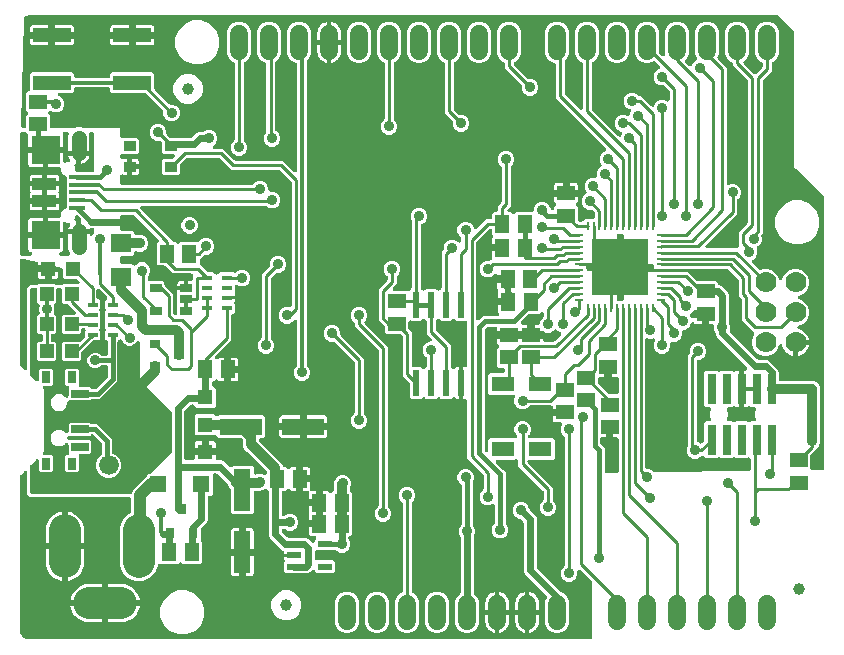
<source format=gbr>
G04 EAGLE Gerber RS-274X export*
G75*
%MOMM*%
%FSLAX34Y34*%
%LPD*%
%INTop Copper*%
%IPPOS*%
%AMOC8*
5,1,8,0,0,1.08239X$1,22.5*%
G01*
%ADD10C,1.778000*%
%ADD11C,1.500000*%
%ADD12R,1.240000X1.500000*%
%ADD13R,1.400000X3.556000*%
%ADD14R,3.556000X1.400000*%
%ADD15R,1.200000X1.200000*%
%ADD16R,1.400000X1.400000*%
%ADD17C,1.000000*%
%ADD18R,1.500000X1.240000*%
%ADD19R,1.200000X0.550000*%
%ADD20R,1.300000X1.300000*%
%ADD21R,1.300000X3.600000*%
%ADD22R,0.787400X0.889000*%
%ADD23R,2.413000X2.413000*%
%ADD24C,1.308000*%
%ADD25R,1.350000X0.400000*%
%ADD26R,2.000000X1.000000*%
%ADD27R,1.803000X1.600000*%
%ADD28R,3.200000X1.200000*%
%ADD29C,1.676400*%
%ADD30R,0.250000X0.750000*%
%ADD31R,0.750000X0.250000*%
%ADD32R,4.700000X4.700000*%
%ADD33R,1.900000X1.300000*%
%ADD34R,0.889000X0.787400*%
%ADD35R,0.990000X0.690000*%
%ADD36R,0.900000X0.450000*%
%ADD37R,0.760000X2.600000*%
%ADD38R,0.600000X2.200000*%
%ADD39R,1.000000X0.850000*%
%ADD40R,0.800000X1.000000*%
%ADD41R,1.500000X0.700000*%
%ADD42C,2.700000*%
%ADD43C,0.906400*%
%ADD44C,0.609600*%
%ADD45C,0.812800*%
%ADD46C,0.406400*%
%ADD47C,0.304800*%
%ADD48C,0.254000*%
%ADD49C,1.016000*%

G36*
X485166Y2544D02*
X485166Y2544D01*
X485192Y2542D01*
X485339Y2564D01*
X485486Y2581D01*
X485511Y2589D01*
X485537Y2593D01*
X485675Y2648D01*
X485814Y2698D01*
X485836Y2712D01*
X485861Y2722D01*
X485982Y2807D01*
X486107Y2887D01*
X486125Y2906D01*
X486147Y2921D01*
X486246Y3031D01*
X486349Y3138D01*
X486363Y3160D01*
X486380Y3180D01*
X486452Y3310D01*
X486528Y3437D01*
X486536Y3462D01*
X486549Y3485D01*
X486589Y3628D01*
X486634Y3769D01*
X486636Y3795D01*
X486644Y3820D01*
X486663Y4064D01*
X486663Y50877D01*
X486649Y51002D01*
X486642Y51128D01*
X486629Y51175D01*
X486623Y51223D01*
X486581Y51342D01*
X486546Y51463D01*
X486522Y51505D01*
X486506Y51551D01*
X486437Y51657D01*
X486376Y51767D01*
X486336Y51814D01*
X486317Y51844D01*
X486282Y51877D01*
X486217Y51954D01*
X477033Y61138D01*
X476955Y61200D01*
X476882Y61270D01*
X476818Y61308D01*
X476760Y61354D01*
X476669Y61397D01*
X476583Y61449D01*
X476512Y61471D01*
X476445Y61503D01*
X476347Y61524D01*
X476251Y61555D01*
X476177Y61561D01*
X476104Y61577D01*
X476004Y61575D01*
X475904Y61583D01*
X475830Y61572D01*
X475756Y61571D01*
X475659Y61546D01*
X475559Y61531D01*
X475490Y61504D01*
X475418Y61486D01*
X475328Y61440D01*
X475235Y61403D01*
X475174Y61360D01*
X475108Y61326D01*
X475031Y61261D01*
X474949Y61204D01*
X474899Y61148D01*
X474843Y61100D01*
X474783Y61019D01*
X474716Y60945D01*
X474680Y60880D01*
X474635Y60820D01*
X474596Y60728D01*
X474547Y60640D01*
X474527Y60568D01*
X474497Y60500D01*
X474480Y60401D01*
X474452Y60304D01*
X474444Y60204D01*
X474436Y60157D01*
X474438Y60121D01*
X474433Y60061D01*
X474433Y57013D01*
X473356Y54414D01*
X471366Y52424D01*
X468767Y51347D01*
X465953Y51347D01*
X463354Y52424D01*
X461364Y54414D01*
X460287Y57013D01*
X460287Y59827D01*
X461364Y62426D01*
X463103Y64165D01*
X463182Y64264D01*
X463266Y64358D01*
X463290Y64401D01*
X463320Y64438D01*
X463374Y64553D01*
X463435Y64663D01*
X463448Y64710D01*
X463469Y64754D01*
X463495Y64877D01*
X463530Y64999D01*
X463535Y65059D01*
X463542Y65094D01*
X463541Y65142D01*
X463549Y65243D01*
X463549Y173517D01*
X463535Y173643D01*
X463528Y173769D01*
X463515Y173816D01*
X463509Y173864D01*
X463467Y173983D01*
X463432Y174104D01*
X463408Y174146D01*
X463392Y174192D01*
X463323Y174298D01*
X463262Y174408D01*
X463222Y174455D01*
X463203Y174485D01*
X463168Y174518D01*
X463103Y174595D01*
X461364Y176334D01*
X460287Y178933D01*
X460287Y181747D01*
X461272Y184123D01*
X461313Y184268D01*
X461359Y184411D01*
X461361Y184435D01*
X461367Y184458D01*
X461375Y184609D01*
X461387Y184758D01*
X461383Y184782D01*
X461384Y184806D01*
X461357Y184954D01*
X461335Y185103D01*
X461326Y185125D01*
X461322Y185149D01*
X461262Y185287D01*
X461206Y185427D01*
X461192Y185447D01*
X461183Y185469D01*
X461093Y185590D01*
X461007Y185713D01*
X460989Y185729D01*
X460975Y185749D01*
X460860Y185846D01*
X460748Y185946D01*
X460727Y185958D01*
X460709Y185974D01*
X460575Y186042D01*
X460443Y186115D01*
X460420Y186121D01*
X460399Y186132D01*
X460253Y186169D01*
X460108Y186210D01*
X460079Y186212D01*
X460060Y186217D01*
X460013Y186217D01*
X459864Y186229D01*
X455715Y186229D01*
X455069Y186402D01*
X454490Y186737D01*
X454017Y187210D01*
X453682Y187789D01*
X453509Y188435D01*
X453509Y191923D01*
X462026Y191923D01*
X462052Y191926D01*
X462078Y191924D01*
X462225Y191946D01*
X462372Y191963D01*
X462397Y191971D01*
X462423Y191975D01*
X462561Y192030D01*
X462700Y192080D01*
X462722Y192094D01*
X462747Y192104D01*
X462868Y192189D01*
X462993Y192269D01*
X463011Y192288D01*
X463033Y192303D01*
X463132Y192413D01*
X463235Y192520D01*
X463249Y192542D01*
X463266Y192562D01*
X463338Y192692D01*
X463414Y192819D01*
X463422Y192844D01*
X463435Y192867D01*
X463475Y193010D01*
X463520Y193151D01*
X463522Y193177D01*
X463530Y193202D01*
X463549Y193446D01*
X463549Y196494D01*
X463546Y196520D01*
X463548Y196546D01*
X463526Y196693D01*
X463509Y196840D01*
X463500Y196865D01*
X463497Y196891D01*
X463442Y197029D01*
X463392Y197168D01*
X463378Y197190D01*
X463368Y197215D01*
X463283Y197336D01*
X463203Y197461D01*
X463184Y197479D01*
X463169Y197501D01*
X463059Y197600D01*
X462952Y197703D01*
X462930Y197717D01*
X462910Y197734D01*
X462780Y197806D01*
X462653Y197882D01*
X462628Y197890D01*
X462605Y197903D01*
X462462Y197943D01*
X462321Y197988D01*
X462295Y197990D01*
X462270Y197998D01*
X462026Y198017D01*
X453509Y198017D01*
X453509Y199136D01*
X453506Y199162D01*
X453508Y199188D01*
X453486Y199335D01*
X453469Y199482D01*
X453461Y199507D01*
X453457Y199533D01*
X453402Y199671D01*
X453352Y199810D01*
X453338Y199832D01*
X453328Y199857D01*
X453243Y199978D01*
X453163Y200103D01*
X453144Y200121D01*
X453129Y200143D01*
X453019Y200242D01*
X452912Y200345D01*
X452890Y200359D01*
X452870Y200376D01*
X452740Y200448D01*
X452613Y200524D01*
X452588Y200532D01*
X452565Y200545D01*
X452422Y200585D01*
X452281Y200630D01*
X452255Y200632D01*
X452230Y200640D01*
X451986Y200659D01*
X434813Y200659D01*
X434687Y200645D01*
X434561Y200638D01*
X434514Y200625D01*
X434466Y200619D01*
X434347Y200577D01*
X434226Y200542D01*
X434184Y200518D01*
X434138Y200502D01*
X434032Y200433D01*
X433922Y200372D01*
X433875Y200332D01*
X433845Y200313D01*
X433812Y200278D01*
X433735Y200213D01*
X431996Y198474D01*
X429397Y197397D01*
X426583Y197397D01*
X423984Y198474D01*
X421994Y200464D01*
X420917Y203063D01*
X420917Y205877D01*
X421637Y207615D01*
X421679Y207760D01*
X421724Y207903D01*
X421726Y207927D01*
X421733Y207950D01*
X421740Y208101D01*
X421752Y208250D01*
X421749Y208274D01*
X421750Y208298D01*
X421723Y208446D01*
X421701Y208595D01*
X421692Y208617D01*
X421687Y208641D01*
X421627Y208779D01*
X421572Y208919D01*
X421558Y208939D01*
X421548Y208961D01*
X421459Y209082D01*
X421373Y209205D01*
X421355Y209221D01*
X421341Y209241D01*
X421226Y209338D01*
X421114Y209438D01*
X421093Y209450D01*
X421075Y209466D01*
X420941Y209534D01*
X420809Y209607D01*
X420786Y209613D01*
X420764Y209624D01*
X420619Y209661D01*
X420474Y209702D01*
X420445Y209704D01*
X420426Y209709D01*
X420379Y209709D01*
X420230Y209721D01*
X400422Y209721D01*
X398933Y211210D01*
X398933Y226314D01*
X400422Y227803D01*
X411226Y227803D01*
X411252Y227806D01*
X411278Y227804D01*
X411425Y227826D01*
X411572Y227843D01*
X411597Y227851D01*
X411623Y227855D01*
X411761Y227910D01*
X411900Y227960D01*
X411922Y227974D01*
X411947Y227984D01*
X412068Y228069D01*
X412193Y228149D01*
X412211Y228168D01*
X412233Y228183D01*
X412332Y228293D01*
X412435Y228400D01*
X412449Y228422D01*
X412466Y228442D01*
X412538Y228572D01*
X412614Y228699D01*
X412622Y228724D01*
X412635Y228747D01*
X412675Y228890D01*
X412720Y229031D01*
X412722Y229057D01*
X412730Y229082D01*
X412749Y229326D01*
X412749Y231061D01*
X412748Y231074D01*
X412748Y231080D01*
X412747Y231092D01*
X412748Y231113D01*
X412726Y231260D01*
X412709Y231407D01*
X412701Y231432D01*
X412697Y231458D01*
X412642Y231596D01*
X412592Y231735D01*
X412578Y231757D01*
X412568Y231782D01*
X412483Y231903D01*
X412403Y232028D01*
X412384Y232046D01*
X412369Y232068D01*
X412259Y232167D01*
X412152Y232270D01*
X412130Y232284D01*
X412110Y232301D01*
X411980Y232373D01*
X411853Y232449D01*
X411828Y232457D01*
X411805Y232470D01*
X411662Y232510D01*
X411521Y232555D01*
X411495Y232557D01*
X411470Y232565D01*
X411226Y232584D01*
X408008Y232584D01*
X406519Y234073D01*
X406519Y248577D01*
X407703Y249761D01*
X407734Y249801D01*
X407772Y249835D01*
X407801Y249877D01*
X407827Y249904D01*
X407861Y249960D01*
X407919Y250034D01*
X407941Y250080D01*
X407970Y250122D01*
X407994Y250183D01*
X408006Y250203D01*
X408021Y250249D01*
X408068Y250349D01*
X408079Y250399D01*
X408098Y250446D01*
X408109Y250524D01*
X408113Y250535D01*
X408115Y250564D01*
X408116Y250569D01*
X408142Y250690D01*
X408141Y250741D01*
X408148Y250791D01*
X408140Y250882D01*
X408141Y250883D01*
X408140Y250885D01*
X408138Y250914D01*
X408136Y251038D01*
X408123Y251088D01*
X408119Y251138D01*
X408081Y251256D01*
X408051Y251376D01*
X408027Y251421D01*
X408011Y251470D01*
X407947Y251576D01*
X407891Y251686D01*
X407858Y251725D01*
X407831Y251768D01*
X407745Y251857D01*
X407665Y251951D01*
X407624Y251982D01*
X407588Y252018D01*
X407541Y252051D01*
X407027Y252565D01*
X406692Y253144D01*
X406519Y253790D01*
X406519Y257278D01*
X415036Y257278D01*
X415062Y257281D01*
X415088Y257279D01*
X415235Y257301D01*
X415382Y257318D01*
X415407Y257326D01*
X415433Y257330D01*
X415571Y257385D01*
X415710Y257435D01*
X415732Y257449D01*
X415757Y257459D01*
X415878Y257544D01*
X416003Y257624D01*
X416021Y257643D01*
X416043Y257658D01*
X416142Y257768D01*
X416245Y257875D01*
X416259Y257897D01*
X416276Y257917D01*
X416348Y258047D01*
X416424Y258174D01*
X416432Y258199D01*
X416445Y258222D01*
X416485Y258365D01*
X416530Y258506D01*
X416532Y258532D01*
X416540Y258557D01*
X416559Y258801D01*
X416559Y261849D01*
X416556Y261875D01*
X416558Y261901D01*
X416536Y262048D01*
X416519Y262195D01*
X416510Y262220D01*
X416507Y262246D01*
X416452Y262383D01*
X416402Y262523D01*
X416388Y262545D01*
X416378Y262570D01*
X416293Y262691D01*
X416213Y262816D01*
X416194Y262834D01*
X416179Y262856D01*
X416069Y262955D01*
X415962Y263058D01*
X415940Y263072D01*
X415920Y263089D01*
X415790Y263161D01*
X415663Y263237D01*
X415638Y263245D01*
X415615Y263258D01*
X415472Y263298D01*
X415331Y263343D01*
X415305Y263345D01*
X415280Y263353D01*
X415036Y263372D01*
X406519Y263372D01*
X406519Y265684D01*
X406516Y265710D01*
X406518Y265736D01*
X406496Y265883D01*
X406479Y266030D01*
X406471Y266055D01*
X406467Y266081D01*
X406412Y266219D01*
X406362Y266358D01*
X406348Y266380D01*
X406338Y266405D01*
X406253Y266526D01*
X406173Y266651D01*
X406154Y266669D01*
X406139Y266691D01*
X406029Y266790D01*
X405922Y266893D01*
X405900Y266907D01*
X405880Y266924D01*
X405750Y266996D01*
X405623Y267072D01*
X405598Y267080D01*
X405575Y267093D01*
X405432Y267133D01*
X405291Y267178D01*
X405265Y267180D01*
X405240Y267188D01*
X404996Y267207D01*
X398765Y267207D01*
X398639Y267193D01*
X398513Y267186D01*
X398467Y267173D01*
X398419Y267167D01*
X398300Y267125D01*
X398178Y267090D01*
X398136Y267066D01*
X398091Y267050D01*
X397984Y266981D01*
X397874Y266920D01*
X397828Y266880D01*
X397798Y266861D01*
X397764Y266826D01*
X397688Y266761D01*
X396179Y265252D01*
X396100Y265153D01*
X396016Y265059D01*
X395992Y265017D01*
X395962Y264979D01*
X395908Y264865D01*
X395847Y264754D01*
X395834Y264708D01*
X395813Y264664D01*
X395787Y264541D01*
X395752Y264419D01*
X395747Y264358D01*
X395740Y264323D01*
X395741Y264275D01*
X395733Y264175D01*
X395733Y162545D01*
X395747Y162419D01*
X395754Y162293D01*
X395767Y162247D01*
X395773Y162199D01*
X395815Y162080D01*
X395850Y161959D01*
X395874Y161916D01*
X395890Y161871D01*
X395959Y161764D01*
X396020Y161654D01*
X396060Y161608D01*
X396079Y161578D01*
X396114Y161544D01*
X396179Y161468D01*
X396333Y161314D01*
X396412Y161251D01*
X396484Y161182D01*
X396548Y161144D01*
X396606Y161097D01*
X396697Y161054D01*
X396783Y161003D01*
X396854Y160980D01*
X396921Y160948D01*
X397019Y160927D01*
X397115Y160897D01*
X397189Y160891D01*
X397262Y160875D01*
X397362Y160877D01*
X397462Y160869D01*
X397536Y160880D01*
X397610Y160881D01*
X397707Y160905D01*
X397807Y160920D01*
X397876Y160948D01*
X397948Y160966D01*
X398037Y161012D01*
X398131Y161049D01*
X398192Y161091D01*
X398258Y161125D01*
X398335Y161191D01*
X398417Y161248D01*
X398467Y161303D01*
X398523Y161351D01*
X398583Y161432D01*
X398650Y161507D01*
X398686Y161572D01*
X398730Y161632D01*
X398770Y161724D01*
X398819Y161812D01*
X398839Y161883D01*
X398869Y161952D01*
X398886Y162050D01*
X398914Y162147D01*
X398922Y162247D01*
X398930Y162295D01*
X398928Y162330D01*
X398933Y162391D01*
X398933Y171314D01*
X400422Y172803D01*
X421847Y172803D01*
X421947Y172814D01*
X422048Y172816D01*
X422120Y172834D01*
X422194Y172843D01*
X422288Y172877D01*
X422386Y172901D01*
X422452Y172935D01*
X422522Y172960D01*
X422606Y173015D01*
X422695Y173061D01*
X422752Y173109D01*
X422815Y173149D01*
X422884Y173221D01*
X422961Y173286D01*
X423005Y173346D01*
X423057Y173400D01*
X423108Y173486D01*
X423168Y173567D01*
X423197Y173635D01*
X423236Y173699D01*
X423266Y173795D01*
X423306Y173887D01*
X423319Y173960D01*
X423342Y174031D01*
X423350Y174131D01*
X423368Y174230D01*
X423364Y174304D01*
X423370Y174378D01*
X423355Y174478D01*
X423350Y174578D01*
X423329Y174649D01*
X423318Y174723D01*
X423281Y174816D01*
X423253Y174913D01*
X423217Y174978D01*
X423189Y175047D01*
X423132Y175129D01*
X423083Y175217D01*
X423018Y175293D01*
X422990Y175333D01*
X422964Y175357D01*
X422925Y175403D01*
X421994Y176334D01*
X420917Y178933D01*
X420917Y181747D01*
X421994Y184346D01*
X423984Y186336D01*
X426583Y187413D01*
X429397Y187413D01*
X431996Y186336D01*
X433986Y184346D01*
X435063Y181747D01*
X435063Y178933D01*
X433986Y176334D01*
X433055Y175403D01*
X432993Y175324D01*
X432923Y175252D01*
X432885Y175188D01*
X432839Y175130D01*
X432796Y175039D01*
X432744Y174953D01*
X432722Y174882D01*
X432690Y174815D01*
X432669Y174717D01*
X432638Y174621D01*
X432632Y174547D01*
X432617Y174474D01*
X432618Y174374D01*
X432610Y174274D01*
X432621Y174200D01*
X432622Y174126D01*
X432647Y174029D01*
X432662Y173929D01*
X432689Y173860D01*
X432707Y173788D01*
X432753Y173699D01*
X432791Y173605D01*
X432833Y173544D01*
X432867Y173478D01*
X432932Y173402D01*
X432990Y173319D01*
X433045Y173269D01*
X433093Y173213D01*
X433174Y173153D01*
X433248Y173086D01*
X433313Y173050D01*
X433373Y173005D01*
X433465Y172966D01*
X433553Y172917D01*
X433625Y172897D01*
X433693Y172867D01*
X433792Y172850D01*
X433889Y172822D01*
X433989Y172814D01*
X434036Y172806D01*
X434072Y172808D01*
X434133Y172803D01*
X453526Y172803D01*
X455015Y171314D01*
X455015Y156210D01*
X453526Y154721D01*
X433465Y154721D01*
X433366Y154710D01*
X433265Y154708D01*
X433193Y154690D01*
X433119Y154681D01*
X433025Y154648D01*
X432927Y154623D01*
X432861Y154589D01*
X432791Y154564D01*
X432707Y154509D01*
X432617Y154463D01*
X432561Y154415D01*
X432498Y154375D01*
X432428Y154303D01*
X432352Y154238D01*
X432308Y154178D01*
X432256Y154124D01*
X432205Y154038D01*
X432145Y153957D01*
X432115Y153889D01*
X432077Y153825D01*
X432047Y153729D01*
X432007Y153637D01*
X431994Y153564D01*
X431971Y153493D01*
X431963Y153393D01*
X431945Y153294D01*
X431949Y153220D01*
X431943Y153146D01*
X431958Y153046D01*
X431963Y152946D01*
X431984Y152875D01*
X431995Y152801D01*
X432032Y152708D01*
X432060Y152611D01*
X432096Y152546D01*
X432123Y152477D01*
X432181Y152395D01*
X432230Y152307D01*
X432295Y152231D01*
X432322Y152191D01*
X432349Y152167D01*
X432388Y152121D01*
X453391Y131118D01*
X453391Y121123D01*
X453405Y120997D01*
X453412Y120871D01*
X453425Y120824D01*
X453431Y120776D01*
X453473Y120657D01*
X453508Y120536D01*
X453532Y120494D01*
X453548Y120448D01*
X453617Y120342D01*
X453678Y120232D01*
X453718Y120185D01*
X453737Y120155D01*
X453772Y120122D01*
X453837Y120045D01*
X455576Y118306D01*
X456653Y115707D01*
X456653Y112893D01*
X455576Y110294D01*
X453586Y108304D01*
X450987Y107227D01*
X448173Y107227D01*
X445574Y108304D01*
X443584Y110294D01*
X442507Y112893D01*
X442507Y115707D01*
X443584Y118306D01*
X445323Y120045D01*
X445402Y120144D01*
X445486Y120238D01*
X445510Y120281D01*
X445540Y120318D01*
X445594Y120433D01*
X445655Y120543D01*
X445668Y120590D01*
X445689Y120634D01*
X445715Y120757D01*
X445750Y120879D01*
X445755Y120939D01*
X445762Y120974D01*
X445761Y121022D01*
X445769Y121123D01*
X445769Y127331D01*
X445755Y127456D01*
X445748Y127582D01*
X445735Y127629D01*
X445729Y127677D01*
X445687Y127796D01*
X445652Y127917D01*
X445628Y127959D01*
X445612Y128005D01*
X445543Y128111D01*
X445482Y128221D01*
X445442Y128268D01*
X445423Y128298D01*
X445388Y128331D01*
X445323Y128408D01*
X424179Y149552D01*
X424179Y153697D01*
X424168Y153796D01*
X424166Y153897D01*
X424148Y153969D01*
X424139Y154043D01*
X424106Y154138D01*
X424081Y154235D01*
X424047Y154301D01*
X424022Y154371D01*
X423967Y154455D01*
X423921Y154545D01*
X423873Y154601D01*
X423833Y154664D01*
X423761Y154734D01*
X423696Y154810D01*
X423636Y154854D01*
X423582Y154906D01*
X423496Y154958D01*
X423415Y155017D01*
X423347Y155047D01*
X423283Y155085D01*
X423188Y155115D01*
X423095Y155155D01*
X423022Y155168D01*
X422951Y155191D01*
X422851Y155199D01*
X422752Y155217D01*
X422678Y155213D01*
X422604Y155219D01*
X422505Y155204D01*
X422404Y155199D01*
X422333Y155178D01*
X422259Y155167D01*
X422166Y155130D01*
X422069Y155102D01*
X422004Y155066D01*
X421935Y155039D01*
X421853Y154981D01*
X421765Y154932D01*
X421689Y154867D01*
X421649Y154840D01*
X421625Y154813D01*
X421579Y154774D01*
X421526Y154721D01*
X406603Y154721D01*
X406503Y154710D01*
X406403Y154708D01*
X406331Y154690D01*
X406257Y154681D01*
X406162Y154648D01*
X406065Y154623D01*
X405999Y154589D01*
X405929Y154564D01*
X405844Y154509D01*
X405755Y154463D01*
X405698Y154415D01*
X405636Y154375D01*
X405566Y154303D01*
X405490Y154238D01*
X405445Y154178D01*
X405394Y154124D01*
X405342Y154038D01*
X405282Y153957D01*
X405253Y153889D01*
X405215Y153825D01*
X405184Y153729D01*
X405144Y153637D01*
X405131Y153564D01*
X405109Y153493D01*
X405101Y153393D01*
X405083Y153294D01*
X405087Y153220D01*
X405081Y153146D01*
X405096Y153046D01*
X405101Y152946D01*
X405121Y152875D01*
X405132Y152801D01*
X405169Y152708D01*
X405197Y152611D01*
X405234Y152546D01*
X405261Y152477D01*
X405318Y152395D01*
X405367Y152307D01*
X405433Y152231D01*
X405460Y152191D01*
X405486Y152167D01*
X405526Y152121D01*
X411316Y146331D01*
X412817Y144830D01*
X413513Y143150D01*
X413513Y101311D01*
X413527Y101185D01*
X413534Y101059D01*
X413547Y101012D01*
X413553Y100964D01*
X413595Y100845D01*
X413630Y100724D01*
X413654Y100682D01*
X413670Y100636D01*
X413739Y100530D01*
X413800Y100420D01*
X413840Y100373D01*
X413859Y100343D01*
X413894Y100310D01*
X413959Y100233D01*
X414936Y99256D01*
X416013Y96657D01*
X416013Y93843D01*
X414936Y91244D01*
X412946Y89254D01*
X410347Y88177D01*
X407533Y88177D01*
X404934Y89254D01*
X402944Y91244D01*
X401867Y93843D01*
X401867Y96657D01*
X402944Y99256D01*
X403921Y100233D01*
X404000Y100332D01*
X404084Y100426D01*
X404108Y100469D01*
X404138Y100506D01*
X404192Y100621D01*
X404253Y100731D01*
X404266Y100778D01*
X404287Y100822D01*
X404313Y100945D01*
X404348Y101067D01*
X404353Y101128D01*
X404360Y101162D01*
X404359Y101210D01*
X404367Y101311D01*
X404367Y115569D01*
X404350Y115718D01*
X404338Y115868D01*
X404330Y115891D01*
X404327Y115915D01*
X404277Y116057D01*
X404231Y116200D01*
X404218Y116221D01*
X404210Y116243D01*
X404128Y116370D01*
X404051Y116499D01*
X404034Y116516D01*
X404021Y116536D01*
X403913Y116641D01*
X403808Y116749D01*
X403788Y116762D01*
X403770Y116778D01*
X403641Y116856D01*
X403515Y116937D01*
X403492Y116945D01*
X403471Y116957D01*
X403328Y117003D01*
X403186Y117053D01*
X403162Y117056D01*
X403139Y117064D01*
X402990Y117076D01*
X402840Y117092D01*
X402816Y117090D01*
X402792Y117091D01*
X402644Y117069D01*
X402494Y117052D01*
X402466Y117043D01*
X402447Y117040D01*
X402404Y117022D01*
X402261Y116976D01*
X400187Y116117D01*
X397373Y116117D01*
X394774Y117194D01*
X392784Y119184D01*
X391707Y121783D01*
X391707Y124597D01*
X392784Y127196D01*
X394523Y128935D01*
X394602Y129034D01*
X394686Y129128D01*
X394710Y129171D01*
X394740Y129208D01*
X394794Y129323D01*
X394855Y129433D01*
X394868Y129480D01*
X394889Y129524D01*
X394915Y129647D01*
X394950Y129769D01*
X394955Y129830D01*
X394962Y129864D01*
X394961Y129912D01*
X394969Y130013D01*
X394969Y141301D01*
X394955Y141426D01*
X394948Y141552D01*
X394935Y141599D01*
X394929Y141647D01*
X394887Y141766D01*
X394852Y141887D01*
X394828Y141929D01*
X394812Y141975D01*
X394743Y142081D01*
X394682Y142191D01*
X394642Y142238D01*
X394623Y142268D01*
X394588Y142301D01*
X394523Y142378D01*
X380999Y155902D01*
X380999Y204522D01*
X380993Y204573D01*
X380996Y204624D01*
X380974Y204745D01*
X380959Y204868D01*
X380942Y204916D01*
X380933Y204966D01*
X380884Y205080D01*
X380842Y205196D01*
X380814Y205239D01*
X380794Y205286D01*
X380720Y205385D01*
X380653Y205489D01*
X380616Y205524D01*
X380585Y205565D01*
X380491Y205645D01*
X380402Y205731D01*
X380358Y205757D01*
X380319Y205790D01*
X380209Y205846D01*
X380103Y205910D01*
X380054Y205925D01*
X380009Y205949D01*
X379889Y205978D01*
X379771Y206016D01*
X379720Y206020D01*
X379670Y206032D01*
X379547Y206034D01*
X379424Y206044D01*
X379392Y206039D01*
X377443Y206039D01*
X377443Y219580D01*
X377443Y233121D01*
X379394Y233121D01*
X379426Y233116D01*
X379477Y233120D01*
X379528Y233116D01*
X379650Y233134D01*
X379773Y233144D01*
X379822Y233160D01*
X379873Y233168D01*
X379988Y233213D01*
X380105Y233251D01*
X380149Y233278D01*
X380197Y233296D01*
X380298Y233367D01*
X380404Y233430D01*
X380441Y233466D01*
X380483Y233495D01*
X380566Y233587D01*
X380654Y233673D01*
X380682Y233716D01*
X380716Y233754D01*
X380776Y233862D01*
X380843Y233966D01*
X380860Y234014D01*
X380885Y234059D01*
X380918Y234178D01*
X380960Y234294D01*
X380966Y234345D01*
X380980Y234395D01*
X380999Y234638D01*
X380999Y270816D01*
X380996Y270842D01*
X380998Y270868D01*
X380976Y271015D01*
X380959Y271162D01*
X380951Y271187D01*
X380947Y271213D01*
X380892Y271351D01*
X380842Y271490D01*
X380828Y271512D01*
X380818Y271537D01*
X380733Y271658D01*
X380653Y271783D01*
X380634Y271801D01*
X380619Y271823D01*
X380509Y271922D01*
X380402Y272025D01*
X380380Y272039D01*
X380360Y272056D01*
X380230Y272128D01*
X380103Y272204D01*
X380078Y272212D01*
X380055Y272225D01*
X379912Y272265D01*
X379771Y272310D01*
X379745Y272312D01*
X379720Y272320D01*
X379476Y272339D01*
X371868Y272339D01*
X370647Y273560D01*
X370627Y273576D01*
X370610Y273596D01*
X370490Y273684D01*
X370374Y273776D01*
X370350Y273788D01*
X370329Y273803D01*
X370193Y273862D01*
X370059Y273925D01*
X370033Y273931D01*
X370009Y273941D01*
X369863Y273967D01*
X369718Y273999D01*
X369692Y273998D01*
X369666Y274003D01*
X369518Y273995D01*
X369370Y273993D01*
X369344Y273986D01*
X369318Y273985D01*
X369176Y273944D01*
X369032Y273908D01*
X369009Y273896D01*
X368983Y273888D01*
X368854Y273816D01*
X368722Y273748D01*
X368702Y273731D01*
X368679Y273718D01*
X368493Y273560D01*
X367272Y272339D01*
X359168Y272339D01*
X357947Y273560D01*
X357927Y273576D01*
X357910Y273596D01*
X357790Y273684D01*
X357674Y273776D01*
X357650Y273788D01*
X357629Y273803D01*
X357493Y273862D01*
X357359Y273925D01*
X357333Y273931D01*
X357309Y273941D01*
X357163Y273967D01*
X357018Y273999D01*
X356992Y273998D01*
X356966Y274003D01*
X356818Y273995D01*
X356670Y273993D01*
X356644Y273986D01*
X356618Y273985D01*
X356476Y273944D01*
X356332Y273908D01*
X356308Y273896D01*
X356283Y273888D01*
X356154Y273816D01*
X356022Y273748D01*
X356002Y273731D01*
X355979Y273718D01*
X355793Y273560D01*
X354777Y272544D01*
X354698Y272445D01*
X354614Y272351D01*
X354590Y272309D01*
X354560Y272271D01*
X354506Y272156D01*
X354445Y272046D01*
X354432Y271999D01*
X354411Y271956D01*
X354385Y271832D01*
X354350Y271710D01*
X354345Y271650D01*
X354338Y271615D01*
X354339Y271567D01*
X354331Y271467D01*
X354331Y265099D01*
X354345Y264974D01*
X354352Y264848D01*
X354365Y264801D01*
X354371Y264753D01*
X354413Y264634D01*
X354448Y264513D01*
X354472Y264471D01*
X354488Y264425D01*
X354557Y264319D01*
X354618Y264209D01*
X354658Y264162D01*
X354677Y264132D01*
X354712Y264099D01*
X354777Y264022D01*
X367031Y251768D01*
X367031Y233993D01*
X367045Y233868D01*
X367052Y233742D01*
X367065Y233695D01*
X367071Y233647D01*
X367113Y233528D01*
X367148Y233407D01*
X367172Y233365D01*
X367188Y233319D01*
X367257Y233213D01*
X367318Y233103D01*
X367358Y233056D01*
X367377Y233026D01*
X367412Y232993D01*
X367477Y232916D01*
X368519Y231874D01*
X368559Y231842D01*
X368593Y231804D01*
X368695Y231734D01*
X368792Y231657D01*
X368838Y231636D01*
X368880Y231607D01*
X368996Y231561D01*
X369107Y231508D01*
X369157Y231498D01*
X369205Y231479D01*
X369327Y231461D01*
X369448Y231435D01*
X369499Y231436D01*
X369550Y231429D01*
X369673Y231439D01*
X369796Y231441D01*
X369846Y231453D01*
X369897Y231458D01*
X370014Y231496D01*
X370134Y231526D01*
X370180Y231549D01*
X370228Y231565D01*
X370334Y231629D01*
X370444Y231686D01*
X370483Y231719D01*
X370527Y231745D01*
X370615Y231831D01*
X370710Y231912D01*
X370740Y231953D01*
X370777Y231988D01*
X370869Y232122D01*
X371360Y232613D01*
X371939Y232948D01*
X372585Y233121D01*
X374397Y233121D01*
X374397Y219580D01*
X374397Y206039D01*
X372585Y206039D01*
X371939Y206212D01*
X371360Y206547D01*
X370874Y207033D01*
X370862Y207057D01*
X370781Y207151D01*
X370708Y207250D01*
X370669Y207283D01*
X370636Y207322D01*
X370536Y207396D01*
X370442Y207476D01*
X370397Y207499D01*
X370356Y207529D01*
X370242Y207578D01*
X370132Y207635D01*
X370082Y207647D01*
X370036Y207667D01*
X369914Y207689D01*
X369794Y207719D01*
X369743Y207720D01*
X369693Y207729D01*
X369569Y207723D01*
X369445Y207725D01*
X369395Y207714D01*
X369344Y207711D01*
X369226Y207677D01*
X369105Y207651D01*
X369059Y207629D01*
X369010Y207615D01*
X368902Y207554D01*
X368790Y207501D01*
X368750Y207469D01*
X368705Y207445D01*
X368519Y207286D01*
X368517Y207284D01*
X367272Y206039D01*
X359168Y206039D01*
X357947Y207260D01*
X357927Y207276D01*
X357910Y207296D01*
X357790Y207384D01*
X357674Y207476D01*
X357650Y207488D01*
X357629Y207503D01*
X357493Y207562D01*
X357359Y207625D01*
X357333Y207631D01*
X357309Y207641D01*
X357163Y207668D01*
X357018Y207699D01*
X356992Y207698D01*
X356966Y207703D01*
X356818Y207695D01*
X356670Y207693D01*
X356644Y207686D01*
X356618Y207685D01*
X356476Y207644D01*
X356332Y207608D01*
X356309Y207596D01*
X356283Y207588D01*
X356154Y207516D01*
X356022Y207448D01*
X356002Y207431D01*
X355979Y207418D01*
X355793Y207260D01*
X354572Y206039D01*
X346468Y206039D01*
X345247Y207260D01*
X345227Y207276D01*
X345210Y207296D01*
X345090Y207384D01*
X344974Y207476D01*
X344950Y207488D01*
X344929Y207503D01*
X344793Y207562D01*
X344659Y207625D01*
X344633Y207631D01*
X344609Y207641D01*
X344463Y207667D01*
X344318Y207699D01*
X344292Y207698D01*
X344266Y207703D01*
X344118Y207695D01*
X343970Y207693D01*
X343944Y207686D01*
X343918Y207685D01*
X343776Y207644D01*
X343632Y207608D01*
X343609Y207596D01*
X343583Y207588D01*
X343454Y207516D01*
X343322Y207448D01*
X343302Y207431D01*
X343279Y207418D01*
X343093Y207260D01*
X341872Y206039D01*
X333768Y206039D01*
X332279Y207528D01*
X332279Y219101D01*
X332265Y219226D01*
X332258Y219352D01*
X332245Y219399D01*
X332239Y219447D01*
X332197Y219566D01*
X332162Y219687D01*
X332138Y219729D01*
X332122Y219775D01*
X332053Y219881D01*
X331992Y219991D01*
X331952Y220038D01*
X331933Y220068D01*
X331898Y220101D01*
X331833Y220178D01*
X326389Y225622D01*
X326389Y258801D01*
X326375Y258926D01*
X326368Y259052D01*
X326355Y259099D01*
X326349Y259147D01*
X326307Y259266D01*
X326272Y259387D01*
X326248Y259429D01*
X326232Y259475D01*
X326163Y259581D01*
X326102Y259691D01*
X326062Y259738D01*
X326043Y259768D01*
X326008Y259801D01*
X325943Y259878D01*
X325108Y260713D01*
X325009Y260792D01*
X324915Y260876D01*
X324872Y260900D01*
X324835Y260930D01*
X324720Y260984D01*
X324610Y261045D01*
X324563Y261058D01*
X324520Y261079D01*
X324396Y261105D01*
X324274Y261140D01*
X324214Y261145D01*
X324179Y261152D01*
X324131Y261151D01*
X324031Y261159D01*
X312758Y261159D01*
X311269Y262648D01*
X311269Y266911D01*
X311255Y267036D01*
X311248Y267162D01*
X311235Y267209D01*
X311229Y267257D01*
X311187Y267376D01*
X311152Y267497D01*
X311128Y267539D01*
X311112Y267585D01*
X311043Y267691D01*
X310982Y267801D01*
X310942Y267848D01*
X310923Y267878D01*
X310888Y267911D01*
X310823Y267988D01*
X306069Y272742D01*
X306069Y298758D01*
X313243Y305932D01*
X313322Y306031D01*
X313406Y306125D01*
X313430Y306168D01*
X313460Y306205D01*
X313514Y306320D01*
X313575Y306430D01*
X313588Y306477D01*
X313609Y306520D01*
X313635Y306644D01*
X313670Y306766D01*
X313675Y306826D01*
X313682Y306861D01*
X313681Y306909D01*
X313689Y307009D01*
X313689Y309407D01*
X313675Y309533D01*
X313668Y309659D01*
X313655Y309706D01*
X313649Y309754D01*
X313607Y309873D01*
X313572Y309994D01*
X313548Y310036D01*
X313532Y310082D01*
X313463Y310188D01*
X313402Y310298D01*
X313362Y310345D01*
X313343Y310375D01*
X313308Y310408D01*
X313243Y310485D01*
X311504Y312224D01*
X310427Y314823D01*
X310427Y317637D01*
X311504Y320236D01*
X313494Y322226D01*
X316093Y323303D01*
X318907Y323303D01*
X321506Y322226D01*
X323496Y320236D01*
X324573Y317637D01*
X324573Y314823D01*
X323496Y312224D01*
X321757Y310485D01*
X321678Y310386D01*
X321594Y310292D01*
X321570Y310249D01*
X321540Y310212D01*
X321486Y310097D01*
X321425Y309987D01*
X321412Y309940D01*
X321391Y309896D01*
X321365Y309773D01*
X321330Y309651D01*
X321325Y309590D01*
X321318Y309556D01*
X321319Y309508D01*
X321311Y309407D01*
X321311Y303222D01*
X318632Y300543D01*
X318330Y300241D01*
X318268Y300163D01*
X318198Y300090D01*
X318160Y300026D01*
X318114Y299968D01*
X318071Y299877D01*
X318019Y299791D01*
X317997Y299720D01*
X317965Y299653D01*
X317944Y299555D01*
X317913Y299459D01*
X317907Y299385D01*
X317891Y299312D01*
X317893Y299212D01*
X317885Y299112D01*
X317896Y299038D01*
X317897Y298964D01*
X317922Y298866D01*
X317937Y298767D01*
X317964Y298698D01*
X317982Y298626D01*
X318028Y298537D01*
X318065Y298443D01*
X318108Y298382D01*
X318142Y298316D01*
X318207Y298239D01*
X318264Y298157D01*
X318319Y298107D01*
X318368Y298051D01*
X318449Y297991D01*
X318523Y297924D01*
X318588Y297888D01*
X318648Y297844D01*
X318740Y297804D01*
X318828Y297755D01*
X318900Y297735D01*
X318968Y297705D01*
X319067Y297688D01*
X319164Y297660D01*
X319264Y297652D01*
X319311Y297644D01*
X319347Y297646D01*
X319407Y297641D01*
X329866Y297641D01*
X329868Y297639D01*
X329885Y297619D01*
X330005Y297531D01*
X330121Y297439D01*
X330145Y297427D01*
X330166Y297412D01*
X330302Y297353D01*
X330436Y297290D01*
X330462Y297284D01*
X330486Y297274D01*
X330632Y297248D01*
X330777Y297216D01*
X330803Y297217D01*
X330829Y297212D01*
X330977Y297220D01*
X331125Y297222D01*
X331151Y297229D01*
X331177Y297230D01*
X331319Y297271D01*
X331463Y297307D01*
X331486Y297319D01*
X331512Y297327D01*
X331641Y297399D01*
X331773Y297467D01*
X331793Y297484D01*
X331816Y297497D01*
X332002Y297655D01*
X333563Y299216D01*
X333642Y299315D01*
X333726Y299409D01*
X333750Y299451D01*
X333780Y299489D01*
X333834Y299603D01*
X333895Y299714D01*
X333908Y299761D01*
X333929Y299804D01*
X333955Y299928D01*
X333990Y300050D01*
X333995Y300110D01*
X334002Y300145D01*
X334001Y300193D01*
X334009Y300293D01*
X334009Y357227D01*
X334009Y357229D01*
X334009Y357231D01*
X333988Y357408D01*
X333969Y357573D01*
X333969Y357575D01*
X333968Y357577D01*
X333893Y357810D01*
X333287Y359273D01*
X333287Y362087D01*
X334364Y364686D01*
X336354Y366676D01*
X338953Y367753D01*
X341767Y367753D01*
X344366Y366676D01*
X346356Y364686D01*
X347433Y362087D01*
X347433Y359273D01*
X346356Y356674D01*
X344366Y354684D01*
X342571Y353940D01*
X342504Y353903D01*
X342433Y353875D01*
X342352Y353819D01*
X342266Y353771D01*
X342210Y353720D01*
X342147Y353676D01*
X342081Y353603D01*
X342008Y353537D01*
X341965Y353474D01*
X341914Y353417D01*
X341866Y353331D01*
X341810Y353250D01*
X341782Y353179D01*
X341745Y353112D01*
X341718Y353017D01*
X341682Y352926D01*
X341671Y352850D01*
X341650Y352777D01*
X341638Y352628D01*
X341631Y352581D01*
X341633Y352562D01*
X341631Y352533D01*
X341631Y300293D01*
X341645Y300168D01*
X341652Y300042D01*
X341665Y299995D01*
X341671Y299947D01*
X341713Y299828D01*
X341748Y299707D01*
X341772Y299665D01*
X341788Y299619D01*
X341857Y299513D01*
X341918Y299403D01*
X341958Y299356D01*
X341977Y299326D01*
X342012Y299293D01*
X342077Y299216D01*
X343093Y298200D01*
X343113Y298184D01*
X343130Y298164D01*
X343250Y298076D01*
X343366Y297984D01*
X343390Y297972D01*
X343411Y297957D01*
X343547Y297898D01*
X343681Y297835D01*
X343707Y297829D01*
X343731Y297819D01*
X343877Y297792D01*
X344022Y297761D01*
X344048Y297762D01*
X344074Y297757D01*
X344222Y297765D01*
X344370Y297767D01*
X344396Y297774D01*
X344422Y297775D01*
X344564Y297816D01*
X344708Y297852D01*
X344731Y297864D01*
X344757Y297872D01*
X344886Y297944D01*
X345018Y298012D01*
X345038Y298029D01*
X345061Y298042D01*
X345247Y298200D01*
X346468Y299421D01*
X354572Y299421D01*
X355793Y298200D01*
X355813Y298184D01*
X355830Y298164D01*
X355950Y298076D01*
X356066Y297984D01*
X356090Y297972D01*
X356111Y297957D01*
X356247Y297898D01*
X356381Y297835D01*
X356407Y297829D01*
X356431Y297819D01*
X356577Y297793D01*
X356722Y297761D01*
X356748Y297762D01*
X356774Y297757D01*
X356922Y297765D01*
X357070Y297767D01*
X357096Y297774D01*
X357122Y297775D01*
X357264Y297816D01*
X357408Y297852D01*
X357431Y297864D01*
X357457Y297872D01*
X357586Y297944D01*
X357718Y298012D01*
X357738Y298029D01*
X357761Y298042D01*
X357947Y298200D01*
X358963Y299216D01*
X359042Y299315D01*
X359126Y299409D01*
X359150Y299451D01*
X359180Y299489D01*
X359234Y299603D01*
X359295Y299714D01*
X359308Y299761D01*
X359329Y299804D01*
X359355Y299928D01*
X359390Y300050D01*
X359395Y300110D01*
X359402Y300145D01*
X359401Y300193D01*
X359409Y300293D01*
X359409Y330508D01*
X360781Y331880D01*
X360860Y331979D01*
X360944Y332073D01*
X360968Y332116D01*
X360998Y332153D01*
X361052Y332268D01*
X361113Y332378D01*
X361126Y332425D01*
X361147Y332468D01*
X361173Y332592D01*
X361208Y332714D01*
X361213Y332774D01*
X361220Y332809D01*
X361219Y332857D01*
X361227Y332957D01*
X361227Y335417D01*
X362304Y338016D01*
X364294Y340006D01*
X366893Y341083D01*
X369707Y341083D01*
X372306Y340006D01*
X373319Y338993D01*
X373398Y338931D01*
X373470Y338861D01*
X373534Y338823D01*
X373592Y338777D01*
X373683Y338734D01*
X373769Y338682D01*
X373840Y338660D01*
X373907Y338628D01*
X374005Y338607D01*
X374101Y338576D01*
X374175Y338570D01*
X374248Y338555D01*
X374348Y338556D01*
X374448Y338548D01*
X374522Y338559D01*
X374596Y338560D01*
X374693Y338585D01*
X374793Y338600D01*
X374862Y338627D01*
X374934Y338645D01*
X375023Y338691D01*
X375117Y338729D01*
X375178Y338771D01*
X375244Y338805D01*
X375320Y338870D01*
X375403Y338928D01*
X375453Y338983D01*
X375509Y339031D01*
X375569Y339112D01*
X375636Y339186D01*
X375672Y339251D01*
X375717Y339311D01*
X375756Y339403D01*
X375805Y339491D01*
X375825Y339563D01*
X375855Y339631D01*
X375872Y339730D01*
X375900Y339827D01*
X375908Y339927D01*
X375916Y339974D01*
X375914Y340010D01*
X375919Y340071D01*
X375919Y342427D01*
X375905Y342553D01*
X375898Y342679D01*
X375885Y342726D01*
X375879Y342774D01*
X375837Y342893D01*
X375802Y343014D01*
X375778Y343056D01*
X375762Y343102D01*
X375693Y343208D01*
X375632Y343318D01*
X375592Y343365D01*
X375573Y343395D01*
X375538Y343428D01*
X375473Y343505D01*
X373734Y345244D01*
X372657Y347843D01*
X372657Y350657D01*
X373734Y353256D01*
X375724Y355246D01*
X378323Y356323D01*
X381137Y356323D01*
X383736Y355246D01*
X385726Y353256D01*
X386784Y350702D01*
X386857Y350571D01*
X386926Y350437D01*
X386942Y350418D01*
X386953Y350397D01*
X387054Y350286D01*
X387152Y350171D01*
X387171Y350157D01*
X387188Y350139D01*
X387311Y350054D01*
X387432Y349964D01*
X387454Y349955D01*
X387474Y349941D01*
X387614Y349886D01*
X387752Y349826D01*
X387776Y349822D01*
X387798Y349813D01*
X387947Y349791D01*
X388095Y349765D01*
X388119Y349766D01*
X388143Y349762D01*
X388293Y349775D01*
X388443Y349782D01*
X388466Y349789D01*
X388491Y349791D01*
X388634Y349837D01*
X388778Y349879D01*
X388799Y349891D01*
X388822Y349898D01*
X388951Y349976D01*
X389082Y350049D01*
X389104Y350068D01*
X389121Y350078D01*
X389155Y350111D01*
X389268Y350208D01*
X397202Y358141D01*
X400606Y358141D01*
X400632Y358144D01*
X400658Y358142D01*
X400805Y358164D01*
X400952Y358181D01*
X400977Y358189D01*
X401003Y358193D01*
X401141Y358248D01*
X401280Y358298D01*
X401302Y358312D01*
X401327Y358322D01*
X401448Y358407D01*
X401573Y358487D01*
X401591Y358506D01*
X401613Y358521D01*
X401712Y358631D01*
X401815Y358738D01*
X401829Y358760D01*
X401846Y358780D01*
X401918Y358910D01*
X401994Y359037D01*
X402002Y359062D01*
X402015Y359085D01*
X402055Y359228D01*
X402100Y359369D01*
X402102Y359395D01*
X402110Y359420D01*
X402129Y359664D01*
X402129Y362882D01*
X403618Y364371D01*
X405536Y364371D01*
X405562Y364374D01*
X405588Y364372D01*
X405735Y364394D01*
X405882Y364411D01*
X405907Y364419D01*
X405933Y364423D01*
X406071Y364478D01*
X406210Y364528D01*
X406232Y364542D01*
X406257Y364552D01*
X406378Y364637D01*
X406503Y364717D01*
X406521Y364736D01*
X406543Y364751D01*
X406642Y364861D01*
X406745Y364968D01*
X406759Y364990D01*
X406776Y365010D01*
X406848Y365140D01*
X406924Y365267D01*
X406932Y365292D01*
X406945Y365315D01*
X406985Y365458D01*
X407030Y365599D01*
X407032Y365625D01*
X407040Y365650D01*
X407059Y365894D01*
X407059Y369268D01*
X409737Y371947D01*
X409738Y371947D01*
X409763Y371972D01*
X409829Y372056D01*
X409870Y372098D01*
X409879Y372112D01*
X409926Y372165D01*
X409950Y372207D01*
X409980Y372245D01*
X410034Y372359D01*
X410095Y372470D01*
X410108Y372517D01*
X410129Y372560D01*
X410155Y372684D01*
X410190Y372806D01*
X410195Y372866D01*
X410202Y372901D01*
X410201Y372949D01*
X410209Y373049D01*
X410209Y402117D01*
X410195Y402243D01*
X410188Y402369D01*
X410175Y402416D01*
X410169Y402464D01*
X410127Y402583D01*
X410092Y402704D01*
X410068Y402746D01*
X410052Y402792D01*
X409983Y402898D01*
X409922Y403008D01*
X409882Y403055D01*
X409863Y403085D01*
X409828Y403118D01*
X409763Y403195D01*
X408024Y404934D01*
X406947Y407533D01*
X406947Y410347D01*
X408024Y412946D01*
X410014Y414936D01*
X412613Y416013D01*
X415427Y416013D01*
X418026Y414936D01*
X420016Y412946D01*
X421093Y410347D01*
X421093Y407533D01*
X420016Y404934D01*
X418277Y403195D01*
X418198Y403096D01*
X418114Y403002D01*
X418090Y402959D01*
X418060Y402922D01*
X418006Y402807D01*
X417945Y402697D01*
X417932Y402650D01*
X417911Y402606D01*
X417885Y402483D01*
X417850Y402361D01*
X417845Y402300D01*
X417838Y402266D01*
X417839Y402218D01*
X417831Y402117D01*
X417831Y369262D01*
X415540Y366971D01*
X415478Y366893D01*
X415408Y366820D01*
X415370Y366756D01*
X415324Y366698D01*
X415281Y366607D01*
X415229Y366521D01*
X415207Y366450D01*
X415175Y366383D01*
X415154Y366285D01*
X415123Y366189D01*
X415117Y366115D01*
X415101Y366042D01*
X415103Y365942D01*
X415095Y365842D01*
X415106Y365768D01*
X415107Y365694D01*
X415132Y365597D01*
X415147Y365497D01*
X415174Y365428D01*
X415192Y365356D01*
X415238Y365267D01*
X415275Y365173D01*
X415318Y365112D01*
X415352Y365046D01*
X415417Y364970D01*
X415474Y364887D01*
X415530Y364837D01*
X415578Y364781D01*
X415659Y364721D01*
X415733Y364654D01*
X415798Y364618D01*
X415858Y364573D01*
X415950Y364534D01*
X416038Y364485D01*
X416110Y364465D01*
X416178Y364435D01*
X416277Y364418D01*
X416374Y364390D01*
X416474Y364382D01*
X416521Y364374D01*
X416557Y364376D01*
X416617Y364371D01*
X418122Y364371D01*
X419293Y363200D01*
X419313Y363184D01*
X419330Y363164D01*
X419450Y363076D01*
X419566Y362984D01*
X419590Y362972D01*
X419611Y362957D01*
X419747Y362898D01*
X419881Y362835D01*
X419907Y362829D01*
X419931Y362819D01*
X420077Y362793D01*
X420222Y362761D01*
X420248Y362762D01*
X420274Y362757D01*
X420422Y362765D01*
X420570Y362767D01*
X420596Y362774D01*
X420622Y362775D01*
X420764Y362816D01*
X420908Y362852D01*
X420931Y362864D01*
X420957Y362872D01*
X421086Y362944D01*
X421218Y363012D01*
X421238Y363029D01*
X421261Y363042D01*
X421447Y363200D01*
X422618Y364371D01*
X435904Y364371D01*
X435930Y364374D01*
X435956Y364372D01*
X436103Y364394D01*
X436250Y364411D01*
X436275Y364419D01*
X436301Y364423D01*
X436439Y364478D01*
X436578Y364528D01*
X436600Y364542D01*
X436625Y364552D01*
X436746Y364637D01*
X436871Y364717D01*
X436889Y364736D01*
X436911Y364751D01*
X437010Y364861D01*
X437113Y364968D01*
X437127Y364990D01*
X437144Y365010D01*
X437216Y365140D01*
X437292Y365267D01*
X437300Y365292D01*
X437313Y365315D01*
X437353Y365458D01*
X437398Y365599D01*
X437400Y365625D01*
X437408Y365650D01*
X437427Y365894D01*
X437427Y367167D01*
X438504Y369766D01*
X440494Y371756D01*
X443093Y372833D01*
X445907Y372833D01*
X448506Y371756D01*
X450496Y369766D01*
X451625Y367040D01*
X451625Y367039D01*
X451680Y366901D01*
X451730Y366762D01*
X451744Y366740D01*
X451754Y366715D01*
X451839Y366594D01*
X451919Y366469D01*
X451938Y366451D01*
X451953Y366429D01*
X452063Y366330D01*
X452170Y366227D01*
X452192Y366213D01*
X452212Y366196D01*
X452342Y366124D01*
X452469Y366048D01*
X452494Y366040D01*
X452517Y366027D01*
X452660Y365987D01*
X452801Y365942D01*
X452827Y365940D01*
X452852Y365932D01*
X453096Y365913D01*
X453256Y365913D01*
X453282Y365916D01*
X453308Y365914D01*
X453455Y365936D01*
X453602Y365953D01*
X453627Y365961D01*
X453653Y365965D01*
X453791Y366020D01*
X453930Y366070D01*
X453952Y366084D01*
X453977Y366094D01*
X454098Y366179D01*
X454223Y366259D01*
X454241Y366278D01*
X454263Y366293D01*
X454362Y366403D01*
X454465Y366510D01*
X454479Y366532D01*
X454496Y366552D01*
X454568Y366682D01*
X454644Y366809D01*
X454652Y366834D01*
X454665Y366857D01*
X454705Y367000D01*
X454750Y367141D01*
X454752Y367167D01*
X454760Y367192D01*
X454779Y367436D01*
X454779Y368592D01*
X455963Y369776D01*
X455994Y369816D01*
X456032Y369850D01*
X456103Y369952D01*
X456179Y370049D01*
X456201Y370095D01*
X456230Y370137D01*
X456275Y370252D01*
X456328Y370364D01*
X456339Y370414D01*
X456358Y370461D01*
X456376Y370584D01*
X456402Y370705D01*
X456401Y370756D01*
X456408Y370806D01*
X456398Y370929D01*
X456396Y371053D01*
X456383Y371103D01*
X456379Y371153D01*
X456341Y371271D01*
X456311Y371391D01*
X456287Y371436D01*
X456271Y371485D01*
X456207Y371591D01*
X456151Y371701D01*
X456118Y371740D01*
X456091Y371783D01*
X456005Y371872D01*
X455925Y371966D01*
X455884Y371997D01*
X455848Y372033D01*
X455801Y372066D01*
X455287Y372580D01*
X454952Y373159D01*
X454779Y373805D01*
X454779Y377293D01*
X463296Y377293D01*
X463322Y377296D01*
X463348Y377294D01*
X463495Y377316D01*
X463642Y377333D01*
X463667Y377341D01*
X463693Y377345D01*
X463831Y377400D01*
X463970Y377450D01*
X463992Y377464D01*
X464017Y377474D01*
X464138Y377559D01*
X464263Y377639D01*
X464281Y377658D01*
X464303Y377673D01*
X464402Y377783D01*
X464505Y377890D01*
X464519Y377912D01*
X464536Y377932D01*
X464608Y378062D01*
X464684Y378189D01*
X464692Y378214D01*
X464705Y378237D01*
X464745Y378380D01*
X464790Y378521D01*
X464792Y378547D01*
X464800Y378572D01*
X464819Y378816D01*
X464819Y380341D01*
X464821Y380341D01*
X464821Y378816D01*
X464824Y378790D01*
X464822Y378764D01*
X464844Y378617D01*
X464861Y378470D01*
X464870Y378445D01*
X464873Y378419D01*
X464928Y378281D01*
X464978Y378142D01*
X464992Y378120D01*
X465002Y378095D01*
X465087Y377974D01*
X465167Y377849D01*
X465186Y377831D01*
X465201Y377809D01*
X465311Y377710D01*
X465418Y377607D01*
X465440Y377593D01*
X465460Y377576D01*
X465590Y377504D01*
X465717Y377428D01*
X465742Y377420D01*
X465765Y377407D01*
X465908Y377367D01*
X466049Y377322D01*
X466075Y377320D01*
X466100Y377312D01*
X466344Y377293D01*
X474861Y377293D01*
X474861Y373805D01*
X474688Y373159D01*
X474353Y372580D01*
X473808Y372035D01*
X473713Y371964D01*
X473680Y371926D01*
X473641Y371892D01*
X473568Y371793D01*
X473488Y371699D01*
X473464Y371653D01*
X473434Y371612D01*
X473385Y371499D01*
X473329Y371389D01*
X473316Y371339D01*
X473296Y371292D01*
X473274Y371171D01*
X473244Y371050D01*
X473243Y370999D01*
X473234Y370949D01*
X473241Y370825D01*
X473239Y370702D01*
X473250Y370652D01*
X473252Y370601D01*
X473286Y370482D01*
X473313Y370361D01*
X473335Y370315D01*
X473349Y370266D01*
X473409Y370158D01*
X473462Y370047D01*
X473494Y370007D01*
X473519Y369962D01*
X473677Y369776D01*
X474861Y368592D01*
X474861Y357584D01*
X474864Y357558D01*
X474862Y357532D01*
X474884Y357385D01*
X474901Y357238D01*
X474909Y357213D01*
X474913Y357187D01*
X474968Y357049D01*
X475018Y356910D01*
X475032Y356888D01*
X475042Y356863D01*
X475127Y356742D01*
X475207Y356617D01*
X475226Y356599D01*
X475241Y356577D01*
X475351Y356478D01*
X475458Y356375D01*
X475480Y356361D01*
X475500Y356344D01*
X475630Y356272D01*
X475757Y356196D01*
X475782Y356188D01*
X475805Y356175D01*
X475948Y356135D01*
X476089Y356090D01*
X476115Y356088D01*
X476140Y356080D01*
X476384Y356061D01*
X477726Y356061D01*
X477752Y356064D01*
X477778Y356062D01*
X477925Y356084D01*
X478072Y356101D01*
X478097Y356109D01*
X478123Y356113D01*
X478261Y356168D01*
X478400Y356218D01*
X478422Y356232D01*
X478447Y356242D01*
X478568Y356327D01*
X478693Y356407D01*
X478711Y356426D01*
X478733Y356441D01*
X478832Y356551D01*
X478935Y356658D01*
X478949Y356680D01*
X478966Y356700D01*
X479038Y356830D01*
X479055Y356859D01*
X480738Y358541D01*
X485642Y358541D01*
X485691Y358530D01*
X485838Y358494D01*
X485861Y358493D01*
X485884Y358488D01*
X486035Y358491D01*
X486187Y358489D01*
X486214Y358494D01*
X486233Y358494D01*
X486278Y358506D01*
X486427Y358533D01*
X486456Y358541D01*
X487706Y358541D01*
X487732Y358544D01*
X487758Y358542D01*
X487905Y358564D01*
X488052Y358581D01*
X488077Y358589D01*
X488103Y358593D01*
X488241Y358648D01*
X488380Y358698D01*
X488402Y358712D01*
X488427Y358722D01*
X488548Y358807D01*
X488673Y358887D01*
X488691Y358906D01*
X488713Y358921D01*
X488812Y359031D01*
X488915Y359138D01*
X488929Y359160D01*
X488946Y359180D01*
X489018Y359310D01*
X489094Y359437D01*
X489102Y359462D01*
X489115Y359485D01*
X489155Y359628D01*
X489200Y359769D01*
X489202Y359795D01*
X489210Y359820D01*
X489229Y360064D01*
X489229Y363271D01*
X489215Y363396D01*
X489208Y363522D01*
X489195Y363569D01*
X489189Y363617D01*
X489147Y363736D01*
X489112Y363857D01*
X489088Y363899D01*
X489072Y363945D01*
X489003Y364051D01*
X488942Y364161D01*
X488902Y364208D01*
X488883Y364238D01*
X488848Y364271D01*
X488783Y364348D01*
X487270Y365861D01*
X487171Y365940D01*
X487077Y366024D01*
X487035Y366048D01*
X486997Y366078D01*
X486883Y366132D01*
X486772Y366193D01*
X486725Y366206D01*
X486682Y366227D01*
X486558Y366253D01*
X486436Y366288D01*
X486376Y366293D01*
X486341Y366300D01*
X486293Y366299D01*
X486193Y366307D01*
X483733Y366307D01*
X481134Y367384D01*
X479144Y369374D01*
X478067Y371973D01*
X478067Y374787D01*
X479144Y377386D01*
X481134Y379376D01*
X481324Y379455D01*
X481456Y379528D01*
X481589Y379597D01*
X481608Y379612D01*
X481629Y379624D01*
X481740Y379725D01*
X481855Y379823D01*
X481869Y379842D01*
X481887Y379858D01*
X481972Y379982D01*
X482062Y380103D01*
X482071Y380125D01*
X482085Y380145D01*
X482140Y380285D01*
X482200Y380423D01*
X482204Y380447D01*
X482213Y380469D01*
X482235Y380618D01*
X482261Y380766D01*
X482260Y380790D01*
X482264Y380814D01*
X482251Y380964D01*
X482244Y381114D01*
X482237Y381137D01*
X482235Y381161D01*
X482189Y381304D01*
X482147Y381449D01*
X482135Y381470D01*
X482128Y381493D01*
X482050Y381622D01*
X481977Y381753D01*
X481958Y381775D01*
X481948Y381792D01*
X481915Y381825D01*
X481818Y381939D01*
X481684Y382074D01*
X480607Y384673D01*
X480607Y387487D01*
X481684Y390086D01*
X483674Y392076D01*
X486273Y393153D01*
X489244Y393153D01*
X489270Y393156D01*
X489296Y393154D01*
X489443Y393176D01*
X489590Y393193D01*
X489615Y393201D01*
X489641Y393205D01*
X489779Y393260D01*
X489918Y393310D01*
X489940Y393324D01*
X489965Y393334D01*
X490086Y393419D01*
X490211Y393499D01*
X490229Y393518D01*
X490251Y393533D01*
X490350Y393643D01*
X490453Y393750D01*
X490467Y393772D01*
X490484Y393792D01*
X490556Y393922D01*
X490632Y394049D01*
X490640Y394074D01*
X490653Y394097D01*
X490693Y394240D01*
X490738Y394381D01*
X490740Y394407D01*
X490748Y394432D01*
X490767Y394676D01*
X490767Y397647D01*
X491844Y400246D01*
X493834Y402236D01*
X494024Y402315D01*
X494156Y402388D01*
X494289Y402457D01*
X494308Y402472D01*
X494329Y402484D01*
X494440Y402585D01*
X494555Y402683D01*
X494569Y402702D01*
X494587Y402718D01*
X494672Y402842D01*
X494762Y402963D01*
X494771Y402985D01*
X494785Y403005D01*
X494840Y403145D01*
X494900Y403283D01*
X494904Y403307D01*
X494913Y403329D01*
X494935Y403478D01*
X494961Y403626D01*
X494960Y403650D01*
X494964Y403674D01*
X494951Y403824D01*
X494944Y403974D01*
X494937Y403997D01*
X494935Y404021D01*
X494889Y404164D01*
X494847Y404309D01*
X494835Y404330D01*
X494828Y404353D01*
X494750Y404482D01*
X494677Y404613D01*
X494658Y404635D01*
X494648Y404652D01*
X494615Y404685D01*
X494518Y404799D01*
X494384Y404934D01*
X493307Y407533D01*
X493307Y410347D01*
X494384Y412946D01*
X496374Y414936D01*
X498030Y415622D01*
X498161Y415695D01*
X498295Y415764D01*
X498314Y415780D01*
X498335Y415791D01*
X498446Y415892D01*
X498561Y415990D01*
X498575Y416009D01*
X498593Y416026D01*
X498678Y416149D01*
X498768Y416270D01*
X498777Y416292D01*
X498791Y416312D01*
X498846Y416452D01*
X498906Y416590D01*
X498910Y416614D01*
X498919Y416636D01*
X498941Y416785D01*
X498967Y416933D01*
X498966Y416957D01*
X498970Y416981D01*
X498957Y417131D01*
X498949Y417281D01*
X498943Y417304D01*
X498941Y417329D01*
X498895Y417472D01*
X498853Y417616D01*
X498841Y417637D01*
X498834Y417660D01*
X498756Y417789D01*
X498683Y417920D01*
X498664Y417942D01*
X498654Y417959D01*
X498621Y417993D01*
X498524Y418107D01*
X458608Y458023D01*
X455929Y460702D01*
X455929Y489141D01*
X455921Y489216D01*
X455922Y489293D01*
X455901Y489389D01*
X455889Y489487D01*
X455864Y489559D01*
X455847Y489633D01*
X455805Y489722D01*
X455772Y489815D01*
X455730Y489879D01*
X455698Y489948D01*
X455636Y490025D01*
X455583Y490108D01*
X455528Y490161D01*
X455480Y490221D01*
X455403Y490281D01*
X455332Y490350D01*
X455267Y490389D01*
X455207Y490436D01*
X455074Y490505D01*
X455033Y490529D01*
X455015Y490535D01*
X454989Y490548D01*
X451512Y491988D01*
X448688Y494812D01*
X447159Y498503D01*
X447159Y517497D01*
X448688Y521188D01*
X451512Y524012D01*
X455203Y525541D01*
X459197Y525541D01*
X462888Y524012D01*
X465712Y521188D01*
X467241Y517497D01*
X467241Y498503D01*
X465712Y494812D01*
X463997Y493097D01*
X463918Y492998D01*
X463834Y492904D01*
X463810Y492862D01*
X463780Y492824D01*
X463726Y492710D01*
X463665Y492599D01*
X463652Y492553D01*
X463631Y492509D01*
X463605Y492386D01*
X463570Y492264D01*
X463565Y492203D01*
X463558Y492168D01*
X463559Y492120D01*
X463551Y492020D01*
X463551Y464489D01*
X463565Y464364D01*
X463572Y464238D01*
X463585Y464191D01*
X463591Y464143D01*
X463633Y464024D01*
X463668Y463903D01*
X463692Y463861D01*
X463708Y463815D01*
X463777Y463709D01*
X463838Y463599D01*
X463878Y463552D01*
X463897Y463522D01*
X463932Y463489D01*
X463997Y463412D01*
X476189Y451220D01*
X476267Y451158D01*
X476340Y451088D01*
X476404Y451050D01*
X476462Y451004D01*
X476553Y450961D01*
X476639Y450909D01*
X476710Y450887D01*
X476777Y450855D01*
X476875Y450834D01*
X476971Y450803D01*
X477045Y450797D01*
X477118Y450781D01*
X477218Y450783D01*
X477318Y450775D01*
X477392Y450786D01*
X477466Y450787D01*
X477563Y450812D01*
X477663Y450827D01*
X477732Y450854D01*
X477804Y450872D01*
X477894Y450918D01*
X477987Y450955D01*
X478048Y450998D01*
X478114Y451032D01*
X478191Y451097D01*
X478273Y451154D01*
X478323Y451210D01*
X478379Y451258D01*
X478439Y451339D01*
X478506Y451413D01*
X478542Y451478D01*
X478587Y451538D01*
X478626Y451630D01*
X478675Y451718D01*
X478695Y451790D01*
X478725Y451858D01*
X478742Y451957D01*
X478770Y452054D01*
X478778Y452154D01*
X478786Y452201D01*
X478784Y452237D01*
X478789Y452297D01*
X478789Y490193D01*
X478781Y490268D01*
X478782Y490345D01*
X478761Y490441D01*
X478749Y490539D01*
X478724Y490611D01*
X478707Y490685D01*
X478665Y490774D01*
X478632Y490867D01*
X478590Y490931D01*
X478558Y491000D01*
X478496Y491077D01*
X478443Y491160D01*
X478388Y491213D01*
X478340Y491273D01*
X478263Y491334D01*
X478192Y491402D01*
X478127Y491441D01*
X478067Y491489D01*
X477934Y491557D01*
X477893Y491581D01*
X477875Y491587D01*
X477849Y491600D01*
X476912Y491988D01*
X474088Y494812D01*
X472559Y498503D01*
X472559Y517497D01*
X474088Y521188D01*
X476912Y524012D01*
X480603Y525541D01*
X484597Y525541D01*
X488288Y524012D01*
X491112Y521188D01*
X492641Y517497D01*
X492641Y498503D01*
X491112Y494812D01*
X488288Y491988D01*
X487351Y491600D01*
X487284Y491563D01*
X487213Y491535D01*
X487132Y491478D01*
X487046Y491431D01*
X486990Y491379D01*
X486927Y491336D01*
X486861Y491263D01*
X486788Y491196D01*
X486745Y491134D01*
X486694Y491077D01*
X486646Y490991D01*
X486590Y490910D01*
X486562Y490839D01*
X486525Y490772D01*
X486498Y490677D01*
X486462Y490586D01*
X486451Y490510D01*
X486430Y490436D01*
X486418Y490288D01*
X486411Y490241D01*
X486413Y490222D01*
X486411Y490193D01*
X486411Y451789D01*
X486425Y451664D01*
X486432Y451538D01*
X486445Y451491D01*
X486451Y451443D01*
X486493Y451324D01*
X486528Y451203D01*
X486552Y451161D01*
X486568Y451115D01*
X486637Y451009D01*
X486698Y450899D01*
X486738Y450852D01*
X486757Y450822D01*
X486792Y450789D01*
X486857Y450712D01*
X508993Y428576D01*
X509111Y428482D01*
X509226Y428385D01*
X509248Y428374D01*
X509266Y428359D01*
X509402Y428295D01*
X509536Y428226D01*
X509560Y428220D01*
X509582Y428210D01*
X509728Y428179D01*
X509874Y428142D01*
X509899Y428142D01*
X509922Y428137D01*
X510072Y428139D01*
X510223Y428137D01*
X510247Y428142D01*
X510271Y428143D01*
X510416Y428179D01*
X510563Y428211D01*
X510585Y428222D01*
X510609Y428228D01*
X510743Y428297D01*
X510878Y428361D01*
X510897Y428376D01*
X510919Y428387D01*
X511033Y428485D01*
X511151Y428579D01*
X511166Y428598D01*
X511184Y428613D01*
X511273Y428734D01*
X511366Y428852D01*
X511380Y428878D01*
X511391Y428894D01*
X511410Y428937D01*
X511478Y429070D01*
X512082Y430529D01*
X512089Y430554D01*
X512101Y430578D01*
X512137Y430722D01*
X512178Y430864D01*
X512179Y430890D01*
X512186Y430916D01*
X512188Y431064D01*
X512195Y431212D01*
X512190Y431238D01*
X512191Y431264D01*
X512159Y431409D01*
X512132Y431555D01*
X512122Y431579D01*
X512116Y431605D01*
X512053Y431738D01*
X511993Y431875D01*
X511978Y431896D01*
X511967Y431920D01*
X511874Y432035D01*
X511786Y432155D01*
X511766Y432171D01*
X511749Y432192D01*
X511633Y432284D01*
X511520Y432380D01*
X511496Y432392D01*
X511476Y432408D01*
X511258Y432519D01*
X509074Y433424D01*
X507084Y435414D01*
X506007Y438013D01*
X506007Y440827D01*
X507084Y443426D01*
X509074Y445416D01*
X511673Y446493D01*
X514487Y446493D01*
X516601Y445617D01*
X516746Y445576D01*
X516889Y445530D01*
X516913Y445528D01*
X516936Y445521D01*
X517087Y445514D01*
X517236Y445502D01*
X517260Y445506D01*
X517284Y445504D01*
X517432Y445531D01*
X517581Y445554D01*
X517603Y445563D01*
X517627Y445567D01*
X517765Y445627D01*
X517905Y445682D01*
X517925Y445696D01*
X517947Y445706D01*
X518068Y445796D01*
X518191Y445881D01*
X518207Y445899D01*
X518227Y445914D01*
X518324Y446029D01*
X518424Y446140D01*
X518436Y446161D01*
X518452Y446180D01*
X518520Y446313D01*
X518593Y446445D01*
X518599Y446468D01*
X518610Y446490D01*
X518647Y446636D01*
X518688Y446780D01*
X518690Y446810D01*
X518695Y446828D01*
X518695Y446875D01*
X518707Y447024D01*
X518707Y447177D01*
X519702Y449579D01*
X519709Y449604D01*
X519721Y449628D01*
X519757Y449772D01*
X519798Y449914D01*
X519799Y449940D01*
X519806Y449966D01*
X519808Y450114D01*
X519815Y450262D01*
X519810Y450288D01*
X519811Y450314D01*
X519779Y450459D01*
X519752Y450605D01*
X519742Y450629D01*
X519736Y450655D01*
X519673Y450788D01*
X519613Y450925D01*
X519598Y450946D01*
X519587Y450970D01*
X519494Y451085D01*
X519406Y451205D01*
X519386Y451221D01*
X519369Y451242D01*
X519253Y451334D01*
X519140Y451430D01*
X519116Y451442D01*
X519096Y451458D01*
X518878Y451569D01*
X516694Y452474D01*
X514704Y454464D01*
X513627Y457063D01*
X513627Y459877D01*
X514704Y462476D01*
X516694Y464466D01*
X519293Y465543D01*
X522107Y465543D01*
X524706Y464466D01*
X526445Y462727D01*
X526544Y462648D01*
X526638Y462564D01*
X526681Y462540D01*
X526718Y462510D01*
X526833Y462456D01*
X526943Y462395D01*
X526990Y462382D01*
X527034Y462361D01*
X527157Y462335D01*
X527279Y462300D01*
X527340Y462295D01*
X527374Y462288D01*
X527422Y462289D01*
X527523Y462281D01*
X528628Y462281D01*
X531307Y459602D01*
X536933Y453976D01*
X537051Y453882D01*
X537166Y453785D01*
X537188Y453774D01*
X537206Y453759D01*
X537343Y453695D01*
X537476Y453626D01*
X537500Y453621D01*
X537522Y453610D01*
X537669Y453578D01*
X537814Y453542D01*
X537839Y453542D01*
X537862Y453537D01*
X538012Y453539D01*
X538163Y453537D01*
X538187Y453542D01*
X538211Y453543D01*
X538356Y453579D01*
X538503Y453611D01*
X538525Y453622D01*
X538549Y453628D01*
X538683Y453697D01*
X538818Y453761D01*
X538837Y453776D01*
X538859Y453787D01*
X538973Y453885D01*
X539091Y453979D01*
X539106Y453998D01*
X539124Y454013D01*
X539213Y454134D01*
X539306Y454252D01*
X539320Y454278D01*
X539331Y454294D01*
X539350Y454337D01*
X539418Y454470D01*
X540104Y456126D01*
X542094Y458116D01*
X544693Y459193D01*
X547507Y459193D01*
X550343Y458018D01*
X550488Y457977D01*
X550631Y457931D01*
X550655Y457929D01*
X550678Y457922D01*
X550829Y457915D01*
X550978Y457903D01*
X551002Y457906D01*
X551026Y457905D01*
X551174Y457932D01*
X551323Y457955D01*
X551345Y457963D01*
X551369Y457968D01*
X551507Y458028D01*
X551647Y458083D01*
X551667Y458097D01*
X551689Y458107D01*
X551810Y458197D01*
X551933Y458282D01*
X551949Y458300D01*
X551969Y458315D01*
X552066Y458429D01*
X552166Y458541D01*
X552178Y458562D01*
X552194Y458581D01*
X552262Y458714D01*
X552335Y458846D01*
X552341Y458869D01*
X552352Y458891D01*
X552389Y459036D01*
X552430Y459181D01*
X552432Y459211D01*
X552437Y459229D01*
X552437Y459276D01*
X552449Y459425D01*
X552449Y466421D01*
X552435Y466546D01*
X552428Y466672D01*
X552415Y466719D01*
X552409Y466767D01*
X552367Y466886D01*
X552332Y467007D01*
X552308Y467049D01*
X552292Y467095D01*
X552223Y467201D01*
X552162Y467311D01*
X552122Y467358D01*
X552103Y467388D01*
X552068Y467421D01*
X552003Y467498D01*
X548230Y471271D01*
X548131Y471350D01*
X548037Y471434D01*
X547994Y471458D01*
X547957Y471488D01*
X547842Y471542D01*
X547732Y471603D01*
X547685Y471616D01*
X547642Y471637D01*
X547518Y471663D01*
X547396Y471698D01*
X547336Y471703D01*
X547301Y471710D01*
X547253Y471709D01*
X547153Y471717D01*
X544693Y471717D01*
X542094Y472794D01*
X540104Y474784D01*
X539027Y477383D01*
X539027Y480197D01*
X540104Y482796D01*
X542094Y484786D01*
X543750Y485472D01*
X543881Y485545D01*
X544015Y485614D01*
X544034Y485630D01*
X544055Y485641D01*
X544166Y485742D01*
X544281Y485840D01*
X544295Y485859D01*
X544313Y485876D01*
X544398Y485999D01*
X544488Y486120D01*
X544497Y486142D01*
X544511Y486162D01*
X544566Y486302D01*
X544626Y486440D01*
X544630Y486464D01*
X544639Y486486D01*
X544661Y486635D01*
X544687Y486783D01*
X544686Y486807D01*
X544690Y486831D01*
X544677Y486981D01*
X544669Y487131D01*
X544663Y487154D01*
X544661Y487179D01*
X544615Y487322D01*
X544573Y487466D01*
X544561Y487487D01*
X544554Y487510D01*
X544476Y487639D01*
X544403Y487770D01*
X544384Y487792D01*
X544374Y487809D01*
X544341Y487843D01*
X544244Y487957D01*
X540603Y491598D01*
X540543Y491645D01*
X540490Y491700D01*
X540407Y491753D01*
X540330Y491814D01*
X540261Y491847D01*
X540197Y491888D01*
X540104Y491921D01*
X540015Y491963D01*
X539940Y491979D01*
X539868Y492005D01*
X539770Y492016D01*
X539674Y492037D01*
X539598Y492035D01*
X539522Y492044D01*
X539424Y492032D01*
X539326Y492031D01*
X539252Y492012D01*
X539176Y492003D01*
X539033Y491957D01*
X538988Y491946D01*
X538971Y491937D01*
X538943Y491928D01*
X535397Y490459D01*
X531403Y490459D01*
X527712Y491988D01*
X524888Y494812D01*
X523359Y498503D01*
X523359Y517497D01*
X524888Y521188D01*
X527712Y524012D01*
X531403Y525541D01*
X535397Y525541D01*
X539088Y524012D01*
X541912Y521188D01*
X543441Y517497D01*
X543441Y500169D01*
X543455Y500044D01*
X543462Y499918D01*
X543475Y499871D01*
X543481Y499823D01*
X543523Y499704D01*
X543558Y499583D01*
X543582Y499541D01*
X543598Y499495D01*
X543667Y499389D01*
X543728Y499279D01*
X543768Y499232D01*
X543787Y499202D01*
X543822Y499169D01*
X543887Y499092D01*
X546373Y496606D01*
X546412Y496575D01*
X546446Y496538D01*
X546548Y496467D01*
X546646Y496390D01*
X546691Y496368D01*
X546733Y496340D01*
X546848Y496294D01*
X546961Y496241D01*
X547010Y496230D01*
X547057Y496212D01*
X547180Y496194D01*
X547302Y496168D01*
X547352Y496168D01*
X547402Y496161D01*
X547526Y496171D01*
X547650Y496173D01*
X547699Y496186D01*
X547749Y496190D01*
X547868Y496228D01*
X547988Y496258D01*
X548033Y496282D01*
X548081Y496297D01*
X548187Y496361D01*
X548298Y496418D01*
X548336Y496451D01*
X548379Y496477D01*
X548468Y496563D01*
X548563Y496644D01*
X548593Y496684D01*
X548629Y496720D01*
X548696Y496824D01*
X548770Y496924D01*
X548790Y496971D01*
X548818Y497013D01*
X548859Y497130D01*
X548908Y497244D01*
X548917Y497294D01*
X548934Y497341D01*
X548948Y497465D01*
X548970Y497587D01*
X548967Y497638D01*
X548973Y497688D01*
X548959Y497811D01*
X548952Y497935D01*
X548938Y497984D01*
X548932Y498034D01*
X548857Y498266D01*
X548759Y498503D01*
X548759Y517497D01*
X550288Y521188D01*
X553112Y524012D01*
X556803Y525541D01*
X560797Y525541D01*
X564488Y524012D01*
X567312Y521188D01*
X568841Y517497D01*
X568841Y498503D01*
X567312Y494812D01*
X565802Y493302D01*
X565785Y493281D01*
X565765Y493264D01*
X565677Y493145D01*
X565585Y493029D01*
X565574Y493005D01*
X565558Y492984D01*
X565499Y492848D01*
X565436Y492714D01*
X565431Y492688D01*
X565420Y492664D01*
X565394Y492518D01*
X565363Y492373D01*
X565363Y492347D01*
X565358Y492321D01*
X565366Y492172D01*
X565369Y492025D01*
X565375Y491999D01*
X565376Y491973D01*
X565417Y491831D01*
X565454Y491687D01*
X565466Y491663D01*
X565473Y491638D01*
X565545Y491509D01*
X565613Y491377D01*
X565630Y491357D01*
X565643Y491334D01*
X565802Y491148D01*
X568683Y488266D01*
X568801Y488172D01*
X568916Y488075D01*
X568938Y488064D01*
X568956Y488049D01*
X569093Y487985D01*
X569226Y487916D01*
X569250Y487911D01*
X569272Y487900D01*
X569419Y487868D01*
X569564Y487832D01*
X569589Y487832D01*
X569612Y487827D01*
X569762Y487829D01*
X569913Y487827D01*
X569937Y487832D01*
X569961Y487833D01*
X570106Y487869D01*
X570253Y487901D01*
X570275Y487912D01*
X570299Y487918D01*
X570433Y487987D01*
X570568Y488051D01*
X570587Y488066D01*
X570609Y488077D01*
X570723Y488175D01*
X570841Y488269D01*
X570856Y488288D01*
X570874Y488303D01*
X570963Y488424D01*
X571056Y488542D01*
X571070Y488568D01*
X571081Y488584D01*
X571100Y488627D01*
X571168Y488760D01*
X571854Y490416D01*
X573844Y492406D01*
X574861Y492827D01*
X574884Y492840D01*
X574909Y492848D01*
X575036Y492925D01*
X575166Y492997D01*
X575185Y493014D01*
X575208Y493028D01*
X575314Y493131D01*
X575424Y493231D01*
X575439Y493253D01*
X575458Y493271D01*
X575538Y493396D01*
X575622Y493518D01*
X575632Y493542D01*
X575646Y493564D01*
X575696Y493705D01*
X575750Y493842D01*
X575754Y493868D01*
X575763Y493893D01*
X575779Y494040D01*
X575801Y494187D01*
X575799Y494213D01*
X575802Y494239D01*
X575784Y494386D01*
X575772Y494534D01*
X575764Y494559D01*
X575761Y494585D01*
X575686Y494818D01*
X574159Y498503D01*
X574159Y517497D01*
X575688Y521188D01*
X578512Y524012D01*
X582203Y525541D01*
X586197Y525541D01*
X589888Y524012D01*
X592712Y521188D01*
X594241Y517497D01*
X594241Y498503D01*
X593074Y495685D01*
X593053Y495612D01*
X593022Y495542D01*
X593005Y495445D01*
X592978Y495350D01*
X592974Y495274D01*
X592961Y495199D01*
X592966Y495100D01*
X592961Y495002D01*
X592975Y494927D01*
X592979Y494851D01*
X593006Y494756D01*
X593024Y494659D01*
X593054Y494589D01*
X593075Y494516D01*
X593123Y494430D01*
X593162Y494340D01*
X593208Y494278D01*
X593245Y494212D01*
X593342Y494098D01*
X593370Y494060D01*
X593385Y494048D01*
X593404Y494025D01*
X598032Y489397D01*
X600711Y486718D01*
X600711Y388831D01*
X600728Y388682D01*
X600740Y388532D01*
X600748Y388509D01*
X600751Y388485D01*
X600801Y388344D01*
X600847Y388200D01*
X600860Y388180D01*
X600868Y388157D01*
X600950Y388030D01*
X601027Y387902D01*
X601044Y387885D01*
X601057Y387864D01*
X601165Y387760D01*
X601270Y387652D01*
X601290Y387639D01*
X601308Y387622D01*
X601437Y387545D01*
X601563Y387464D01*
X601586Y387455D01*
X601607Y387443D01*
X601750Y387397D01*
X601892Y387347D01*
X601916Y387344D01*
X601939Y387337D01*
X602088Y387325D01*
X602238Y387308D01*
X602262Y387311D01*
X602286Y387309D01*
X602435Y387331D01*
X602584Y387349D01*
X602612Y387358D01*
X602631Y387361D01*
X602675Y387378D01*
X602817Y387424D01*
X604383Y388073D01*
X607197Y388073D01*
X609796Y386996D01*
X611786Y385006D01*
X612863Y382407D01*
X612863Y379593D01*
X611786Y376994D01*
X610047Y375255D01*
X609979Y375169D01*
X609951Y375140D01*
X609944Y375129D01*
X609884Y375062D01*
X609860Y375019D01*
X609830Y374982D01*
X609776Y374867D01*
X609715Y374757D01*
X609702Y374710D01*
X609681Y374666D01*
X609655Y374543D01*
X609620Y374421D01*
X609615Y374360D01*
X609608Y374326D01*
X609609Y374278D01*
X609601Y374177D01*
X609601Y362912D01*
X606922Y360233D01*
X583100Y336411D01*
X583038Y336333D01*
X582968Y336260D01*
X582930Y336196D01*
X582884Y336138D01*
X582841Y336047D01*
X582789Y335961D01*
X582767Y335890D01*
X582735Y335823D01*
X582714Y335725D01*
X582683Y335629D01*
X582677Y335555D01*
X582661Y335482D01*
X582663Y335382D01*
X582655Y335282D01*
X582666Y335208D01*
X582667Y335134D01*
X582692Y335037D01*
X582707Y334937D01*
X582734Y334868D01*
X582752Y334796D01*
X582798Y334706D01*
X582835Y334613D01*
X582878Y334552D01*
X582912Y334486D01*
X582977Y334409D01*
X583034Y334327D01*
X583090Y334277D01*
X583138Y334221D01*
X583219Y334161D01*
X583293Y334094D01*
X583358Y334058D01*
X583418Y334013D01*
X583510Y333974D01*
X583598Y333925D01*
X583670Y333905D01*
X583738Y333875D01*
X583837Y333858D01*
X583934Y333830D01*
X584034Y333822D01*
X584081Y333814D01*
X584117Y333816D01*
X584177Y333811D01*
X609623Y333811D01*
X609722Y333822D01*
X609823Y333824D01*
X609895Y333842D01*
X609969Y333851D01*
X610063Y333884D01*
X610161Y333909D01*
X610227Y333943D01*
X610297Y333968D01*
X610381Y334023D01*
X610471Y334069D01*
X610527Y334117D01*
X610590Y334157D01*
X610660Y334229D01*
X610736Y334294D01*
X610780Y334354D01*
X610832Y334408D01*
X610884Y334494D01*
X610943Y334575D01*
X610973Y334643D01*
X611011Y334707D01*
X611041Y334802D01*
X611081Y334895D01*
X611094Y334968D01*
X611117Y335039D01*
X611125Y335139D01*
X611143Y335238D01*
X611139Y335312D01*
X611145Y335386D01*
X611130Y335485D01*
X611125Y335586D01*
X611104Y335657D01*
X611093Y335731D01*
X611056Y335824D01*
X611028Y335921D01*
X610992Y335986D01*
X610965Y336055D01*
X610907Y336137D01*
X610869Y336205D01*
X610869Y347018D01*
X618043Y354192D01*
X618122Y354291D01*
X618206Y354385D01*
X618230Y354428D01*
X618260Y354465D01*
X618314Y354580D01*
X618375Y354690D01*
X618388Y354737D01*
X618409Y354780D01*
X618435Y354904D01*
X618470Y355026D01*
X618475Y355086D01*
X618482Y355121D01*
X618481Y355169D01*
X618489Y355269D01*
X618489Y475311D01*
X618475Y475436D01*
X618468Y475562D01*
X618455Y475609D01*
X618449Y475657D01*
X618407Y475776D01*
X618372Y475897D01*
X618348Y475939D01*
X618332Y475985D01*
X618263Y476091D01*
X618202Y476201D01*
X618162Y476248D01*
X618143Y476278D01*
X618108Y476311D01*
X618043Y476388D01*
X605789Y488642D01*
X605789Y490193D01*
X605781Y490268D01*
X605782Y490345D01*
X605761Y490441D01*
X605749Y490539D01*
X605724Y490611D01*
X605707Y490685D01*
X605665Y490774D01*
X605632Y490867D01*
X605590Y490931D01*
X605558Y491000D01*
X605496Y491077D01*
X605443Y491160D01*
X605388Y491213D01*
X605340Y491273D01*
X605263Y491334D01*
X605192Y491402D01*
X605127Y491441D01*
X605067Y491489D01*
X604934Y491557D01*
X604893Y491581D01*
X604875Y491587D01*
X604849Y491600D01*
X603912Y491988D01*
X601088Y494812D01*
X599559Y498503D01*
X599559Y517497D01*
X601088Y521188D01*
X603912Y524012D01*
X607603Y525541D01*
X611597Y525541D01*
X615288Y524012D01*
X618112Y521188D01*
X619641Y517497D01*
X619641Y498503D01*
X618112Y494812D01*
X615332Y492032D01*
X615315Y492011D01*
X615295Y491994D01*
X615207Y491875D01*
X615115Y491759D01*
X615104Y491735D01*
X615088Y491714D01*
X615029Y491578D01*
X614966Y491444D01*
X614961Y491418D01*
X614950Y491394D01*
X614924Y491248D01*
X614893Y491103D01*
X614893Y491077D01*
X614888Y491051D01*
X614896Y490902D01*
X614899Y490755D01*
X614905Y490729D01*
X614906Y490703D01*
X614947Y490560D01*
X614984Y490417D01*
X614996Y490393D01*
X615003Y490368D01*
X615075Y490238D01*
X615143Y490107D01*
X615160Y490087D01*
X615173Y490064D01*
X615332Y489878D01*
X623763Y481446D01*
X623783Y481430D01*
X623801Y481410D01*
X623920Y481322D01*
X624036Y481230D01*
X624060Y481218D01*
X624081Y481203D01*
X624217Y481144D01*
X624351Y481081D01*
X624377Y481075D01*
X624401Y481065D01*
X624547Y481039D01*
X624692Y481007D01*
X624718Y481008D01*
X624744Y481003D01*
X624892Y481011D01*
X625040Y481013D01*
X625066Y481020D01*
X625092Y481021D01*
X625234Y481062D01*
X625378Y481098D01*
X625402Y481110D01*
X625427Y481118D01*
X625556Y481190D01*
X625688Y481258D01*
X625708Y481275D01*
X625731Y481288D01*
X625917Y481446D01*
X626248Y481777D01*
X630743Y486272D01*
X630822Y486371D01*
X630906Y486465D01*
X630930Y486508D01*
X630960Y486545D01*
X631014Y486660D01*
X631075Y486770D01*
X631088Y486817D01*
X631109Y486860D01*
X631135Y486984D01*
X631170Y487106D01*
X631175Y487166D01*
X631182Y487201D01*
X631181Y487249D01*
X631189Y487349D01*
X631189Y490193D01*
X631181Y490268D01*
X631182Y490345D01*
X631161Y490441D01*
X631149Y490539D01*
X631124Y490611D01*
X631107Y490685D01*
X631065Y490774D01*
X631032Y490867D01*
X630990Y490931D01*
X630958Y491000D01*
X630896Y491077D01*
X630843Y491160D01*
X630788Y491213D01*
X630740Y491273D01*
X630663Y491334D01*
X630592Y491402D01*
X630527Y491441D01*
X630467Y491489D01*
X630334Y491557D01*
X630293Y491581D01*
X630275Y491587D01*
X630249Y491600D01*
X629312Y491988D01*
X626488Y494812D01*
X624959Y498503D01*
X624959Y517497D01*
X626488Y521188D01*
X629312Y524012D01*
X633003Y525541D01*
X636997Y525541D01*
X640688Y524012D01*
X643512Y521188D01*
X645041Y517497D01*
X645041Y498503D01*
X643512Y494812D01*
X640688Y491988D01*
X639751Y491600D01*
X639684Y491563D01*
X639613Y491535D01*
X639532Y491478D01*
X639446Y491431D01*
X639390Y491379D01*
X639327Y491336D01*
X639261Y491263D01*
X639188Y491196D01*
X639145Y491134D01*
X639094Y491077D01*
X639046Y490991D01*
X638990Y490910D01*
X638962Y490839D01*
X638925Y490772D01*
X638898Y490677D01*
X638862Y490586D01*
X638851Y490510D01*
X638830Y490436D01*
X638818Y490288D01*
X638811Y490241D01*
X638813Y490222D01*
X638811Y490193D01*
X638811Y483562D01*
X631637Y476388D01*
X631558Y476289D01*
X631474Y476195D01*
X631450Y476152D01*
X631420Y476115D01*
X631366Y476000D01*
X631305Y475890D01*
X631292Y475843D01*
X631271Y475800D01*
X631245Y475676D01*
X631210Y475554D01*
X631205Y475494D01*
X631198Y475459D01*
X631199Y475411D01*
X631191Y475311D01*
X631191Y346402D01*
X630537Y345748D01*
X630490Y345688D01*
X630435Y345635D01*
X630382Y345552D01*
X630321Y345475D01*
X630288Y345406D01*
X630247Y345342D01*
X630214Y345249D01*
X630172Y345160D01*
X630156Y345085D01*
X630130Y345013D01*
X630119Y344915D01*
X630099Y344819D01*
X630100Y344743D01*
X630091Y344667D01*
X630103Y344569D01*
X630104Y344471D01*
X630123Y344397D01*
X630132Y344321D01*
X630178Y344179D01*
X630189Y344133D01*
X630198Y344116D01*
X630207Y344088D01*
X630643Y343037D01*
X630643Y340223D01*
X629566Y337624D01*
X627576Y335634D01*
X626925Y335364D01*
X626902Y335352D01*
X626877Y335343D01*
X626750Y335267D01*
X626621Y335195D01*
X626601Y335177D01*
X626579Y335164D01*
X626472Y335061D01*
X626362Y334961D01*
X626347Y334939D01*
X626329Y334921D01*
X626249Y334796D01*
X626164Y334674D01*
X626155Y334650D01*
X626140Y334628D01*
X626091Y334488D01*
X626036Y334350D01*
X626032Y334324D01*
X626024Y334299D01*
X626007Y334152D01*
X625986Y334005D01*
X625988Y333979D01*
X625985Y333953D01*
X626002Y333806D01*
X626014Y333658D01*
X626023Y333633D01*
X626026Y333607D01*
X626101Y333374D01*
X626833Y331607D01*
X626833Y328793D01*
X625756Y326194D01*
X623766Y324204D01*
X623008Y323890D01*
X622876Y323817D01*
X622743Y323748D01*
X622724Y323732D01*
X622703Y323721D01*
X622592Y323620D01*
X622477Y323522D01*
X622463Y323503D01*
X622445Y323486D01*
X622360Y323363D01*
X622270Y323242D01*
X622261Y323220D01*
X622247Y323200D01*
X622192Y323060D01*
X622132Y322922D01*
X622128Y322898D01*
X622119Y322875D01*
X622097Y322727D01*
X622071Y322579D01*
X622072Y322555D01*
X622068Y322531D01*
X622081Y322381D01*
X622089Y322231D01*
X622095Y322208D01*
X622097Y322183D01*
X622144Y322040D01*
X622185Y321896D01*
X622197Y321875D01*
X622204Y321852D01*
X622282Y321723D01*
X622355Y321592D01*
X622374Y321569D01*
X622384Y321553D01*
X622417Y321519D01*
X622514Y321405D01*
X628072Y315847D01*
X628132Y315799D01*
X628185Y315745D01*
X628268Y315691D01*
X628345Y315630D01*
X628414Y315598D01*
X628479Y315556D01*
X628572Y315523D01*
X628660Y315481D01*
X628735Y315465D01*
X628807Y315440D01*
X628905Y315429D01*
X629001Y315408D01*
X629077Y315409D01*
X629153Y315401D01*
X629251Y315412D01*
X629350Y315414D01*
X629424Y315433D01*
X629500Y315442D01*
X629642Y315487D01*
X629688Y315499D01*
X629705Y315508D01*
X629732Y315517D01*
X631456Y316231D01*
X636004Y316231D01*
X640205Y314490D01*
X643420Y311275D01*
X645023Y307407D01*
X645072Y307319D01*
X645112Y307227D01*
X645156Y307167D01*
X645192Y307102D01*
X645259Y307028D01*
X645319Y306947D01*
X645376Y306899D01*
X645426Y306844D01*
X645509Y306787D01*
X645585Y306722D01*
X645652Y306688D01*
X645713Y306646D01*
X645806Y306609D01*
X645896Y306563D01*
X645968Y306545D01*
X646037Y306518D01*
X646136Y306504D01*
X646234Y306479D01*
X646308Y306478D01*
X646382Y306467D01*
X646482Y306476D01*
X646582Y306474D01*
X646655Y306490D01*
X646729Y306496D01*
X646825Y306527D01*
X646923Y306549D01*
X646990Y306580D01*
X647061Y306603D01*
X647147Y306655D01*
X647238Y306698D01*
X647296Y306745D01*
X647359Y306783D01*
X647431Y306853D01*
X647510Y306916D01*
X647556Y306974D01*
X647609Y307026D01*
X647664Y307110D01*
X647726Y307189D01*
X647772Y307279D01*
X647798Y307319D01*
X647810Y307353D01*
X647837Y307407D01*
X649440Y311275D01*
X652655Y314490D01*
X656856Y316231D01*
X661404Y316231D01*
X665605Y314490D01*
X668820Y311275D01*
X670561Y307074D01*
X670561Y302526D01*
X668820Y298325D01*
X665605Y295110D01*
X661737Y293507D01*
X661649Y293459D01*
X661557Y293419D01*
X661497Y293374D01*
X661432Y293338D01*
X661358Y293270D01*
X661277Y293211D01*
X661229Y293154D01*
X661174Y293104D01*
X661117Y293021D01*
X661052Y292945D01*
X661018Y292878D01*
X660976Y292817D01*
X660939Y292724D01*
X660893Y292634D01*
X660875Y292562D01*
X660848Y292493D01*
X660834Y292394D01*
X660809Y292296D01*
X660808Y292222D01*
X660797Y292148D01*
X660806Y292048D01*
X660804Y291948D01*
X660820Y291875D01*
X660826Y291801D01*
X660857Y291705D01*
X660879Y291607D01*
X660910Y291540D01*
X660933Y291469D01*
X660985Y291383D01*
X661028Y291292D01*
X661075Y291234D01*
X661113Y291171D01*
X661183Y291098D01*
X661246Y291020D01*
X661304Y290974D01*
X661356Y290921D01*
X661440Y290866D01*
X661519Y290804D01*
X661609Y290758D01*
X661649Y290732D01*
X661683Y290720D01*
X661737Y290693D01*
X665605Y289090D01*
X668820Y285875D01*
X670561Y281674D01*
X670561Y277126D01*
X668820Y272925D01*
X665605Y269710D01*
X661580Y268042D01*
X661444Y267967D01*
X661306Y267895D01*
X661303Y267891D01*
X661300Y267890D01*
X661289Y267881D01*
X661276Y267873D01*
X661160Y267768D01*
X661043Y267667D01*
X661039Y267663D01*
X661037Y267660D01*
X661029Y267650D01*
X661017Y267639D01*
X660929Y267511D01*
X660837Y267385D01*
X660835Y267380D01*
X660833Y267378D01*
X660828Y267366D01*
X660819Y267352D01*
X660762Y267206D01*
X660702Y267064D01*
X660701Y267058D01*
X660699Y267056D01*
X660697Y267043D01*
X660691Y267028D01*
X660669Y266874D01*
X660642Y266721D01*
X660643Y266715D01*
X660642Y266712D01*
X660643Y266699D01*
X660641Y266683D01*
X660653Y266528D01*
X660663Y266373D01*
X660664Y266367D01*
X660664Y266364D01*
X660668Y266352D01*
X660669Y266336D01*
X660717Y266188D01*
X660761Y266039D01*
X660764Y266034D01*
X660765Y266031D01*
X660772Y266019D01*
X660777Y266004D01*
X660857Y265871D01*
X660934Y265736D01*
X660937Y265732D01*
X660939Y265729D01*
X660948Y265719D01*
X660956Y265706D01*
X661064Y265594D01*
X661170Y265480D01*
X661175Y265477D01*
X661177Y265474D01*
X661188Y265467D01*
X661199Y265456D01*
X661330Y265372D01*
X661459Y265284D01*
X661464Y265283D01*
X661467Y265280D01*
X661482Y265274D01*
X661492Y265267D01*
X661531Y265254D01*
X661693Y265186D01*
X663518Y264593D01*
X665121Y263776D01*
X666577Y262719D01*
X667849Y261447D01*
X668906Y259991D01*
X669723Y258388D01*
X670279Y256677D01*
X670347Y256249D01*
X659856Y256249D01*
X659830Y256246D01*
X659804Y256248D01*
X659657Y256226D01*
X659510Y256209D01*
X659485Y256201D01*
X659459Y256197D01*
X659322Y256142D01*
X659182Y256092D01*
X659160Y256078D01*
X659135Y256068D01*
X659014Y255983D01*
X658889Y255903D01*
X658871Y255884D01*
X658849Y255869D01*
X658750Y255759D01*
X658647Y255652D01*
X658633Y255630D01*
X658616Y255610D01*
X658544Y255480D01*
X658468Y255353D01*
X658460Y255328D01*
X658447Y255305D01*
X658407Y255162D01*
X658362Y255021D01*
X658360Y254995D01*
X658353Y254970D01*
X658338Y254794D01*
X658205Y254774D01*
X658058Y254757D01*
X658033Y254748D01*
X658007Y254744D01*
X657869Y254690D01*
X657730Y254640D01*
X657708Y254625D01*
X657683Y254616D01*
X657562Y254531D01*
X657437Y254451D01*
X657419Y254432D01*
X657397Y254417D01*
X657298Y254307D01*
X657195Y254200D01*
X657181Y254177D01*
X657164Y254158D01*
X657092Y254028D01*
X657016Y253901D01*
X657008Y253876D01*
X656995Y253853D01*
X656955Y253710D01*
X656910Y253569D01*
X656907Y253543D01*
X656900Y253518D01*
X656881Y253274D01*
X656881Y242783D01*
X656453Y242851D01*
X654742Y243407D01*
X653139Y244224D01*
X651683Y245281D01*
X650411Y246553D01*
X649354Y248009D01*
X648537Y249612D01*
X647944Y251437D01*
X647942Y251441D01*
X647941Y251446D01*
X647876Y251586D01*
X647813Y251730D01*
X647804Y251742D01*
X647799Y251754D01*
X647796Y251757D01*
X647794Y251762D01*
X647699Y251884D01*
X647606Y252009D01*
X647594Y252019D01*
X647586Y252030D01*
X647583Y252032D01*
X647579Y252037D01*
X647459Y252134D01*
X647340Y252235D01*
X647326Y252242D01*
X647315Y252250D01*
X647312Y252252D01*
X647308Y252255D01*
X647167Y252323D01*
X647029Y252393D01*
X647014Y252397D01*
X647002Y252403D01*
X646999Y252404D01*
X646994Y252406D01*
X646841Y252440D01*
X646691Y252477D01*
X646675Y252478D01*
X646662Y252481D01*
X646659Y252481D01*
X646654Y252482D01*
X646498Y252480D01*
X646343Y252483D01*
X646327Y252479D01*
X646314Y252479D01*
X646311Y252478D01*
X646305Y252478D01*
X646154Y252441D01*
X646002Y252408D01*
X645988Y252401D01*
X645975Y252398D01*
X645972Y252397D01*
X645967Y252396D01*
X645828Y252325D01*
X645687Y252259D01*
X645675Y252248D01*
X645663Y252243D01*
X645661Y252241D01*
X645656Y252238D01*
X645536Y252138D01*
X645415Y252041D01*
X645405Y252029D01*
X645395Y252020D01*
X645393Y252018D01*
X645389Y252014D01*
X645296Y251890D01*
X645199Y251768D01*
X645191Y251751D01*
X645184Y251742D01*
X645183Y251739D01*
X645180Y251735D01*
X645162Y251696D01*
X645088Y251550D01*
X643420Y247525D01*
X640205Y244310D01*
X636004Y242569D01*
X631456Y242569D01*
X627255Y244310D01*
X624040Y247525D01*
X622299Y251726D01*
X622299Y256274D01*
X624113Y260654D01*
X624164Y260739D01*
X624187Y260809D01*
X624219Y260876D01*
X624240Y260975D01*
X624271Y261071D01*
X624277Y261145D01*
X624292Y261217D01*
X624291Y261318D01*
X624299Y261418D01*
X624288Y261491D01*
X624286Y261565D01*
X624262Y261663D01*
X624247Y261763D01*
X624220Y261832D01*
X624202Y261903D01*
X624156Y261993D01*
X624118Y262087D01*
X624076Y262148D01*
X624042Y262213D01*
X623977Y262290D01*
X623919Y262373D01*
X623864Y262422D01*
X623816Y262479D01*
X623735Y262539D01*
X623661Y262606D01*
X623596Y262642D01*
X623536Y262686D01*
X623444Y262726D01*
X623401Y262750D01*
X613409Y272742D01*
X613409Y289891D01*
X613395Y290016D01*
X613388Y290142D01*
X613375Y290189D01*
X613369Y290237D01*
X613327Y290356D01*
X613292Y290477D01*
X613268Y290519D01*
X613252Y290565D01*
X613183Y290671D01*
X613122Y290781D01*
X613082Y290828D01*
X613063Y290858D01*
X613028Y290891D01*
X612963Y290968D01*
X610869Y293062D01*
X610869Y306401D01*
X610855Y306526D01*
X610848Y306652D01*
X610835Y306699D01*
X610829Y306747D01*
X610787Y306866D01*
X610752Y306987D01*
X610728Y307029D01*
X610712Y307075D01*
X610643Y307181D01*
X610582Y307291D01*
X610542Y307338D01*
X610523Y307368D01*
X610488Y307401D01*
X610423Y307478D01*
X602158Y315743D01*
X602059Y315822D01*
X601965Y315906D01*
X601922Y315930D01*
X601885Y315960D01*
X601770Y316014D01*
X601660Y316075D01*
X601613Y316088D01*
X601570Y316109D01*
X601446Y316135D01*
X601324Y316170D01*
X601264Y316175D01*
X601229Y316182D01*
X601181Y316181D01*
X601081Y316189D01*
X569177Y316189D01*
X569078Y316178D01*
X568977Y316176D01*
X568905Y316158D01*
X568831Y316149D01*
X568737Y316116D01*
X568639Y316091D01*
X568573Y316057D01*
X568503Y316032D01*
X568419Y315977D01*
X568329Y315931D01*
X568273Y315883D01*
X568210Y315843D01*
X568140Y315771D01*
X568064Y315706D01*
X568020Y315646D01*
X567968Y315592D01*
X567916Y315506D01*
X567857Y315425D01*
X567827Y315357D01*
X567789Y315293D01*
X567759Y315197D01*
X567719Y315105D01*
X567706Y315032D01*
X567683Y314961D01*
X567675Y314861D01*
X567657Y314762D01*
X567661Y314688D01*
X567655Y314614D01*
X567670Y314514D01*
X567675Y314414D01*
X567696Y314343D01*
X567707Y314269D01*
X567744Y314176D01*
X567772Y314079D01*
X567808Y314014D01*
X567835Y313945D01*
X567893Y313863D01*
X567942Y313775D01*
X568007Y313699D01*
X568034Y313659D01*
X568061Y313635D01*
X568100Y313589D01*
X570557Y311133D01*
X570557Y311132D01*
X575392Y306297D01*
X575491Y306218D01*
X575585Y306134D01*
X575628Y306110D01*
X575665Y306080D01*
X575780Y306026D01*
X575890Y305965D01*
X575937Y305952D01*
X575981Y305931D01*
X576104Y305905D01*
X576226Y305870D01*
X576286Y305865D01*
X576321Y305858D01*
X576369Y305859D01*
X576470Y305851D01*
X591546Y305851D01*
X593035Y304362D01*
X593035Y304222D01*
X593038Y304196D01*
X593035Y304170D01*
X593057Y304023D01*
X593074Y303876D01*
X593083Y303851D01*
X593087Y303825D01*
X593142Y303687D01*
X593192Y303548D01*
X593206Y303525D01*
X593216Y303501D01*
X593300Y303380D01*
X593381Y303255D01*
X593400Y303236D01*
X593415Y303215D01*
X593525Y303116D01*
X593632Y303013D01*
X593654Y302999D01*
X593674Y302982D01*
X593804Y302910D01*
X593931Y302834D01*
X593956Y302826D01*
X593979Y302813D01*
X594032Y302798D01*
X596326Y301848D01*
X601638Y296536D01*
X602489Y294482D01*
X602489Y271745D01*
X602503Y271619D01*
X602510Y271493D01*
X602523Y271446D01*
X602529Y271398D01*
X602571Y271279D01*
X602606Y271158D01*
X602630Y271116D01*
X602646Y271070D01*
X602715Y270964D01*
X602776Y270854D01*
X602816Y270807D01*
X602835Y270777D01*
X602870Y270744D01*
X602890Y270720D01*
X603973Y268107D01*
X603973Y265293D01*
X603530Y264224D01*
X603509Y264150D01*
X603479Y264080D01*
X603461Y263983D01*
X603434Y263889D01*
X603430Y263812D01*
X603417Y263737D01*
X603422Y263639D01*
X603417Y263541D01*
X603431Y263465D01*
X603435Y263389D01*
X603462Y263295D01*
X603480Y263198D01*
X603510Y263128D01*
X603531Y263054D01*
X603579Y262968D01*
X603619Y262878D01*
X603664Y262817D01*
X603701Y262750D01*
X603798Y262636D01*
X603826Y262598D01*
X603841Y262586D01*
X603860Y262564D01*
X626709Y239715D01*
X626808Y239636D01*
X626902Y239552D01*
X626944Y239528D01*
X626982Y239498D01*
X627096Y239444D01*
X627207Y239383D01*
X627253Y239370D01*
X627297Y239349D01*
X627420Y239323D01*
X627542Y239288D01*
X627603Y239283D01*
X627638Y239276D01*
X627686Y239277D01*
X627786Y239269D01*
X634842Y239269D01*
X636896Y238418D01*
X643548Y231766D01*
X644475Y229528D01*
X644481Y229510D01*
X644516Y229389D01*
X644540Y229347D01*
X644556Y229301D01*
X644625Y229195D01*
X644686Y229085D01*
X644726Y229038D01*
X644745Y229008D01*
X644780Y228975D01*
X644845Y228898D01*
X645151Y228592D01*
X645151Y222668D01*
X645154Y222642D01*
X645152Y222616D01*
X645174Y222469D01*
X645191Y222322D01*
X645199Y222297D01*
X645203Y222271D01*
X645258Y222133D01*
X645308Y221994D01*
X645322Y221972D01*
X645332Y221947D01*
X645417Y221826D01*
X645497Y221701D01*
X645516Y221683D01*
X645531Y221661D01*
X645641Y221562D01*
X645748Y221459D01*
X645770Y221445D01*
X645790Y221428D01*
X645920Y221356D01*
X646047Y221280D01*
X646072Y221272D01*
X646095Y221259D01*
X646238Y221219D01*
X646379Y221174D01*
X646405Y221172D01*
X646430Y221164D01*
X646674Y221145D01*
X674414Y221145D01*
X676841Y220139D01*
X678699Y218281D01*
X679705Y215854D01*
X679705Y173020D01*
X679705Y173018D01*
X679705Y173016D01*
X679725Y172842D01*
X679745Y172673D01*
X679745Y172672D01*
X679746Y172670D01*
X679821Y172437D01*
X680173Y171587D01*
X680173Y168773D01*
X679096Y166174D01*
X677096Y164174D01*
X676986Y164112D01*
X676837Y164030D01*
X676836Y164028D01*
X676834Y164027D01*
X676648Y163869D01*
X672157Y159378D01*
X672078Y159279D01*
X671994Y159185D01*
X671970Y159142D01*
X671940Y159105D01*
X671886Y158990D01*
X671825Y158880D01*
X671812Y158833D01*
X671791Y158790D01*
X671765Y158666D01*
X671730Y158544D01*
X671725Y158484D01*
X671718Y158449D01*
X671719Y158401D01*
X671711Y158301D01*
X671711Y147131D01*
X671715Y147096D01*
X671712Y147060D01*
X671735Y146923D01*
X671751Y146785D01*
X671763Y146751D01*
X671768Y146716D01*
X671821Y146588D01*
X671868Y146457D01*
X671888Y146427D01*
X671901Y146394D01*
X671982Y146281D01*
X672057Y146164D01*
X672083Y146139D01*
X672104Y146110D01*
X672208Y146018D01*
X672308Y145922D01*
X672339Y145903D01*
X672365Y145880D01*
X672488Y145814D01*
X672607Y145743D01*
X672641Y145732D01*
X672672Y145715D01*
X672806Y145679D01*
X672939Y145637D01*
X672975Y145634D01*
X673009Y145625D01*
X673253Y145608D01*
X681755Y145714D01*
X681772Y145716D01*
X681788Y145715D01*
X681944Y145739D01*
X682101Y145759D01*
X682116Y145764D01*
X682133Y145767D01*
X682280Y145825D01*
X682427Y145880D01*
X682441Y145889D01*
X682457Y145896D01*
X682586Y145986D01*
X682718Y146073D01*
X682729Y146085D01*
X682743Y146094D01*
X682849Y146212D01*
X682957Y146326D01*
X682965Y146341D01*
X682976Y146353D01*
X683053Y146491D01*
X683132Y146628D01*
X683137Y146644D01*
X683145Y146658D01*
X683188Y146810D01*
X683234Y146961D01*
X683235Y146978D01*
X683240Y146994D01*
X683259Y147237D01*
X683259Y376777D01*
X683245Y376902D01*
X683238Y377028D01*
X683225Y377075D01*
X683219Y377123D01*
X683177Y377242D01*
X683142Y377363D01*
X683118Y377405D01*
X683102Y377451D01*
X683033Y377557D01*
X682972Y377668D01*
X682932Y377714D01*
X682913Y377744D01*
X682878Y377777D01*
X682813Y377854D01*
X659794Y400873D01*
X657859Y402808D01*
X657859Y516477D01*
X657845Y516602D01*
X657838Y516728D01*
X657825Y516775D01*
X657819Y516823D01*
X657777Y516942D01*
X657742Y517063D01*
X657718Y517105D01*
X657702Y517151D01*
X657633Y517257D01*
X657572Y517368D01*
X657532Y517414D01*
X657513Y517444D01*
X657478Y517477D01*
X657413Y517554D01*
X644554Y530413D01*
X644455Y530492D01*
X644361Y530576D01*
X644319Y530600D01*
X644281Y530630D01*
X644167Y530684D01*
X644056Y530745D01*
X644009Y530758D01*
X643966Y530779D01*
X643842Y530805D01*
X643720Y530840D01*
X643660Y530845D01*
X643625Y530852D01*
X643577Y530851D01*
X643477Y530859D01*
X10000Y530859D01*
X9952Y530854D01*
X9851Y530852D01*
X8693Y530738D01*
X8593Y530716D01*
X8492Y530704D01*
X8399Y530674D01*
X8352Y530664D01*
X8319Y530649D01*
X8259Y530629D01*
X6850Y530046D01*
X6800Y530018D01*
X6747Y529998D01*
X6648Y529934D01*
X6545Y529876D01*
X6503Y529838D01*
X6456Y529807D01*
X6374Y529721D01*
X6287Y529642D01*
X6255Y529595D01*
X6216Y529554D01*
X6156Y529452D01*
X6089Y529355D01*
X6068Y529302D01*
X6039Y529253D01*
X6004Y529141D01*
X5961Y529031D01*
X5953Y528975D01*
X5936Y528921D01*
X5913Y528704D01*
X5910Y528686D01*
X5911Y528683D01*
X5910Y528677D01*
X3557Y436919D01*
X3561Y436873D01*
X3558Y436828D01*
X3577Y436701D01*
X3588Y436572D01*
X3603Y436528D01*
X3609Y436483D01*
X3657Y436363D01*
X3697Y436241D01*
X3721Y436202D01*
X3738Y436159D01*
X3812Y436053D01*
X3879Y435943D01*
X3911Y435911D01*
X3937Y435873D01*
X4033Y435787D01*
X4123Y435695D01*
X4162Y435670D01*
X4196Y435640D01*
X4309Y435577D01*
X4418Y435508D01*
X4461Y435493D01*
X4501Y435471D01*
X4625Y435436D01*
X4747Y435394D01*
X4792Y435389D01*
X4836Y435376D01*
X5080Y435357D01*
X6216Y435357D01*
X6242Y435360D01*
X6268Y435358D01*
X6415Y435380D01*
X6562Y435397D01*
X6587Y435405D01*
X6613Y435409D01*
X6751Y435464D01*
X6890Y435514D01*
X6912Y435528D01*
X6937Y435538D01*
X7058Y435623D01*
X7183Y435703D01*
X7201Y435722D01*
X7223Y435737D01*
X7322Y435847D01*
X7425Y435954D01*
X7439Y435976D01*
X7456Y435996D01*
X7528Y436126D01*
X7604Y436253D01*
X7612Y436278D01*
X7625Y436301D01*
X7665Y436444D01*
X7710Y436585D01*
X7712Y436611D01*
X7720Y436636D01*
X7739Y436880D01*
X7739Y446062D01*
X8910Y447233D01*
X8926Y447253D01*
X8946Y447270D01*
X9034Y447390D01*
X9126Y447506D01*
X9138Y447530D01*
X9153Y447551D01*
X9212Y447687D01*
X9275Y447821D01*
X9281Y447847D01*
X9291Y447871D01*
X9318Y448017D01*
X9349Y448162D01*
X9348Y448188D01*
X9353Y448214D01*
X9345Y448362D01*
X9343Y448510D01*
X9336Y448536D01*
X9335Y448562D01*
X9294Y448704D01*
X9258Y448848D01*
X9246Y448871D01*
X9238Y448897D01*
X9166Y449026D01*
X9098Y449158D01*
X9081Y449178D01*
X9068Y449201D01*
X8910Y449387D01*
X7739Y450558D01*
X7739Y465062D01*
X9228Y466551D01*
X9436Y466551D01*
X9462Y466554D01*
X9488Y466552D01*
X9635Y466574D01*
X9782Y466591D01*
X9807Y466599D01*
X9833Y466603D01*
X9971Y466658D01*
X10110Y466708D01*
X10132Y466722D01*
X10157Y466732D01*
X10278Y466817D01*
X10403Y466897D01*
X10421Y466916D01*
X10443Y466931D01*
X10542Y467041D01*
X10645Y467148D01*
X10659Y467170D01*
X10676Y467190D01*
X10748Y467320D01*
X10824Y467447D01*
X10832Y467472D01*
X10845Y467495D01*
X10885Y467638D01*
X10930Y467779D01*
X10932Y467805D01*
X10940Y467830D01*
X10959Y468074D01*
X10959Y481082D01*
X12448Y482571D01*
X46552Y482571D01*
X48041Y481082D01*
X48041Y479618D01*
X48044Y479592D01*
X48042Y479566D01*
X48064Y479419D01*
X48081Y479272D01*
X48089Y479247D01*
X48093Y479221D01*
X48148Y479083D01*
X48198Y478944D01*
X48212Y478922D01*
X48222Y478897D01*
X48307Y478776D01*
X48387Y478651D01*
X48406Y478633D01*
X48421Y478611D01*
X48531Y478512D01*
X48638Y478409D01*
X48660Y478395D01*
X48680Y478378D01*
X48810Y478306D01*
X48937Y478230D01*
X48962Y478222D01*
X48985Y478209D01*
X49128Y478169D01*
X49269Y478124D01*
X49295Y478122D01*
X49320Y478114D01*
X49564Y478095D01*
X77436Y478095D01*
X77462Y478098D01*
X77488Y478096D01*
X77635Y478118D01*
X77782Y478135D01*
X77807Y478143D01*
X77833Y478147D01*
X77971Y478202D01*
X78110Y478252D01*
X78132Y478266D01*
X78157Y478276D01*
X78278Y478361D01*
X78403Y478441D01*
X78421Y478460D01*
X78443Y478475D01*
X78542Y478585D01*
X78645Y478692D01*
X78659Y478714D01*
X78676Y478734D01*
X78748Y478864D01*
X78824Y478991D01*
X78832Y479016D01*
X78845Y479039D01*
X78885Y479182D01*
X78930Y479323D01*
X78932Y479349D01*
X78940Y479374D01*
X78959Y479618D01*
X78959Y481082D01*
X80448Y482571D01*
X114552Y482571D01*
X116041Y481082D01*
X116041Y469099D01*
X116055Y468974D01*
X116062Y468848D01*
X116075Y468801D01*
X116081Y468753D01*
X116123Y468634D01*
X116158Y468513D01*
X116182Y468471D01*
X116198Y468425D01*
X116267Y468319D01*
X116328Y468209D01*
X116368Y468162D01*
X116387Y468132D01*
X116422Y468099D01*
X116487Y468022D01*
X128680Y455829D01*
X128779Y455750D01*
X128873Y455666D01*
X128916Y455642D01*
X128953Y455612D01*
X129068Y455558D01*
X129178Y455497D01*
X129225Y455484D01*
X129268Y455463D01*
X129392Y455437D01*
X129514Y455402D01*
X129574Y455397D01*
X129609Y455390D01*
X129657Y455391D01*
X129757Y455383D01*
X132217Y455383D01*
X134816Y454306D01*
X136806Y452316D01*
X137883Y449717D01*
X137883Y446903D01*
X136806Y444304D01*
X134816Y442314D01*
X132217Y441237D01*
X129403Y441237D01*
X126804Y442314D01*
X124814Y444304D01*
X123737Y446903D01*
X123737Y449363D01*
X123723Y449488D01*
X123716Y449614D01*
X123703Y449661D01*
X123697Y449709D01*
X123655Y449828D01*
X123620Y449949D01*
X123596Y449991D01*
X123580Y450037D01*
X123511Y450143D01*
X123450Y450253D01*
X123410Y450300D01*
X123391Y450330D01*
X123356Y450363D01*
X123291Y450440D01*
X108688Y465043D01*
X108589Y465122D01*
X108495Y465206D01*
X108452Y465230D01*
X108415Y465260D01*
X108300Y465314D01*
X108190Y465375D01*
X108143Y465388D01*
X108100Y465409D01*
X107976Y465435D01*
X107854Y465470D01*
X107794Y465475D01*
X107759Y465482D01*
X107711Y465481D01*
X107611Y465489D01*
X80448Y465489D01*
X78959Y466978D01*
X78959Y468442D01*
X78956Y468468D01*
X78958Y468494D01*
X78936Y468641D01*
X78919Y468788D01*
X78911Y468813D01*
X78907Y468839D01*
X78852Y468977D01*
X78802Y469116D01*
X78788Y469138D01*
X78778Y469163D01*
X78693Y469284D01*
X78613Y469409D01*
X78594Y469427D01*
X78579Y469449D01*
X78469Y469548D01*
X78362Y469651D01*
X78340Y469665D01*
X78320Y469682D01*
X78190Y469754D01*
X78063Y469830D01*
X78038Y469838D01*
X78015Y469851D01*
X77872Y469891D01*
X77731Y469936D01*
X77705Y469938D01*
X77680Y469946D01*
X77436Y469965D01*
X49564Y469965D01*
X49538Y469962D01*
X49512Y469964D01*
X49365Y469942D01*
X49218Y469925D01*
X49193Y469917D01*
X49167Y469913D01*
X49029Y469858D01*
X48890Y469808D01*
X48868Y469794D01*
X48843Y469784D01*
X48722Y469699D01*
X48597Y469619D01*
X48579Y469600D01*
X48557Y469585D01*
X48458Y469475D01*
X48355Y469368D01*
X48341Y469346D01*
X48324Y469326D01*
X48252Y469196D01*
X48176Y469069D01*
X48168Y469044D01*
X48155Y469021D01*
X48115Y468878D01*
X48070Y468737D01*
X48068Y468711D01*
X48060Y468686D01*
X48041Y468442D01*
X48041Y466978D01*
X46552Y465489D01*
X36082Y465489D01*
X36032Y465484D01*
X35981Y465486D01*
X35859Y465464D01*
X35735Y465449D01*
X35688Y465432D01*
X35639Y465423D01*
X35525Y465374D01*
X35407Y465332D01*
X35365Y465305D01*
X35319Y465285D01*
X35219Y465210D01*
X35115Y465143D01*
X35080Y465107D01*
X35039Y465077D01*
X34959Y464982D01*
X34872Y464892D01*
X34847Y464849D01*
X34814Y464811D01*
X34757Y464700D01*
X34694Y464593D01*
X34678Y464545D01*
X34655Y464500D01*
X34625Y464380D01*
X34587Y464261D01*
X34583Y464211D01*
X34571Y464162D01*
X34569Y464038D01*
X34559Y463914D01*
X34567Y463864D01*
X34566Y463814D01*
X34593Y463692D01*
X34611Y463569D01*
X34630Y463522D01*
X34640Y463473D01*
X34694Y463361D01*
X34740Y463245D01*
X34768Y463204D01*
X34790Y463158D01*
X34868Y463061D01*
X34939Y462959D01*
X34976Y462925D01*
X35007Y462886D01*
X35105Y462809D01*
X35197Y462726D01*
X35242Y462701D01*
X35281Y462670D01*
X35499Y462559D01*
X37026Y461926D01*
X39016Y459936D01*
X40093Y457337D01*
X40093Y454523D01*
X39016Y451924D01*
X37026Y449934D01*
X34427Y448857D01*
X31613Y448857D01*
X28922Y449972D01*
X28910Y449982D01*
X28886Y449993D01*
X28865Y450009D01*
X28729Y450067D01*
X28595Y450131D01*
X28569Y450136D01*
X28545Y450147D01*
X28399Y450173D01*
X28254Y450204D01*
X28228Y450204D01*
X28202Y450208D01*
X28054Y450201D01*
X27906Y450198D01*
X27880Y450192D01*
X27854Y450190D01*
X27712Y450149D01*
X27568Y450113D01*
X27544Y450101D01*
X27519Y450094D01*
X27390Y450022D01*
X27258Y449954D01*
X27238Y449937D01*
X27215Y449924D01*
X27028Y449765D01*
X26650Y449387D01*
X26634Y449367D01*
X26614Y449350D01*
X26526Y449230D01*
X26434Y449114D01*
X26422Y449090D01*
X26407Y449069D01*
X26348Y448933D01*
X26285Y448799D01*
X26279Y448773D01*
X26269Y448749D01*
X26242Y448603D01*
X26211Y448458D01*
X26212Y448432D01*
X26207Y448406D01*
X26215Y448258D01*
X26217Y448110D01*
X26224Y448084D01*
X26225Y448058D01*
X26266Y447916D01*
X26302Y447772D01*
X26314Y447749D01*
X26322Y447723D01*
X26394Y447594D01*
X26462Y447462D01*
X26479Y447442D01*
X26492Y447419D01*
X26650Y447233D01*
X27821Y446062D01*
X27821Y436880D01*
X27824Y436854D01*
X27822Y436828D01*
X27844Y436681D01*
X27861Y436534D01*
X27869Y436509D01*
X27873Y436483D01*
X27928Y436345D01*
X27978Y436206D01*
X27992Y436184D01*
X28002Y436159D01*
X28087Y436038D01*
X28167Y435913D01*
X28186Y435895D01*
X28201Y435873D01*
X28311Y435774D01*
X28418Y435671D01*
X28440Y435657D01*
X28460Y435640D01*
X28590Y435568D01*
X28717Y435492D01*
X28742Y435484D01*
X28765Y435471D01*
X28908Y435431D01*
X29049Y435386D01*
X29075Y435384D01*
X29100Y435376D01*
X29344Y435357D01*
X48130Y435357D01*
X48132Y435357D01*
X48134Y435357D01*
X48310Y435377D01*
X48476Y435397D01*
X48478Y435397D01*
X48480Y435398D01*
X48713Y435473D01*
X50374Y436161D01*
X53986Y436161D01*
X55647Y435473D01*
X55649Y435472D01*
X55651Y435471D01*
X55816Y435425D01*
X55982Y435377D01*
X55984Y435377D01*
X55986Y435376D01*
X56230Y435357D01*
X87377Y435357D01*
X87377Y428544D01*
X87380Y428518D01*
X87378Y428492D01*
X87400Y428345D01*
X87417Y428198D01*
X87425Y428173D01*
X87429Y428147D01*
X87484Y428009D01*
X87534Y427870D01*
X87548Y427848D01*
X87558Y427823D01*
X87643Y427702D01*
X87723Y427577D01*
X87742Y427559D01*
X87757Y427537D01*
X87867Y427438D01*
X87974Y427335D01*
X87996Y427321D01*
X88016Y427304D01*
X88146Y427232D01*
X88273Y427156D01*
X88298Y427148D01*
X88321Y427135D01*
X88464Y427095D01*
X88605Y427050D01*
X88631Y427048D01*
X88656Y427040D01*
X88900Y427021D01*
X101582Y427021D01*
X103071Y425532D01*
X103071Y414928D01*
X101582Y413439D01*
X88900Y413439D01*
X88874Y413436D01*
X88848Y413438D01*
X88701Y413416D01*
X88554Y413399D01*
X88529Y413391D01*
X88503Y413387D01*
X88365Y413332D01*
X88226Y413282D01*
X88204Y413268D01*
X88179Y413258D01*
X88058Y413173D01*
X87933Y413093D01*
X87915Y413074D01*
X87893Y413059D01*
X87794Y412949D01*
X87691Y412842D01*
X87677Y412820D01*
X87660Y412800D01*
X87588Y412670D01*
X87512Y412543D01*
X87504Y412518D01*
X87491Y412495D01*
X87451Y412352D01*
X87406Y412211D01*
X87404Y412185D01*
X87396Y412160D01*
X87377Y411916D01*
X87377Y410732D01*
X87378Y410722D01*
X87378Y410720D01*
X87380Y410706D01*
X87385Y410656D01*
X87384Y410580D01*
X87405Y410484D01*
X87417Y410385D01*
X87442Y410314D01*
X87458Y410240D01*
X87501Y410150D01*
X87534Y410057D01*
X87575Y409993D01*
X87608Y409925D01*
X87670Y409848D01*
X87723Y409764D01*
X87778Y409712D01*
X87825Y409652D01*
X87903Y409591D01*
X87974Y409522D01*
X88039Y409483D01*
X88099Y409436D01*
X88188Y409394D01*
X88273Y409343D01*
X88345Y409320D01*
X88414Y409288D01*
X88511Y409267D01*
X88605Y409237D01*
X88680Y409231D01*
X88755Y409215D01*
X88854Y409217D01*
X88952Y409209D01*
X89027Y409221D01*
X89103Y409222D01*
X89199Y409246D01*
X89297Y409261D01*
X89367Y409289D01*
X89441Y409308D01*
X89494Y409333D01*
X90195Y409521D01*
X93406Y409521D01*
X93406Y403331D01*
X93409Y403305D01*
X93407Y403279D01*
X93429Y403132D01*
X93446Y402985D01*
X93454Y402960D01*
X93458Y402934D01*
X93513Y402797D01*
X93535Y402736D01*
X93533Y402731D01*
X93520Y402708D01*
X93480Y402565D01*
X93435Y402424D01*
X93432Y402398D01*
X93425Y402373D01*
X93406Y402129D01*
X93406Y395939D01*
X90195Y395939D01*
X89493Y396128D01*
X89433Y396147D01*
X89342Y396186D01*
X89267Y396200D01*
X89195Y396223D01*
X89097Y396231D01*
X88999Y396248D01*
X88923Y396245D01*
X88848Y396251D01*
X88750Y396236D01*
X88651Y396231D01*
X88578Y396210D01*
X88503Y396199D01*
X88411Y396163D01*
X88316Y396135D01*
X88250Y396098D01*
X88179Y396070D01*
X88098Y396014D01*
X88012Y395966D01*
X87955Y395915D01*
X87893Y395871D01*
X87827Y395798D01*
X87754Y395732D01*
X87711Y395669D01*
X87660Y395613D01*
X87612Y395526D01*
X87556Y395445D01*
X87528Y395374D01*
X87491Y395308D01*
X87464Y395212D01*
X87428Y395120D01*
X87417Y395045D01*
X87396Y394972D01*
X87384Y394822D01*
X87377Y394776D01*
X87379Y394757D01*
X87377Y394728D01*
X87377Y388874D01*
X87380Y388848D01*
X87378Y388822D01*
X87400Y388675D01*
X87417Y388528D01*
X87425Y388503D01*
X87429Y388477D01*
X87484Y388339D01*
X87534Y388200D01*
X87548Y388178D01*
X87558Y388153D01*
X87643Y388032D01*
X87723Y387907D01*
X87742Y387889D01*
X87757Y387867D01*
X87867Y387768D01*
X87974Y387665D01*
X87996Y387651D01*
X88016Y387634D01*
X88146Y387562D01*
X88273Y387486D01*
X88298Y387478D01*
X88321Y387465D01*
X88464Y387425D01*
X88605Y387380D01*
X88631Y387378D01*
X88656Y387370D01*
X88900Y387351D01*
X198917Y387351D01*
X199043Y387365D01*
X199169Y387372D01*
X199216Y387385D01*
X199264Y387391D01*
X199383Y387433D01*
X199504Y387468D01*
X199546Y387492D01*
X199592Y387508D01*
X199698Y387577D01*
X199808Y387638D01*
X199855Y387678D01*
X199885Y387697D01*
X199918Y387732D01*
X199995Y387797D01*
X201734Y389536D01*
X204333Y390613D01*
X207147Y390613D01*
X209746Y389536D01*
X211736Y387546D01*
X212813Y384947D01*
X212813Y383246D01*
X212816Y383220D01*
X212814Y383194D01*
X212836Y383047D01*
X212853Y382900D01*
X212861Y382875D01*
X212865Y382849D01*
X212920Y382711D01*
X212970Y382572D01*
X212984Y382550D01*
X212994Y382525D01*
X213079Y382404D01*
X213159Y382279D01*
X213178Y382261D01*
X213193Y382239D01*
X213303Y382140D01*
X213410Y382037D01*
X213432Y382023D01*
X213452Y382006D01*
X213582Y381934D01*
X213709Y381858D01*
X213734Y381850D01*
X213757Y381837D01*
X213900Y381797D01*
X214041Y381752D01*
X214067Y381750D01*
X214092Y381742D01*
X214336Y381723D01*
X217307Y381723D01*
X219906Y380646D01*
X221896Y378656D01*
X222973Y376057D01*
X222973Y373243D01*
X221896Y370644D01*
X219906Y368654D01*
X217307Y367577D01*
X214493Y367577D01*
X211894Y368654D01*
X211425Y369123D01*
X211326Y369202D01*
X211232Y369286D01*
X211189Y369310D01*
X211152Y369340D01*
X211037Y369394D01*
X210927Y369455D01*
X210880Y369468D01*
X210836Y369489D01*
X210713Y369515D01*
X210591Y369550D01*
X210530Y369555D01*
X210496Y369562D01*
X210448Y369561D01*
X210347Y369569D01*
X105587Y369569D01*
X105488Y369558D01*
X105387Y369556D01*
X105315Y369538D01*
X105241Y369529D01*
X105147Y369496D01*
X105049Y369471D01*
X104983Y369437D01*
X104913Y369412D01*
X104829Y369357D01*
X104739Y369311D01*
X104683Y369263D01*
X104620Y369223D01*
X104550Y369151D01*
X104474Y369086D01*
X104430Y369026D01*
X104378Y368972D01*
X104326Y368886D01*
X104267Y368805D01*
X104237Y368737D01*
X104199Y368673D01*
X104169Y368577D01*
X104129Y368485D01*
X104116Y368412D01*
X104093Y368341D01*
X104085Y368241D01*
X104067Y368142D01*
X104071Y368068D01*
X104065Y367994D01*
X104080Y367894D01*
X104085Y367794D01*
X104106Y367723D01*
X104117Y367649D01*
X104154Y367556D01*
X104182Y367459D01*
X104218Y367394D01*
X104245Y367325D01*
X104303Y367243D01*
X104352Y367155D01*
X104417Y367079D01*
X104444Y367039D01*
X104471Y367015D01*
X104510Y366969D01*
X128132Y343347D01*
X130817Y340663D01*
X130834Y340549D01*
X130851Y340402D01*
X130859Y340377D01*
X130863Y340351D01*
X130918Y340213D01*
X130968Y340074D01*
X130982Y340052D01*
X130992Y340027D01*
X131077Y339906D01*
X131157Y339781D01*
X131176Y339763D01*
X131191Y339741D01*
X131301Y339642D01*
X131408Y339539D01*
X131430Y339525D01*
X131450Y339508D01*
X131580Y339436D01*
X131707Y339360D01*
X131732Y339352D01*
X131755Y339339D01*
X131898Y339299D01*
X132039Y339254D01*
X132065Y339252D01*
X132090Y339244D01*
X132334Y339225D01*
X134150Y339225D01*
X135321Y338054D01*
X135341Y338038D01*
X135358Y338018D01*
X135478Y337930D01*
X135594Y337838D01*
X135618Y337826D01*
X135639Y337811D01*
X135775Y337752D01*
X135909Y337689D01*
X135935Y337683D01*
X135959Y337673D01*
X136105Y337647D01*
X136250Y337615D01*
X136276Y337616D01*
X136302Y337611D01*
X136450Y337619D01*
X136598Y337621D01*
X136624Y337628D01*
X136650Y337629D01*
X136792Y337670D01*
X136936Y337706D01*
X136959Y337718D01*
X136985Y337726D01*
X137114Y337798D01*
X137246Y337866D01*
X137266Y337883D01*
X137289Y337896D01*
X137475Y338054D01*
X138646Y339225D01*
X153331Y339225D01*
X153457Y339239D01*
X153583Y339246D01*
X153630Y339259D01*
X153678Y339265D01*
X153797Y339307D01*
X153918Y339342D01*
X153960Y339366D01*
X154006Y339382D01*
X154112Y339451D01*
X154222Y339512D01*
X154269Y339552D01*
X154299Y339571D01*
X154332Y339606D01*
X154409Y339671D01*
X156014Y341276D01*
X158613Y342353D01*
X161427Y342353D01*
X164026Y341276D01*
X166016Y339286D01*
X167093Y336687D01*
X167093Y333873D01*
X166016Y331274D01*
X164026Y329284D01*
X161427Y328207D01*
X158967Y328207D01*
X158842Y328193D01*
X158716Y328186D01*
X158669Y328173D01*
X158621Y328167D01*
X158502Y328125D01*
X158381Y328090D01*
X158339Y328066D01*
X158293Y328050D01*
X158187Y327981D01*
X158077Y327920D01*
X158030Y327880D01*
X158000Y327861D01*
X157967Y327826D01*
X157890Y327761D01*
X155085Y324956D01*
X155006Y324857D01*
X154922Y324763D01*
X154898Y324721D01*
X154868Y324683D01*
X154814Y324569D01*
X154753Y324458D01*
X154740Y324411D01*
X154719Y324368D01*
X154693Y324244D01*
X154658Y324122D01*
X154653Y324062D01*
X154646Y324027D01*
X154647Y323979D01*
X154639Y323879D01*
X154639Y320701D01*
X154653Y320576D01*
X154660Y320450D01*
X154673Y320403D01*
X154679Y320355D01*
X154721Y320236D01*
X154756Y320115D01*
X154780Y320073D01*
X154796Y320027D01*
X154865Y319921D01*
X154926Y319811D01*
X154966Y319764D01*
X154985Y319734D01*
X155020Y319701D01*
X155085Y319624D01*
X160562Y314147D01*
X160661Y314068D01*
X160755Y313984D01*
X160798Y313960D01*
X160835Y313930D01*
X160950Y313876D01*
X161060Y313815D01*
X161107Y313802D01*
X161150Y313781D01*
X161274Y313755D01*
X161396Y313720D01*
X161456Y313715D01*
X161491Y313708D01*
X161539Y313709D01*
X161639Y313701D01*
X165962Y313701D01*
X167833Y311830D01*
X167853Y311814D01*
X167870Y311794D01*
X167990Y311706D01*
X168106Y311614D01*
X168130Y311602D01*
X168151Y311587D01*
X168287Y311528D01*
X168421Y311465D01*
X168447Y311459D01*
X168471Y311449D01*
X168617Y311423D01*
X168762Y311391D01*
X168788Y311392D01*
X168814Y311387D01*
X168962Y311395D01*
X169110Y311397D01*
X169136Y311404D01*
X169162Y311405D01*
X169304Y311446D01*
X169448Y311482D01*
X169471Y311494D01*
X169497Y311502D01*
X169626Y311574D01*
X169758Y311642D01*
X169778Y311659D01*
X169801Y311672D01*
X169987Y311830D01*
X171858Y313701D01*
X182962Y313701D01*
X183198Y313465D01*
X183219Y313449D01*
X183236Y313429D01*
X183355Y313340D01*
X183471Y313248D01*
X183495Y313237D01*
X183516Y313221D01*
X183652Y313163D01*
X183786Y313099D01*
X183812Y313094D01*
X183836Y313083D01*
X183982Y313057D01*
X184127Y313026D01*
X184153Y313026D01*
X184179Y313022D01*
X184328Y313029D01*
X184476Y313032D01*
X184501Y313038D01*
X184527Y313040D01*
X184670Y313081D01*
X184814Y313117D01*
X184837Y313129D01*
X184862Y313136D01*
X184992Y313209D01*
X185123Y313276D01*
X185143Y313294D01*
X185166Y313306D01*
X185353Y313465D01*
X186494Y314606D01*
X189093Y315683D01*
X191907Y315683D01*
X194506Y314606D01*
X196496Y312616D01*
X197573Y310017D01*
X197573Y307203D01*
X196496Y304604D01*
X194506Y302614D01*
X191907Y301537D01*
X189093Y301537D01*
X186557Y302588D01*
X186412Y302629D01*
X186269Y302675D01*
X186245Y302677D01*
X186222Y302683D01*
X186071Y302691D01*
X185922Y302703D01*
X185898Y302699D01*
X185874Y302700D01*
X185726Y302673D01*
X185577Y302651D01*
X185555Y302642D01*
X185531Y302638D01*
X185393Y302578D01*
X185253Y302522D01*
X185233Y302509D01*
X185211Y302499D01*
X185090Y302409D01*
X184967Y302324D01*
X184951Y302306D01*
X184931Y302291D01*
X184834Y302176D01*
X184734Y302065D01*
X184722Y302044D01*
X184706Y302025D01*
X184638Y301892D01*
X184565Y301760D01*
X184559Y301736D01*
X184548Y301715D01*
X184511Y301569D01*
X184470Y301424D01*
X184468Y301395D01*
X184463Y301377D01*
X184463Y301330D01*
X184451Y301181D01*
X184451Y296568D01*
X184435Y296549D01*
X184424Y296528D01*
X184409Y296510D01*
X184345Y296373D01*
X184276Y296239D01*
X184271Y296216D01*
X184261Y296195D01*
X184229Y296048D01*
X184192Y295901D01*
X184192Y295877D01*
X184187Y295854D01*
X184190Y295703D01*
X184188Y295552D01*
X184193Y295524D01*
X184193Y295506D01*
X184205Y295460D01*
X184232Y295312D01*
X184451Y294495D01*
X184451Y293433D01*
X177410Y293433D01*
X177384Y293430D01*
X177358Y293432D01*
X177211Y293410D01*
X177064Y293394D01*
X177039Y293385D01*
X177013Y293381D01*
X176876Y293326D01*
X176736Y293276D01*
X176714Y293262D01*
X176690Y293252D01*
X176568Y293168D01*
X176443Y293087D01*
X176425Y293068D01*
X176403Y293053D01*
X176304Y292943D01*
X176201Y292836D01*
X176188Y292814D01*
X176170Y292794D01*
X176098Y292664D01*
X176022Y292537D01*
X176014Y292512D01*
X176001Y292489D01*
X175961Y292346D01*
X175916Y292205D01*
X175914Y292179D01*
X175907Y292154D01*
X175887Y291910D01*
X175890Y291884D01*
X175888Y291858D01*
X175910Y291711D01*
X175927Y291564D01*
X175936Y291539D01*
X175940Y291513D01*
X175994Y291375D01*
X176044Y291236D01*
X176059Y291213D01*
X176068Y291189D01*
X176153Y291068D01*
X176233Y290943D01*
X176252Y290924D01*
X176267Y290903D01*
X176377Y290804D01*
X176484Y290701D01*
X176507Y290687D01*
X176526Y290669D01*
X176656Y290598D01*
X176783Y290522D01*
X176808Y290514D01*
X176831Y290501D01*
X176974Y290461D01*
X177115Y290415D01*
X177141Y290413D01*
X177167Y290406D01*
X177410Y290387D01*
X184451Y290387D01*
X184451Y289325D01*
X184278Y288679D01*
X184022Y288237D01*
X184022Y288236D01*
X184021Y288235D01*
X183952Y288076D01*
X183884Y287918D01*
X183884Y287916D01*
X183883Y287915D01*
X183850Y287733D01*
X183822Y287575D01*
X183822Y287573D01*
X183821Y287572D01*
X183830Y287399D01*
X183839Y287227D01*
X183839Y287225D01*
X183839Y287224D01*
X183887Y287060D01*
X183935Y286892D01*
X183935Y286890D01*
X183936Y286889D01*
X184027Y286727D01*
X184104Y286587D01*
X184105Y286586D01*
X184106Y286585D01*
X184265Y286399D01*
X184451Y286212D01*
X184451Y279608D01*
X182962Y278119D01*
X182744Y278119D01*
X182718Y278116D01*
X182692Y278118D01*
X182545Y278096D01*
X182398Y278079D01*
X182373Y278071D01*
X182347Y278067D01*
X182209Y278012D01*
X182070Y277962D01*
X182048Y277948D01*
X182023Y277938D01*
X181902Y277853D01*
X181777Y277773D01*
X181759Y277754D01*
X181737Y277739D01*
X181638Y277629D01*
X181535Y277522D01*
X181521Y277500D01*
X181504Y277480D01*
X181432Y277350D01*
X181356Y277223D01*
X181348Y277198D01*
X181335Y277175D01*
X181295Y277032D01*
X181250Y276891D01*
X181248Y276865D01*
X181240Y276840D01*
X181221Y276596D01*
X181221Y255842D01*
X178542Y253163D01*
X167688Y242309D01*
X167672Y242289D01*
X167652Y242272D01*
X167564Y242152D01*
X167472Y242036D01*
X167460Y242012D01*
X167445Y241991D01*
X167386Y241855D01*
X167323Y241721D01*
X167317Y241695D01*
X167307Y241671D01*
X167281Y241525D01*
X167249Y241380D01*
X167250Y241354D01*
X167245Y241328D01*
X167253Y241180D01*
X167255Y241032D01*
X167262Y241006D01*
X167263Y240980D01*
X167304Y240838D01*
X167340Y240694D01*
X167352Y240671D01*
X167360Y240645D01*
X167432Y240516D01*
X167500Y240384D01*
X167517Y240364D01*
X167530Y240341D01*
X167688Y240155D01*
X167846Y239997D01*
X167886Y239966D01*
X167920Y239928D01*
X168022Y239858D01*
X168119Y239781D01*
X168165Y239759D01*
X168207Y239730D01*
X168322Y239685D01*
X168434Y239632D01*
X168484Y239621D01*
X168531Y239602D01*
X168654Y239584D01*
X168774Y239558D01*
X168826Y239559D01*
X168876Y239552D01*
X168999Y239562D01*
X169123Y239564D01*
X169173Y239577D01*
X169223Y239581D01*
X169341Y239619D01*
X169461Y239649D01*
X169506Y239673D01*
X169555Y239689D01*
X169661Y239752D01*
X169771Y239809D01*
X169810Y239842D01*
X169853Y239869D01*
X169942Y239955D01*
X170036Y240035D01*
X170067Y240076D01*
X170103Y240112D01*
X170136Y240159D01*
X170650Y240673D01*
X171229Y241008D01*
X171875Y241181D01*
X175363Y241181D01*
X175363Y232664D01*
X175366Y232638D01*
X175364Y232612D01*
X175386Y232465D01*
X175403Y232318D01*
X175411Y232293D01*
X175415Y232267D01*
X175470Y232129D01*
X175520Y231990D01*
X175534Y231968D01*
X175544Y231943D01*
X175629Y231822D01*
X175709Y231697D01*
X175728Y231679D01*
X175743Y231657D01*
X175853Y231558D01*
X175960Y231455D01*
X175982Y231441D01*
X176002Y231424D01*
X176132Y231352D01*
X176259Y231276D01*
X176284Y231268D01*
X176307Y231255D01*
X176450Y231215D01*
X176591Y231170D01*
X176617Y231168D01*
X176642Y231160D01*
X176886Y231141D01*
X178411Y231141D01*
X178411Y231139D01*
X176886Y231139D01*
X176860Y231136D01*
X176834Y231138D01*
X176687Y231116D01*
X176540Y231099D01*
X176515Y231090D01*
X176489Y231087D01*
X176351Y231032D01*
X176212Y230982D01*
X176190Y230968D01*
X176165Y230958D01*
X176044Y230873D01*
X175919Y230793D01*
X175901Y230774D01*
X175879Y230759D01*
X175780Y230649D01*
X175677Y230542D01*
X175663Y230520D01*
X175646Y230500D01*
X175574Y230370D01*
X175498Y230243D01*
X175490Y230218D01*
X175477Y230195D01*
X175437Y230052D01*
X175392Y229911D01*
X175390Y229885D01*
X175382Y229860D01*
X175363Y229616D01*
X175363Y221099D01*
X171875Y221099D01*
X171229Y221272D01*
X170650Y221607D01*
X170105Y222152D01*
X170034Y222247D01*
X169996Y222280D01*
X169962Y222319D01*
X169863Y222392D01*
X169769Y222472D01*
X169723Y222496D01*
X169682Y222526D01*
X169569Y222575D01*
X169459Y222631D01*
X169409Y222644D01*
X169362Y222664D01*
X169241Y222686D01*
X169120Y222716D01*
X169069Y222717D01*
X169019Y222726D01*
X168895Y222719D01*
X168772Y222721D01*
X168722Y222710D01*
X168671Y222708D01*
X168552Y222674D01*
X168431Y222647D01*
X168385Y222625D01*
X168336Y222611D01*
X168228Y222551D01*
X168117Y222498D01*
X168077Y222466D01*
X168032Y222441D01*
X167846Y222283D01*
X166662Y221099D01*
X166522Y221099D01*
X166496Y221096D01*
X166470Y221098D01*
X166323Y221076D01*
X166176Y221059D01*
X166151Y221051D01*
X166125Y221047D01*
X165987Y220992D01*
X165848Y220942D01*
X165826Y220928D01*
X165801Y220918D01*
X165680Y220833D01*
X165555Y220753D01*
X165537Y220734D01*
X165515Y220719D01*
X165416Y220609D01*
X165313Y220502D01*
X165299Y220480D01*
X165282Y220460D01*
X165210Y220330D01*
X165134Y220203D01*
X165126Y220178D01*
X165113Y220155D01*
X165073Y220012D01*
X165028Y219871D01*
X165026Y219845D01*
X165018Y219820D01*
X164999Y219576D01*
X164999Y217968D01*
X165002Y217942D01*
X165000Y217916D01*
X165022Y217769D01*
X165039Y217622D01*
X165047Y217597D01*
X165051Y217571D01*
X165106Y217433D01*
X165156Y217294D01*
X165170Y217272D01*
X165180Y217247D01*
X165265Y217126D01*
X165345Y217001D01*
X165364Y216983D01*
X165379Y216961D01*
X165489Y216862D01*
X165596Y216759D01*
X165618Y216745D01*
X165638Y216728D01*
X165768Y216656D01*
X165895Y216580D01*
X165920Y216572D01*
X165943Y216559D01*
X166086Y216519D01*
X166227Y216474D01*
X166253Y216472D01*
X166278Y216464D01*
X166522Y216445D01*
X166830Y216445D01*
X168319Y214956D01*
X168319Y199852D01*
X166830Y198363D01*
X151726Y198363D01*
X150237Y199852D01*
X150237Y199898D01*
X150234Y199924D01*
X150236Y199950D01*
X150214Y200097D01*
X150197Y200244D01*
X150189Y200269D01*
X150185Y200295D01*
X150130Y200433D01*
X150080Y200572D01*
X150066Y200594D01*
X150056Y200619D01*
X149971Y200740D01*
X149891Y200865D01*
X149872Y200883D01*
X149857Y200905D01*
X149747Y201004D01*
X149640Y201107D01*
X149618Y201121D01*
X149598Y201138D01*
X149468Y201210D01*
X149341Y201286D01*
X149316Y201294D01*
X149293Y201307D01*
X149150Y201347D01*
X149009Y201392D01*
X148983Y201394D01*
X148958Y201402D01*
X148714Y201421D01*
X147726Y201421D01*
X147600Y201407D01*
X147474Y201400D01*
X147428Y201387D01*
X147380Y201381D01*
X147261Y201339D01*
X147139Y201304D01*
X147097Y201280D01*
X147052Y201264D01*
X146945Y201195D01*
X146835Y201134D01*
X146789Y201094D01*
X146759Y201075D01*
X146725Y201040D01*
X146649Y200975D01*
X141925Y196251D01*
X141846Y196152D01*
X141762Y196058D01*
X141738Y196016D01*
X141708Y195978D01*
X141654Y195864D01*
X141593Y195753D01*
X141580Y195707D01*
X141559Y195663D01*
X141533Y195540D01*
X141498Y195418D01*
X141493Y195357D01*
X141486Y195322D01*
X141487Y195274D01*
X141479Y195174D01*
X141479Y155702D01*
X141482Y155676D01*
X141480Y155650D01*
X141502Y155503D01*
X141519Y155356D01*
X141527Y155331D01*
X141531Y155305D01*
X141586Y155167D01*
X141636Y155028D01*
X141650Y155006D01*
X141660Y154981D01*
X141745Y154860D01*
X141825Y154735D01*
X141844Y154717D01*
X141859Y154695D01*
X141969Y154596D01*
X142076Y154493D01*
X142098Y154479D01*
X142118Y154462D01*
X142248Y154390D01*
X142375Y154314D01*
X142400Y154306D01*
X142423Y154293D01*
X142566Y154253D01*
X142707Y154208D01*
X142733Y154206D01*
X142758Y154198D01*
X143002Y154179D01*
X148714Y154179D01*
X148740Y154182D01*
X148766Y154180D01*
X148913Y154202D01*
X149060Y154219D01*
X149085Y154227D01*
X149111Y154231D01*
X149249Y154286D01*
X149388Y154336D01*
X149410Y154350D01*
X149435Y154360D01*
X149556Y154445D01*
X149681Y154525D01*
X149699Y154544D01*
X149721Y154559D01*
X149820Y154669D01*
X149923Y154776D01*
X149937Y154798D01*
X149954Y154818D01*
X150026Y154948D01*
X150102Y155075D01*
X150110Y155100D01*
X150123Y155123D01*
X150163Y155266D01*
X150208Y155407D01*
X150210Y155433D01*
X150218Y155458D01*
X150237Y155702D01*
X150237Y158357D01*
X157754Y158357D01*
X157780Y158360D01*
X157806Y158358D01*
X157953Y158380D01*
X158100Y158397D01*
X158125Y158405D01*
X158151Y158409D01*
X158289Y158464D01*
X158428Y158514D01*
X158450Y158528D01*
X158475Y158538D01*
X158596Y158623D01*
X158721Y158703D01*
X158739Y158722D01*
X158761Y158737D01*
X158860Y158847D01*
X158963Y158954D01*
X158977Y158976D01*
X158994Y158996D01*
X159066Y159126D01*
X159142Y159253D01*
X159150Y159278D01*
X159163Y159301D01*
X159203Y159444D01*
X159248Y159585D01*
X159250Y159611D01*
X159258Y159636D01*
X159277Y159880D01*
X159277Y161405D01*
X159279Y161405D01*
X159279Y159880D01*
X159282Y159854D01*
X159280Y159828D01*
X159302Y159681D01*
X159319Y159534D01*
X159328Y159509D01*
X159331Y159483D01*
X159386Y159345D01*
X159436Y159206D01*
X159450Y159184D01*
X159460Y159159D01*
X159545Y159038D01*
X159625Y158913D01*
X159644Y158895D01*
X159659Y158873D01*
X159769Y158774D01*
X159876Y158671D01*
X159898Y158657D01*
X159918Y158640D01*
X160048Y158568D01*
X160175Y158492D01*
X160200Y158484D01*
X160223Y158471D01*
X160366Y158431D01*
X160507Y158386D01*
X160533Y158384D01*
X160558Y158376D01*
X160802Y158357D01*
X168319Y158357D01*
X168319Y155702D01*
X168322Y155676D01*
X168320Y155650D01*
X168342Y155503D01*
X168359Y155356D01*
X168367Y155331D01*
X168371Y155305D01*
X168426Y155167D01*
X168476Y155028D01*
X168490Y155006D01*
X168500Y154981D01*
X168585Y154860D01*
X168665Y154735D01*
X168684Y154717D01*
X168699Y154695D01*
X168809Y154596D01*
X168916Y154493D01*
X168938Y154479D01*
X168958Y154462D01*
X169088Y154390D01*
X169215Y154314D01*
X169240Y154306D01*
X169263Y154293D01*
X169406Y154253D01*
X169547Y154208D01*
X169573Y154206D01*
X169598Y154198D01*
X169842Y154179D01*
X172686Y154179D01*
X174740Y153328D01*
X176526Y151542D01*
X179442Y148625D01*
X179463Y148609D01*
X179480Y148589D01*
X179599Y148501D01*
X179715Y148409D01*
X179739Y148398D01*
X179760Y148382D01*
X179896Y148323D01*
X180030Y148260D01*
X180056Y148254D01*
X180080Y148244D01*
X180226Y148218D01*
X180371Y148187D01*
X180397Y148187D01*
X180423Y148182D01*
X180572Y148190D01*
X180719Y148193D01*
X180745Y148199D01*
X180771Y148200D01*
X180914Y148241D01*
X181057Y148278D01*
X181081Y148290D01*
X181106Y148297D01*
X181236Y148369D01*
X181367Y148437D01*
X181387Y148454D01*
X181410Y148467D01*
X181596Y148625D01*
X182702Y149731D01*
X198806Y149731D01*
X200295Y148242D01*
X200295Y143570D01*
X200312Y143421D01*
X200324Y143270D01*
X200332Y143247D01*
X200335Y143223D01*
X200385Y143082D01*
X200431Y142939D01*
X200444Y142918D01*
X200452Y142895D01*
X200534Y142769D01*
X200611Y142640D01*
X200628Y142623D01*
X200641Y142603D01*
X200749Y142498D01*
X200854Y142390D01*
X200874Y142377D01*
X200892Y142360D01*
X201021Y142283D01*
X201147Y142202D01*
X201170Y142194D01*
X201191Y142181D01*
X201334Y142136D01*
X201476Y142085D01*
X201500Y142083D01*
X201523Y142075D01*
X201672Y142063D01*
X201822Y142046D01*
X201846Y142049D01*
X201870Y142047D01*
X202019Y142070D01*
X202168Y142087D01*
X202196Y142096D01*
X202215Y142099D01*
X202259Y142117D01*
X202401Y142162D01*
X204333Y142963D01*
X207147Y142963D01*
X209523Y141978D01*
X209668Y141937D01*
X209811Y141891D01*
X209835Y141889D01*
X209858Y141883D01*
X210009Y141875D01*
X210158Y141863D01*
X210182Y141867D01*
X210206Y141866D01*
X210354Y141893D01*
X210503Y141915D01*
X210525Y141924D01*
X210549Y141928D01*
X210687Y141988D01*
X210827Y142044D01*
X210847Y142058D01*
X210869Y142067D01*
X210990Y142157D01*
X211113Y142243D01*
X211129Y142261D01*
X211149Y142275D01*
X211246Y142390D01*
X211346Y142502D01*
X211358Y142523D01*
X211374Y142541D01*
X211442Y142675D01*
X211515Y142807D01*
X211521Y142830D01*
X211532Y142851D01*
X211569Y142997D01*
X211610Y143142D01*
X211612Y143171D01*
X211617Y143190D01*
X211617Y143237D01*
X211629Y143386D01*
X211629Y144159D01*
X211615Y144285D01*
X211608Y144411D01*
X211595Y144458D01*
X211589Y144506D01*
X211547Y144624D01*
X211512Y144746D01*
X211488Y144788D01*
X211472Y144834D01*
X211403Y144940D01*
X211342Y145050D01*
X211302Y145096D01*
X211283Y145126D01*
X211248Y145160D01*
X211183Y145236D01*
X195458Y160962D01*
X195456Y160963D01*
X195455Y160965D01*
X195318Y161072D01*
X195185Y161178D01*
X195183Y161179D01*
X195181Y161181D01*
X194964Y161292D01*
X194114Y161644D01*
X192124Y163634D01*
X191047Y166233D01*
X191047Y169047D01*
X191399Y169897D01*
X191400Y169899D01*
X191401Y169901D01*
X191437Y170029D01*
X191451Y170060D01*
X191458Y170104D01*
X191495Y170232D01*
X191495Y170234D01*
X191496Y170236D01*
X191507Y170371D01*
X191512Y170403D01*
X191511Y170427D01*
X191515Y170480D01*
X191515Y170499D01*
X191510Y170543D01*
X191512Y170580D01*
X191500Y170647D01*
X191494Y170751D01*
X191481Y170798D01*
X191475Y170845D01*
X191451Y170913D01*
X191449Y170923D01*
X191440Y170945D01*
X191433Y170964D01*
X191398Y171086D01*
X191374Y171128D01*
X191358Y171174D01*
X191289Y171280D01*
X191228Y171390D01*
X191188Y171436D01*
X191169Y171466D01*
X191134Y171500D01*
X191069Y171576D01*
X190006Y172639D01*
X189907Y172718D01*
X189814Y172802D01*
X189771Y172826D01*
X189733Y172856D01*
X189619Y172910D01*
X189508Y172971D01*
X189462Y172984D01*
X189418Y173005D01*
X189295Y173031D01*
X189173Y173066D01*
X189112Y173071D01*
X189078Y173078D01*
X189030Y173077D01*
X188929Y173085D01*
X170528Y173085D01*
X168617Y174996D01*
X168596Y175012D01*
X168579Y175032D01*
X168460Y175121D01*
X168344Y175212D01*
X168320Y175224D01*
X168299Y175239D01*
X168163Y175298D01*
X168029Y175361D01*
X168003Y175367D01*
X167979Y175377D01*
X167833Y175404D01*
X167688Y175435D01*
X167662Y175434D01*
X167636Y175439D01*
X167488Y175431D01*
X167340Y175429D01*
X167314Y175422D01*
X167288Y175421D01*
X167146Y175380D01*
X167080Y175363D01*
X151726Y175363D01*
X150237Y176852D01*
X150237Y191956D01*
X151726Y193445D01*
X166830Y193445D01*
X168241Y192034D01*
X168261Y192018D01*
X168278Y191998D01*
X168398Y191910D01*
X168514Y191818D01*
X168538Y191806D01*
X168559Y191791D01*
X168695Y191732D01*
X168829Y191669D01*
X168855Y191663D01*
X168879Y191653D01*
X169025Y191627D01*
X169170Y191595D01*
X169196Y191596D01*
X169222Y191591D01*
X169370Y191599D01*
X169518Y191601D01*
X169544Y191608D01*
X169570Y191609D01*
X169712Y191650D01*
X169856Y191686D01*
X169879Y191698D01*
X169905Y191706D01*
X170034Y191778D01*
X170166Y191846D01*
X170186Y191863D01*
X170209Y191876D01*
X170395Y192034D01*
X170528Y192167D01*
X208192Y192167D01*
X209681Y190678D01*
X209681Y174574D01*
X208192Y173085D01*
X206248Y173085D01*
X206222Y173082D01*
X206196Y173084D01*
X206049Y173062D01*
X205902Y173045D01*
X205877Y173037D01*
X205851Y173033D01*
X205713Y172978D01*
X205574Y172928D01*
X205552Y172914D01*
X205527Y172904D01*
X205406Y172819D01*
X205281Y172739D01*
X205263Y172720D01*
X205241Y172705D01*
X205142Y172595D01*
X205039Y172488D01*
X205025Y172466D01*
X205008Y172446D01*
X204936Y172316D01*
X204860Y172189D01*
X204852Y172164D01*
X204839Y172141D01*
X204799Y171998D01*
X204754Y171857D01*
X204752Y171831D01*
X204744Y171806D01*
X204725Y171562D01*
X204725Y171007D01*
X204739Y170881D01*
X204746Y170755D01*
X204759Y170709D01*
X204765Y170661D01*
X204807Y170542D01*
X204842Y170420D01*
X204866Y170378D01*
X204882Y170332D01*
X204951Y170226D01*
X205012Y170116D01*
X205052Y170070D01*
X205071Y170040D01*
X205106Y170006D01*
X205171Y169930D01*
X224039Y151061D01*
X224723Y149411D01*
X224760Y149344D01*
X224788Y149273D01*
X224844Y149192D01*
X224892Y149106D01*
X224943Y149050D01*
X224987Y148987D01*
X225060Y148921D01*
X225126Y148848D01*
X225189Y148805D01*
X225246Y148754D01*
X225332Y148706D01*
X225413Y148650D01*
X225484Y148622D01*
X225551Y148585D01*
X225646Y148558D01*
X225737Y148522D01*
X225813Y148511D01*
X225886Y148490D01*
X226035Y148478D01*
X226082Y148471D01*
X226101Y148473D01*
X226130Y148471D01*
X227622Y148471D01*
X228806Y147287D01*
X228846Y147256D01*
X228880Y147218D01*
X228982Y147147D01*
X229079Y147071D01*
X229125Y147049D01*
X229167Y147020D01*
X229282Y146975D01*
X229394Y146922D01*
X229444Y146911D01*
X229491Y146892D01*
X229614Y146874D01*
X229735Y146848D01*
X229786Y146849D01*
X229836Y146842D01*
X229959Y146852D01*
X230083Y146854D01*
X230133Y146867D01*
X230183Y146871D01*
X230301Y146909D01*
X230421Y146939D01*
X230466Y146963D01*
X230515Y146979D01*
X230621Y147043D01*
X230731Y147099D01*
X230770Y147132D01*
X230813Y147159D01*
X230902Y147245D01*
X230996Y147325D01*
X231027Y147366D01*
X231063Y147402D01*
X231096Y147449D01*
X231610Y147963D01*
X232189Y148298D01*
X232835Y148471D01*
X236323Y148471D01*
X236323Y139954D01*
X236326Y139928D01*
X236324Y139902D01*
X236346Y139755D01*
X236363Y139608D01*
X236371Y139583D01*
X236375Y139557D01*
X236430Y139419D01*
X236480Y139280D01*
X236494Y139258D01*
X236504Y139233D01*
X236589Y139112D01*
X236669Y138987D01*
X236688Y138969D01*
X236703Y138947D01*
X236813Y138848D01*
X236920Y138745D01*
X236942Y138731D01*
X236962Y138714D01*
X237092Y138642D01*
X237219Y138566D01*
X237244Y138558D01*
X237267Y138545D01*
X237410Y138505D01*
X237551Y138460D01*
X237577Y138458D01*
X237602Y138450D01*
X237846Y138431D01*
X239371Y138431D01*
X239371Y138429D01*
X237846Y138429D01*
X237820Y138426D01*
X237794Y138428D01*
X237647Y138406D01*
X237500Y138389D01*
X237475Y138380D01*
X237449Y138377D01*
X237311Y138322D01*
X237172Y138272D01*
X237150Y138258D01*
X237125Y138248D01*
X237004Y138163D01*
X236879Y138083D01*
X236861Y138064D01*
X236839Y138049D01*
X236740Y137939D01*
X236637Y137832D01*
X236623Y137810D01*
X236606Y137790D01*
X236534Y137660D01*
X236458Y137533D01*
X236450Y137508D01*
X236437Y137485D01*
X236397Y137342D01*
X236352Y137201D01*
X236350Y137175D01*
X236342Y137150D01*
X236323Y136906D01*
X236323Y128389D01*
X232835Y128389D01*
X232189Y128562D01*
X231610Y128897D01*
X231065Y129442D01*
X230994Y129537D01*
X230956Y129570D01*
X230922Y129609D01*
X230823Y129682D01*
X230729Y129762D01*
X230683Y129786D01*
X230642Y129816D01*
X230529Y129865D01*
X230419Y129921D01*
X230369Y129934D01*
X230322Y129954D01*
X230201Y129976D01*
X230080Y130006D01*
X230029Y130007D01*
X229979Y130016D01*
X229855Y130009D01*
X229732Y130011D01*
X229682Y130000D01*
X229631Y129998D01*
X229512Y129964D01*
X229391Y129937D01*
X229345Y129915D01*
X229296Y129901D01*
X229188Y129841D01*
X229077Y129788D01*
X229037Y129756D01*
X228992Y129731D01*
X228806Y129573D01*
X227622Y128389D01*
X225552Y128389D01*
X225526Y128386D01*
X225500Y128388D01*
X225353Y128366D01*
X225206Y128349D01*
X225181Y128341D01*
X225155Y128337D01*
X225017Y128282D01*
X224878Y128232D01*
X224856Y128218D01*
X224831Y128208D01*
X224710Y128123D01*
X224585Y128043D01*
X224567Y128024D01*
X224545Y128009D01*
X224446Y127899D01*
X224343Y127792D01*
X224329Y127770D01*
X224312Y127750D01*
X224240Y127620D01*
X224164Y127493D01*
X224156Y127468D01*
X224143Y127445D01*
X224103Y127302D01*
X224058Y127161D01*
X224056Y127135D01*
X224048Y127110D01*
X224029Y126866D01*
X224029Y108712D01*
X224032Y108686D01*
X224030Y108660D01*
X224052Y108513D01*
X224069Y108366D01*
X224077Y108341D01*
X224081Y108315D01*
X224136Y108177D01*
X224186Y108038D01*
X224200Y108016D01*
X224210Y107991D01*
X224295Y107870D01*
X224375Y107745D01*
X224394Y107727D01*
X224409Y107705D01*
X224519Y107606D01*
X224626Y107503D01*
X224648Y107489D01*
X224668Y107472D01*
X224798Y107400D01*
X224925Y107324D01*
X224950Y107316D01*
X224973Y107303D01*
X225116Y107263D01*
X225257Y107218D01*
X225283Y107216D01*
X225308Y107208D01*
X225552Y107189D01*
X226095Y107189D01*
X226221Y107203D01*
X226347Y107210D01*
X226394Y107223D01*
X226442Y107229D01*
X226561Y107271D01*
X226682Y107306D01*
X226724Y107330D01*
X226770Y107346D01*
X226876Y107415D01*
X226986Y107476D01*
X227033Y107516D01*
X227063Y107535D01*
X227096Y107570D01*
X227120Y107590D01*
X229733Y108673D01*
X232547Y108673D01*
X235146Y107596D01*
X237136Y105606D01*
X238213Y103007D01*
X238213Y100193D01*
X237136Y97594D01*
X235146Y95604D01*
X232547Y94527D01*
X229733Y94527D01*
X227112Y95613D01*
X227074Y95644D01*
X226980Y95728D01*
X226937Y95752D01*
X226900Y95782D01*
X226785Y95836D01*
X226675Y95897D01*
X226628Y95910D01*
X226584Y95931D01*
X226461Y95957D01*
X226339Y95992D01*
X226278Y95997D01*
X226244Y96004D01*
X226196Y96003D01*
X226095Y96011D01*
X225552Y96011D01*
X225526Y96008D01*
X225500Y96010D01*
X225353Y95988D01*
X225206Y95971D01*
X225181Y95963D01*
X225155Y95959D01*
X225017Y95904D01*
X224878Y95854D01*
X224856Y95840D01*
X224831Y95830D01*
X224710Y95745D01*
X224585Y95665D01*
X224567Y95646D01*
X224545Y95631D01*
X224446Y95521D01*
X224343Y95414D01*
X224329Y95392D01*
X224312Y95372D01*
X224240Y95242D01*
X224164Y95115D01*
X224156Y95090D01*
X224143Y95067D01*
X224103Y94924D01*
X224058Y94783D01*
X224056Y94757D01*
X224048Y94732D01*
X224029Y94488D01*
X224029Y94386D01*
X224043Y94260D01*
X224050Y94134D01*
X224063Y94088D01*
X224069Y94040D01*
X224111Y93921D01*
X224146Y93799D01*
X224170Y93757D01*
X224186Y93712D01*
X224255Y93605D01*
X224316Y93495D01*
X224356Y93449D01*
X224375Y93419D01*
X224410Y93385D01*
X224475Y93309D01*
X228589Y89195D01*
X228688Y89116D01*
X228782Y89032D01*
X228824Y89008D01*
X228862Y88978D01*
X228976Y88924D01*
X229087Y88863D01*
X229133Y88850D01*
X229177Y88829D01*
X229300Y88803D01*
X229422Y88768D01*
X229483Y88763D01*
X229518Y88756D01*
X229566Y88757D01*
X229666Y88749D01*
X244342Y88749D01*
X246396Y87898D01*
X249332Y84962D01*
X249509Y84785D01*
X249587Y84722D01*
X249660Y84653D01*
X249724Y84614D01*
X249782Y84568D01*
X249873Y84525D01*
X249959Y84474D01*
X250030Y84451D01*
X250097Y84419D01*
X250195Y84398D01*
X250291Y84367D01*
X250365Y84361D01*
X250438Y84346D01*
X250538Y84348D01*
X250638Y84339D01*
X250712Y84350D01*
X250786Y84352D01*
X250883Y84376D01*
X250983Y84391D01*
X251052Y84419D01*
X251124Y84437D01*
X251213Y84483D01*
X251307Y84520D01*
X251368Y84562D01*
X251434Y84596D01*
X251510Y84661D01*
X251593Y84719D01*
X251643Y84774D01*
X251699Y84822D01*
X251759Y84903D01*
X251826Y84978D01*
X251862Y85043D01*
X251906Y85102D01*
X251946Y85195D01*
X251995Y85283D01*
X252015Y85354D01*
X252045Y85422D01*
X252062Y85521D01*
X252090Y85618D01*
X252098Y85718D01*
X252106Y85765D01*
X252104Y85801D01*
X252109Y85862D01*
X252109Y86962D01*
X252836Y87689D01*
X252898Y87768D01*
X252968Y87840D01*
X253006Y87904D01*
X253052Y87962D01*
X253095Y88053D01*
X253147Y88139D01*
X253170Y88210D01*
X253201Y88277D01*
X253222Y88375D01*
X253253Y88471D01*
X253259Y88545D01*
X253275Y88618D01*
X253273Y88718D01*
X253281Y88818D01*
X253270Y88892D01*
X253269Y88966D01*
X253244Y89063D01*
X253229Y89163D01*
X253202Y89232D01*
X253184Y89304D01*
X253138Y89393D01*
X253101Y89487D01*
X253058Y89548D01*
X253024Y89614D01*
X252959Y89690D01*
X252902Y89773D01*
X252847Y89823D01*
X252798Y89879D01*
X252717Y89939D01*
X252643Y90006D01*
X252578Y90042D01*
X252518Y90087D01*
X252426Y90126D01*
X252338Y90175D01*
X252266Y90195D01*
X252198Y90225D01*
X252099Y90242D01*
X252002Y90270D01*
X251902Y90278D01*
X251855Y90286D01*
X251819Y90284D01*
X251759Y90289D01*
X249395Y90289D01*
X248749Y90462D01*
X248170Y90797D01*
X247697Y91270D01*
X247362Y91849D01*
X247189Y92495D01*
X247189Y97283D01*
X254406Y97283D01*
X254432Y97286D01*
X254458Y97284D01*
X254605Y97306D01*
X254752Y97323D01*
X254777Y97331D01*
X254803Y97335D01*
X254941Y97390D01*
X255080Y97440D01*
X255102Y97454D01*
X255127Y97464D01*
X255248Y97549D01*
X255373Y97629D01*
X255391Y97648D01*
X255413Y97663D01*
X255512Y97773D01*
X255615Y97880D01*
X255629Y97902D01*
X255646Y97922D01*
X255718Y98052D01*
X255794Y98179D01*
X255802Y98204D01*
X255815Y98227D01*
X255855Y98370D01*
X255900Y98511D01*
X255902Y98537D01*
X255910Y98562D01*
X255929Y98806D01*
X255929Y100331D01*
X257454Y100331D01*
X257480Y100334D01*
X257506Y100332D01*
X257653Y100354D01*
X257800Y100371D01*
X257825Y100380D01*
X257851Y100383D01*
X257989Y100438D01*
X258128Y100488D01*
X258150Y100502D01*
X258175Y100512D01*
X258296Y100597D01*
X258421Y100677D01*
X258439Y100696D01*
X258461Y100711D01*
X258560Y100821D01*
X258663Y100928D01*
X258677Y100950D01*
X258694Y100970D01*
X258766Y101100D01*
X258842Y101227D01*
X258850Y101252D01*
X258863Y101275D01*
X258903Y101418D01*
X258948Y101559D01*
X258950Y101585D01*
X258958Y101610D01*
X258977Y101854D01*
X258977Y116586D01*
X258974Y116612D01*
X258976Y116638D01*
X258954Y116784D01*
X258937Y116932D01*
X258928Y116957D01*
X258925Y116983D01*
X258870Y117121D01*
X258820Y117260D01*
X258806Y117282D01*
X258796Y117307D01*
X258711Y117428D01*
X258631Y117553D01*
X258612Y117571D01*
X258597Y117593D01*
X258487Y117692D01*
X258380Y117795D01*
X258358Y117809D01*
X258338Y117826D01*
X258208Y117898D01*
X258081Y117974D01*
X258056Y117982D01*
X258033Y117995D01*
X257890Y118035D01*
X257749Y118080D01*
X257723Y118082D01*
X257698Y118090D01*
X257454Y118109D01*
X255929Y118109D01*
X255929Y118111D01*
X257454Y118111D01*
X257480Y118114D01*
X257506Y118112D01*
X257653Y118134D01*
X257800Y118151D01*
X257825Y118160D01*
X257851Y118163D01*
X257989Y118218D01*
X258128Y118268D01*
X258150Y118282D01*
X258175Y118292D01*
X258296Y118377D01*
X258421Y118457D01*
X258439Y118476D01*
X258461Y118491D01*
X258560Y118601D01*
X258663Y118708D01*
X258677Y118730D01*
X258694Y118750D01*
X258766Y118880D01*
X258842Y119007D01*
X258850Y119032D01*
X258863Y119055D01*
X258903Y119198D01*
X258948Y119339D01*
X258950Y119365D01*
X258958Y119390D01*
X258977Y119634D01*
X258977Y128151D01*
X262465Y128151D01*
X263111Y127978D01*
X263690Y127643D01*
X264235Y127098D01*
X264306Y127003D01*
X264344Y126970D01*
X264378Y126931D01*
X264477Y126858D01*
X264571Y126778D01*
X264617Y126754D01*
X264658Y126724D01*
X264771Y126675D01*
X264881Y126619D01*
X264931Y126606D01*
X264978Y126586D01*
X265099Y126564D01*
X265220Y126534D01*
X265271Y126533D01*
X265321Y126524D01*
X265445Y126531D01*
X265568Y126529D01*
X265618Y126540D01*
X265669Y126542D01*
X265788Y126576D01*
X265909Y126603D01*
X265955Y126625D01*
X266004Y126639D01*
X266112Y126699D01*
X266223Y126752D01*
X266263Y126784D01*
X266308Y126809D01*
X266494Y126967D01*
X267879Y128352D01*
X267958Y128451D01*
X268042Y128545D01*
X268066Y128587D01*
X268096Y128625D01*
X268150Y128740D01*
X268211Y128850D01*
X268224Y128897D01*
X268245Y128940D01*
X268271Y129064D01*
X268306Y129186D01*
X268311Y129246D01*
X268318Y129281D01*
X268317Y129329D01*
X268325Y129429D01*
X268325Y135274D01*
X268401Y135457D01*
X268402Y135459D01*
X268403Y135461D01*
X268449Y135626D01*
X268497Y135793D01*
X268497Y135795D01*
X268498Y135797D01*
X268516Y136024D01*
X269594Y138626D01*
X271584Y140616D01*
X274183Y141693D01*
X276997Y141693D01*
X279596Y140616D01*
X281586Y138626D01*
X282663Y136027D01*
X282663Y133213D01*
X281651Y130770D01*
X281650Y130768D01*
X281649Y130766D01*
X281602Y130599D01*
X281555Y130435D01*
X281555Y130433D01*
X281554Y130431D01*
X281535Y130187D01*
X281535Y129429D01*
X281549Y129304D01*
X281556Y129178D01*
X281569Y129131D01*
X281575Y129083D01*
X281617Y128964D01*
X281652Y128843D01*
X281676Y128801D01*
X281692Y128755D01*
X281761Y128649D01*
X281822Y128539D01*
X281862Y128492D01*
X281881Y128462D01*
X281916Y128429D01*
X281981Y128352D01*
X283671Y126662D01*
X283671Y91778D01*
X282182Y90289D01*
X282042Y90289D01*
X282016Y90286D01*
X281990Y90288D01*
X281843Y90266D01*
X281696Y90249D01*
X281671Y90241D01*
X281645Y90237D01*
X281507Y90182D01*
X281368Y90132D01*
X281346Y90118D01*
X281321Y90108D01*
X281200Y90023D01*
X281075Y89943D01*
X281057Y89924D01*
X281035Y89909D01*
X280936Y89799D01*
X280833Y89692D01*
X280819Y89670D01*
X280802Y89650D01*
X280730Y89520D01*
X280654Y89393D01*
X280646Y89368D01*
X280633Y89345D01*
X280593Y89202D01*
X280548Y89061D01*
X280546Y89035D01*
X280538Y89010D01*
X280519Y88766D01*
X280519Y88255D01*
X280533Y88129D01*
X280540Y88003D01*
X280553Y87956D01*
X280559Y87908D01*
X280601Y87789D01*
X280636Y87668D01*
X280660Y87626D01*
X280676Y87580D01*
X280745Y87474D01*
X280806Y87364D01*
X280846Y87317D01*
X280865Y87287D01*
X280900Y87254D01*
X280965Y87177D01*
X280976Y87166D01*
X282053Y84567D01*
X282053Y81753D01*
X280976Y79154D01*
X278986Y77164D01*
X276387Y76087D01*
X273573Y76087D01*
X270974Y77164D01*
X270063Y78075D01*
X270042Y78092D01*
X270025Y78111D01*
X269906Y78199D01*
X269790Y78292D01*
X269766Y78303D01*
X269745Y78319D01*
X269609Y78377D01*
X269474Y78441D01*
X269449Y78446D01*
X269425Y78457D01*
X269278Y78483D01*
X269134Y78514D01*
X269108Y78514D01*
X269082Y78518D01*
X268933Y78511D01*
X268785Y78508D01*
X268760Y78502D01*
X268734Y78500D01*
X268591Y78459D01*
X268447Y78423D01*
X268424Y78411D01*
X268399Y78404D01*
X268269Y78331D01*
X268137Y78263D01*
X268118Y78247D01*
X268095Y78234D01*
X267908Y78075D01*
X267702Y77869D01*
X253492Y77869D01*
X253466Y77866D01*
X253440Y77868D01*
X253293Y77846D01*
X253146Y77829D01*
X253121Y77821D01*
X253095Y77817D01*
X252957Y77762D01*
X252818Y77712D01*
X252796Y77698D01*
X252771Y77688D01*
X252650Y77603D01*
X252525Y77523D01*
X252507Y77504D01*
X252485Y77489D01*
X252386Y77379D01*
X252283Y77272D01*
X252269Y77250D01*
X252252Y77230D01*
X252180Y77100D01*
X252104Y76973D01*
X252096Y76948D01*
X252083Y76925D01*
X252043Y76782D01*
X251998Y76641D01*
X251996Y76615D01*
X251988Y76590D01*
X251969Y76346D01*
X251969Y70974D01*
X251972Y70948D01*
X251970Y70922D01*
X251992Y70775D01*
X252009Y70628D01*
X252017Y70603D01*
X252021Y70577D01*
X252076Y70439D01*
X252126Y70300D01*
X252140Y70278D01*
X252150Y70253D01*
X252235Y70132D01*
X252315Y70007D01*
X252334Y69989D01*
X252349Y69967D01*
X252459Y69868D01*
X252566Y69765D01*
X252588Y69751D01*
X252608Y69734D01*
X252738Y69662D01*
X252865Y69586D01*
X252890Y69578D01*
X252913Y69565D01*
X253056Y69525D01*
X253197Y69480D01*
X253223Y69478D01*
X253248Y69470D01*
X253492Y69451D01*
X267702Y69451D01*
X269191Y67962D01*
X269191Y60358D01*
X267702Y58869D01*
X253598Y58869D01*
X252096Y60371D01*
X252096Y60389D01*
X252078Y60461D01*
X252069Y60534D01*
X252035Y60629D01*
X252011Y60727D01*
X251977Y60793D01*
X251952Y60862D01*
X251897Y60947D01*
X251851Y61036D01*
X251803Y61093D01*
X251763Y61155D01*
X251690Y61225D01*
X251625Y61302D01*
X251566Y61346D01*
X251512Y61397D01*
X251426Y61449D01*
X251345Y61509D01*
X251277Y61538D01*
X251213Y61576D01*
X251117Y61607D01*
X251025Y61647D01*
X250952Y61660D01*
X250881Y61683D01*
X250781Y61691D01*
X250682Y61708D01*
X250608Y61705D01*
X250534Y61711D01*
X250434Y61696D01*
X250334Y61690D01*
X250263Y61670D01*
X250189Y61659D01*
X250096Y61622D01*
X249999Y61594D01*
X249934Y61557D01*
X249865Y61530D01*
X249783Y61473D01*
X249695Y61424D01*
X249619Y61359D01*
X249579Y61331D01*
X249555Y61305D01*
X249509Y61265D01*
X249452Y61208D01*
X247666Y59422D01*
X245612Y58571D01*
X233538Y58571D01*
X233099Y58753D01*
X233097Y58754D01*
X233095Y58755D01*
X232930Y58801D01*
X232764Y58849D01*
X232762Y58849D01*
X232760Y58850D01*
X232516Y58869D01*
X227598Y58869D01*
X226109Y60358D01*
X226109Y67962D01*
X226112Y67966D01*
X226113Y67967D01*
X226114Y67968D01*
X226230Y68113D01*
X226329Y68239D01*
X226330Y68240D01*
X226331Y68241D01*
X226408Y68405D01*
X226478Y68554D01*
X226478Y68555D01*
X226479Y68556D01*
X226516Y68731D01*
X226551Y68894D01*
X226551Y68896D01*
X226552Y68897D01*
X226548Y69072D01*
X226545Y69243D01*
X226545Y69244D01*
X226545Y69246D01*
X226504Y69406D01*
X226460Y69581D01*
X226460Y69582D01*
X226459Y69584D01*
X226355Y69804D01*
X226282Y69929D01*
X226109Y70575D01*
X226109Y72137D01*
X234650Y72137D01*
X234676Y72140D01*
X234702Y72137D01*
X234849Y72159D01*
X234996Y72176D01*
X235021Y72185D01*
X235047Y72189D01*
X235184Y72244D01*
X235324Y72294D01*
X235346Y72308D01*
X235370Y72318D01*
X235492Y72402D01*
X235617Y72483D01*
X235635Y72502D01*
X235657Y72517D01*
X235756Y72627D01*
X235859Y72734D01*
X235872Y72756D01*
X235890Y72776D01*
X235962Y72905D01*
X236038Y73033D01*
X236046Y73058D01*
X236059Y73081D01*
X236099Y73224D01*
X236144Y73365D01*
X236146Y73391D01*
X236153Y73416D01*
X236173Y73660D01*
X236170Y73686D01*
X236172Y73712D01*
X236150Y73859D01*
X236133Y74006D01*
X236124Y74031D01*
X236120Y74057D01*
X236066Y74195D01*
X236016Y74334D01*
X236001Y74357D01*
X235992Y74381D01*
X235907Y74502D01*
X235827Y74627D01*
X235808Y74646D01*
X235793Y74667D01*
X235683Y74766D01*
X235576Y74869D01*
X235553Y74883D01*
X235534Y74900D01*
X235404Y74972D01*
X235277Y75048D01*
X235252Y75056D01*
X235229Y75069D01*
X235086Y75109D01*
X234945Y75155D01*
X234919Y75157D01*
X234893Y75164D01*
X234650Y75183D01*
X226109Y75183D01*
X226109Y76346D01*
X226101Y76422D01*
X226102Y76498D01*
X226081Y76595D01*
X226069Y76692D01*
X226044Y76764D01*
X226027Y76839D01*
X225985Y76928D01*
X225952Y77020D01*
X225910Y77085D01*
X225878Y77154D01*
X225816Y77230D01*
X225763Y77313D01*
X225708Y77366D01*
X225660Y77426D01*
X225583Y77487D01*
X225512Y77555D01*
X225447Y77595D01*
X225387Y77642D01*
X225254Y77710D01*
X225213Y77734D01*
X225195Y77740D01*
X225169Y77753D01*
X223554Y78422D01*
X215489Y86488D01*
X215488Y86488D01*
X213702Y88274D01*
X212851Y90328D01*
X212851Y128025D01*
X212837Y128150D01*
X212830Y128276D01*
X212817Y128323D01*
X212811Y128371D01*
X212769Y128490D01*
X212734Y128611D01*
X212710Y128653D01*
X212694Y128699D01*
X212625Y128805D01*
X212564Y128915D01*
X212524Y128962D01*
X212505Y128992D01*
X212470Y129025D01*
X212405Y129102D01*
X211757Y129750D01*
X211736Y129767D01*
X211719Y129787D01*
X211600Y129875D01*
X211484Y129967D01*
X211460Y129978D01*
X211439Y129994D01*
X211303Y130052D01*
X211169Y130116D01*
X211143Y130121D01*
X211119Y130132D01*
X210973Y130158D01*
X210828Y130189D01*
X210802Y130189D01*
X210776Y130193D01*
X210627Y130186D01*
X210479Y130183D01*
X210454Y130177D01*
X210427Y130175D01*
X210285Y130134D01*
X210141Y130098D01*
X210118Y130086D01*
X210093Y130079D01*
X209964Y130006D01*
X209832Y129939D01*
X209811Y129921D01*
X209809Y129920D01*
X207086Y128792D01*
X206958Y128777D01*
X206956Y128777D01*
X206954Y128776D01*
X206722Y128701D01*
X206292Y128523D01*
X201818Y128523D01*
X201792Y128520D01*
X201766Y128522D01*
X201619Y128500D01*
X201472Y128483D01*
X201447Y128475D01*
X201421Y128471D01*
X201283Y128416D01*
X201144Y128366D01*
X201122Y128352D01*
X201097Y128342D01*
X200976Y128257D01*
X200851Y128177D01*
X200833Y128158D01*
X200811Y128143D01*
X200712Y128033D01*
X200609Y127926D01*
X200595Y127904D01*
X200578Y127884D01*
X200506Y127754D01*
X200430Y127627D01*
X200422Y127602D01*
X200409Y127579D01*
X200369Y127436D01*
X200324Y127295D01*
X200322Y127269D01*
X200314Y127244D01*
X200295Y127000D01*
X200295Y110578D01*
X198806Y109089D01*
X182702Y109089D01*
X181213Y110578D01*
X181213Y128979D01*
X181211Y129002D01*
X181212Y129023D01*
X181198Y129117D01*
X181192Y129231D01*
X181179Y129278D01*
X181173Y129326D01*
X181162Y129356D01*
X181161Y129367D01*
X181138Y129425D01*
X181131Y129444D01*
X181096Y129566D01*
X181072Y129608D01*
X181056Y129654D01*
X181033Y129690D01*
X181032Y129691D01*
X181027Y129698D01*
X180987Y129760D01*
X180926Y129870D01*
X180886Y129916D01*
X180867Y129946D01*
X180832Y129980D01*
X180767Y130056D01*
X179437Y131387D01*
X178537Y133560D01*
X178536Y133561D01*
X178535Y133563D01*
X178453Y133711D01*
X178367Y133864D01*
X178366Y133866D01*
X178365Y133868D01*
X178207Y134054D01*
X169705Y142555D01*
X169606Y142634D01*
X169512Y142718D01*
X169470Y142742D01*
X169432Y142772D01*
X169318Y142826D01*
X169207Y142887D01*
X169161Y142900D01*
X169117Y142921D01*
X168994Y142947D01*
X168872Y142982D01*
X168811Y142987D01*
X168776Y142994D01*
X168728Y142993D01*
X168628Y143001D01*
X166978Y143001D01*
X166952Y142998D01*
X166926Y143000D01*
X166779Y142978D01*
X166632Y142961D01*
X166607Y142953D01*
X166581Y142949D01*
X166443Y142894D01*
X166304Y142844D01*
X166282Y142830D01*
X166257Y142820D01*
X166136Y142735D01*
X166011Y142655D01*
X165993Y142636D01*
X165971Y142621D01*
X165872Y142511D01*
X165769Y142404D01*
X165755Y142382D01*
X165738Y142362D01*
X165666Y142232D01*
X165590Y142105D01*
X165582Y142080D01*
X165569Y142057D01*
X165529Y141914D01*
X165484Y141773D01*
X165482Y141747D01*
X165474Y141722D01*
X165455Y141478D01*
X165455Y125806D01*
X163966Y124317D01*
X163026Y124317D01*
X163000Y124314D01*
X162974Y124316D01*
X162827Y124294D01*
X162680Y124277D01*
X162655Y124269D01*
X162629Y124265D01*
X162491Y124210D01*
X162352Y124160D01*
X162330Y124146D01*
X162305Y124136D01*
X162184Y124051D01*
X162059Y123971D01*
X162041Y123952D01*
X162019Y123937D01*
X161920Y123827D01*
X161817Y123720D01*
X161803Y123698D01*
X161786Y123678D01*
X161714Y123548D01*
X161638Y123421D01*
X161630Y123396D01*
X161617Y123373D01*
X161577Y123230D01*
X161532Y123089D01*
X161530Y123063D01*
X161522Y123038D01*
X161503Y122794D01*
X161503Y103494D01*
X160652Y101440D01*
X156022Y96810D01*
X155943Y96711D01*
X155859Y96617D01*
X155835Y96575D01*
X155805Y96537D01*
X155751Y96423D01*
X155690Y96312D01*
X155677Y96266D01*
X155656Y96222D01*
X155630Y96099D01*
X155595Y95977D01*
X155590Y95916D01*
X155583Y95881D01*
X155584Y95833D01*
X155576Y95733D01*
X155576Y86897D01*
X155563Y86823D01*
X155531Y86679D01*
X155532Y86652D01*
X155527Y86626D01*
X155535Y86478D01*
X155537Y86330D01*
X155544Y86305D01*
X155545Y86278D01*
X155586Y86136D01*
X155622Y85992D01*
X155634Y85969D01*
X155642Y85943D01*
X155714Y85814D01*
X155782Y85682D01*
X155799Y85662D01*
X155812Y85639D01*
X155970Y85453D01*
X156671Y84752D01*
X156671Y67648D01*
X155182Y66159D01*
X140678Y66159D01*
X139507Y67330D01*
X139487Y67346D01*
X139470Y67366D01*
X139350Y67454D01*
X139234Y67546D01*
X139210Y67558D01*
X139189Y67573D01*
X139053Y67632D01*
X138919Y67695D01*
X138893Y67701D01*
X138869Y67711D01*
X138723Y67738D01*
X138578Y67769D01*
X138552Y67768D01*
X138526Y67773D01*
X138378Y67765D01*
X138230Y67763D01*
X138204Y67756D01*
X138178Y67755D01*
X138036Y67714D01*
X137892Y67678D01*
X137869Y67666D01*
X137843Y67658D01*
X137714Y67586D01*
X137582Y67518D01*
X137562Y67501D01*
X137539Y67488D01*
X137353Y67330D01*
X136182Y66159D01*
X121678Y66159D01*
X121621Y66216D01*
X121543Y66278D01*
X121470Y66348D01*
X121406Y66386D01*
X121348Y66432D01*
X121257Y66475D01*
X121171Y66527D01*
X121100Y66550D01*
X121033Y66581D01*
X120935Y66602D01*
X120839Y66633D01*
X120765Y66639D01*
X120692Y66655D01*
X120592Y66653D01*
X120492Y66661D01*
X120418Y66650D01*
X120344Y66649D01*
X120246Y66624D01*
X120147Y66609D01*
X120078Y66582D01*
X120006Y66564D01*
X119917Y66518D01*
X119823Y66481D01*
X119762Y66438D01*
X119696Y66404D01*
X119620Y66339D01*
X119537Y66282D01*
X119487Y66227D01*
X119431Y66178D01*
X119371Y66097D01*
X119304Y66023D01*
X119268Y65958D01*
X119223Y65898D01*
X119184Y65806D01*
X119135Y65718D01*
X119115Y65646D01*
X119085Y65578D01*
X119068Y65479D01*
X119040Y65382D01*
X119032Y65282D01*
X119024Y65235D01*
X119026Y65199D01*
X119021Y65139D01*
X119021Y64589D01*
X116579Y58694D01*
X112066Y54181D01*
X106171Y51739D01*
X99789Y51739D01*
X93894Y54181D01*
X89381Y58694D01*
X86939Y64589D01*
X86939Y97971D01*
X89381Y103866D01*
X93894Y108379D01*
X95579Y109077D01*
X95646Y109114D01*
X95717Y109142D01*
X95798Y109198D01*
X95884Y109246D01*
X95940Y109297D01*
X96003Y109341D01*
X96069Y109414D01*
X96142Y109480D01*
X96185Y109543D01*
X96236Y109600D01*
X96284Y109686D01*
X96340Y109767D01*
X96368Y109838D01*
X96405Y109905D01*
X96432Y110000D01*
X96468Y110091D01*
X96479Y110167D01*
X96500Y110240D01*
X96512Y110389D01*
X96519Y110436D01*
X96517Y110455D01*
X96519Y110484D01*
X96519Y121412D01*
X96516Y121438D01*
X96518Y121464D01*
X96496Y121611D01*
X96479Y121758D01*
X96471Y121783D01*
X96467Y121809D01*
X96412Y121946D01*
X96362Y122086D01*
X96348Y122108D01*
X96338Y122133D01*
X96253Y122254D01*
X96173Y122379D01*
X96154Y122397D01*
X96139Y122419D01*
X96029Y122518D01*
X95922Y122621D01*
X95900Y122635D01*
X95880Y122652D01*
X95750Y122724D01*
X95623Y122800D01*
X95598Y122808D01*
X95575Y122821D01*
X95432Y122861D01*
X95291Y122906D01*
X95265Y122908D01*
X95240Y122916D01*
X94996Y122935D01*
X11016Y122935D01*
X8635Y125316D01*
X8635Y143605D01*
X8624Y143705D01*
X8622Y143805D01*
X8604Y143877D01*
X8595Y143951D01*
X8562Y144045D01*
X8537Y144143D01*
X8503Y144209D01*
X8478Y144279D01*
X8423Y144363D01*
X8377Y144453D01*
X8329Y144509D01*
X8289Y144572D01*
X8217Y144642D01*
X8152Y144718D01*
X8092Y144762D01*
X8038Y144814D01*
X7952Y144866D01*
X7871Y144925D01*
X7803Y144955D01*
X7739Y144993D01*
X7643Y145023D01*
X7551Y145063D01*
X7478Y145076D01*
X7407Y145099D01*
X7307Y145107D01*
X7208Y145125D01*
X7134Y145121D01*
X7060Y145127D01*
X6960Y145112D01*
X6860Y145107D01*
X6789Y145086D01*
X6715Y145075D01*
X6622Y145038D01*
X6525Y145010D01*
X6460Y144974D01*
X6391Y144947D01*
X6309Y144889D01*
X6221Y144840D01*
X6145Y144775D01*
X6105Y144748D01*
X6081Y144721D01*
X6035Y144682D01*
X2987Y141634D01*
X2908Y141535D01*
X2824Y141441D01*
X2800Y141399D01*
X2770Y141361D01*
X2716Y141247D01*
X2655Y141136D01*
X2642Y141089D01*
X2621Y141046D01*
X2595Y140922D01*
X2560Y140800D01*
X2555Y140740D01*
X2548Y140705D01*
X2549Y140657D01*
X2541Y140557D01*
X2541Y10000D01*
X2546Y9952D01*
X2548Y9851D01*
X2662Y8693D01*
X2684Y8593D01*
X2696Y8492D01*
X2726Y8399D01*
X2736Y8352D01*
X2751Y8319D01*
X2771Y8259D01*
X3657Y6119D01*
X3658Y6117D01*
X3659Y6115D01*
X3741Y5968D01*
X3826Y5815D01*
X3828Y5813D01*
X3829Y5811D01*
X3987Y5625D01*
X5625Y3987D01*
X5627Y3986D01*
X5628Y3984D01*
X5767Y3874D01*
X5898Y3771D01*
X5900Y3770D01*
X5901Y3769D01*
X6119Y3657D01*
X8259Y2771D01*
X8357Y2743D01*
X8452Y2706D01*
X8548Y2688D01*
X8594Y2675D01*
X8631Y2673D01*
X8693Y2662D01*
X9851Y2548D01*
X9899Y2549D01*
X10000Y2541D01*
X485140Y2541D01*
X485166Y2544D01*
G37*
G36*
X95920Y125486D02*
X95920Y125486D01*
X95997Y125484D01*
X96093Y125505D01*
X96191Y125517D01*
X96263Y125542D01*
X96337Y125559D01*
X96426Y125601D01*
X96519Y125634D01*
X96583Y125676D01*
X96652Y125708D01*
X96729Y125770D01*
X96812Y125823D01*
X96865Y125878D01*
X96925Y125926D01*
X96985Y126003D01*
X97054Y126074D01*
X97093Y126139D01*
X97140Y126199D01*
X97209Y126333D01*
X97233Y126373D01*
X97239Y126391D01*
X97252Y126417D01*
X98110Y128489D01*
X109435Y139814D01*
X109514Y139913D01*
X109598Y140007D01*
X109622Y140049D01*
X109652Y140087D01*
X109706Y140201D01*
X109767Y140312D01*
X109780Y140358D01*
X109801Y140402D01*
X109827Y140526D01*
X109862Y140647D01*
X109867Y140708D01*
X109874Y140743D01*
X109873Y140791D01*
X109881Y140891D01*
X109881Y141700D01*
X111072Y142891D01*
X112664Y142891D01*
X112790Y142905D01*
X112916Y142912D01*
X112962Y142925D01*
X113010Y142931D01*
X113129Y142973D01*
X113251Y143008D01*
X113293Y143032D01*
X113338Y143048D01*
X113445Y143117D01*
X113555Y143178D01*
X113601Y143218D01*
X113631Y143237D01*
X113665Y143272D01*
X113741Y143337D01*
X130363Y159959D01*
X130442Y160058D01*
X130526Y160152D01*
X130550Y160194D01*
X130580Y160232D01*
X130634Y160346D01*
X130695Y160457D01*
X130708Y160503D01*
X130729Y160547D01*
X130755Y160670D01*
X130790Y160792D01*
X130795Y160853D01*
X130802Y160888D01*
X130801Y160936D01*
X130809Y161036D01*
X130809Y194564D01*
X130795Y194690D01*
X130788Y194816D01*
X130775Y194862D01*
X130769Y194910D01*
X130727Y195029D01*
X130692Y195151D01*
X130668Y195193D01*
X130652Y195238D01*
X130583Y195345D01*
X130522Y195455D01*
X130482Y195501D01*
X130463Y195531D01*
X130428Y195565D01*
X130363Y195641D01*
X104383Y221621D01*
X103855Y253798D01*
X103850Y253836D01*
X103852Y253874D01*
X103828Y254009D01*
X103810Y254144D01*
X103797Y254179D01*
X103790Y254217D01*
X103735Y254342D01*
X103687Y254470D01*
X103666Y254502D01*
X103651Y254536D01*
X103569Y254646D01*
X103493Y254760D01*
X103466Y254786D01*
X103443Y254816D01*
X103339Y254904D01*
X103239Y254998D01*
X103206Y255017D01*
X103177Y255041D01*
X103055Y255103D01*
X102937Y255172D01*
X102900Y255183D01*
X102867Y255200D01*
X102734Y255233D01*
X102603Y255273D01*
X102565Y255275D01*
X102528Y255284D01*
X102392Y255286D01*
X102255Y255295D01*
X102218Y255289D01*
X102180Y255289D01*
X102046Y255260D01*
X101911Y255237D01*
X101877Y255223D01*
X101839Y255215D01*
X101716Y255156D01*
X101590Y255103D01*
X101559Y255081D01*
X101525Y255065D01*
X101418Y254980D01*
X101307Y254900D01*
X101282Y254871D01*
X101252Y254848D01*
X101168Y254740D01*
X101078Y254637D01*
X101060Y254604D01*
X101036Y254574D01*
X100925Y254356D01*
X100815Y254091D01*
X98969Y252245D01*
X96556Y251245D01*
X93944Y251245D01*
X91531Y252245D01*
X89685Y254091D01*
X89055Y255612D01*
X89022Y255671D01*
X89021Y255674D01*
X89018Y255677D01*
X88982Y255743D01*
X88913Y255877D01*
X88897Y255895D01*
X88886Y255916D01*
X88785Y256027D01*
X88687Y256142D01*
X88668Y256157D01*
X88652Y256174D01*
X88528Y256260D01*
X88407Y256349D01*
X88385Y256359D01*
X88365Y256373D01*
X88225Y256428D01*
X88087Y256487D01*
X88063Y256492D01*
X88041Y256500D01*
X87892Y256522D01*
X87744Y256549D01*
X87720Y256548D01*
X87696Y256551D01*
X87546Y256539D01*
X87396Y256531D01*
X87373Y256524D01*
X87349Y256522D01*
X87205Y256476D01*
X87061Y256434D01*
X87040Y256423D01*
X87017Y256415D01*
X86888Y256338D01*
X86757Y256264D01*
X86735Y256245D01*
X86718Y256236D01*
X86684Y256203D01*
X86571Y256106D01*
X86200Y255735D01*
X86132Y255727D01*
X86107Y255719D01*
X86081Y255715D01*
X85943Y255660D01*
X85804Y255610D01*
X85782Y255596D01*
X85757Y255586D01*
X85636Y255501D01*
X85511Y255421D01*
X85493Y255402D01*
X85471Y255387D01*
X85372Y255277D01*
X85269Y255170D01*
X85255Y255148D01*
X85238Y255128D01*
X85166Y254998D01*
X85090Y254871D01*
X85082Y254846D01*
X85069Y254823D01*
X85029Y254680D01*
X84984Y254539D01*
X84982Y254513D01*
X84974Y254488D01*
X84955Y254244D01*
X84955Y220986D01*
X70364Y206395D01*
X63501Y206395D01*
X63375Y206381D01*
X63249Y206374D01*
X63203Y206361D01*
X63155Y206355D01*
X63036Y206313D01*
X62914Y206278D01*
X62872Y206254D01*
X62827Y206238D01*
X62720Y206169D01*
X62610Y206108D01*
X62564Y206068D01*
X62534Y206049D01*
X62500Y206014D01*
X62424Y205949D01*
X61402Y204927D01*
X44124Y204927D01*
X44098Y204924D01*
X44072Y204926D01*
X43925Y204904D01*
X43778Y204887D01*
X43753Y204879D01*
X43727Y204875D01*
X43589Y204820D01*
X43450Y204770D01*
X43428Y204756D01*
X43403Y204746D01*
X43282Y204661D01*
X43157Y204581D01*
X43139Y204562D01*
X43117Y204547D01*
X43018Y204437D01*
X42915Y204330D01*
X42901Y204308D01*
X42884Y204288D01*
X42812Y204158D01*
X42736Y204031D01*
X42728Y204006D01*
X42715Y203983D01*
X42675Y203840D01*
X42630Y203699D01*
X42628Y203673D01*
X42620Y203648D01*
X42601Y203404D01*
X42601Y201560D01*
X41529Y198972D01*
X39548Y196991D01*
X36960Y195919D01*
X34160Y195919D01*
X31572Y196991D01*
X29591Y198972D01*
X28519Y201560D01*
X28519Y204360D01*
X29591Y206948D01*
X31572Y208929D01*
X34160Y210001D01*
X36960Y210001D01*
X39548Y208929D01*
X40927Y207550D01*
X41006Y207488D01*
X41078Y207418D01*
X41142Y207380D01*
X41200Y207334D01*
X41291Y207291D01*
X41377Y207239D01*
X41448Y207216D01*
X41515Y207185D01*
X41613Y207164D01*
X41709Y207133D01*
X41783Y207127D01*
X41856Y207111D01*
X41956Y207113D01*
X42056Y207105D01*
X42130Y207116D01*
X42204Y207117D01*
X42301Y207142D01*
X42401Y207157D01*
X42470Y207184D01*
X42542Y207202D01*
X42631Y207248D01*
X42725Y207285D01*
X42786Y207328D01*
X42852Y207362D01*
X42928Y207427D01*
X43011Y207484D01*
X43061Y207539D01*
X43117Y207588D01*
X43177Y207669D01*
X43244Y207743D01*
X43280Y207808D01*
X43325Y207868D01*
X43364Y207960D01*
X43413Y208048D01*
X43433Y208120D01*
X43463Y208188D01*
X43480Y208287D01*
X43508Y208383D01*
X43516Y208483D01*
X43524Y208531D01*
X43522Y208567D01*
X43527Y208627D01*
X43527Y214802D01*
X43552Y214827D01*
X43614Y214905D01*
X43684Y214978D01*
X43723Y215042D01*
X43769Y215100D01*
X43812Y215191D01*
X43863Y215277D01*
X43886Y215348D01*
X43918Y215415D01*
X43939Y215513D01*
X43969Y215609D01*
X43975Y215683D01*
X43991Y215756D01*
X43989Y215856D01*
X43997Y215956D01*
X43986Y216030D01*
X43985Y216104D01*
X43961Y216202D01*
X43946Y216301D01*
X43918Y216370D01*
X43900Y216442D01*
X43854Y216531D01*
X43817Y216625D01*
X43775Y216686D01*
X43741Y216752D01*
X43675Y216828D01*
X43618Y216911D01*
X43563Y216961D01*
X43515Y217017D01*
X43434Y217077D01*
X43359Y217144D01*
X43294Y217180D01*
X43234Y217225D01*
X43142Y217264D01*
X43054Y217313D01*
X42983Y217333D01*
X42914Y217363D01*
X42816Y217380D01*
X42719Y217408D01*
X42619Y217416D01*
X42571Y217424D01*
X42536Y217422D01*
X42475Y217427D01*
X41718Y217427D01*
X40527Y218618D01*
X40527Y230302D01*
X41718Y231493D01*
X51402Y231493D01*
X52593Y230302D01*
X52593Y218618D01*
X52568Y218593D01*
X52506Y218515D01*
X52436Y218442D01*
X52397Y218378D01*
X52351Y218320D01*
X52308Y218229D01*
X52257Y218143D01*
X52234Y218072D01*
X52202Y218005D01*
X52181Y217907D01*
X52151Y217811D01*
X52145Y217737D01*
X52129Y217664D01*
X52131Y217564D01*
X52123Y217464D01*
X52134Y217390D01*
X52135Y217316D01*
X52159Y217218D01*
X52174Y217119D01*
X52202Y217050D01*
X52220Y216978D01*
X52266Y216889D01*
X52303Y216795D01*
X52345Y216734D01*
X52379Y216668D01*
X52445Y216592D01*
X52502Y216509D01*
X52557Y216459D01*
X52605Y216403D01*
X52686Y216343D01*
X52761Y216276D01*
X52826Y216240D01*
X52886Y216195D01*
X52978Y216156D01*
X53066Y216107D01*
X53137Y216087D01*
X53206Y216057D01*
X53304Y216040D01*
X53401Y216012D01*
X53501Y216004D01*
X53549Y215996D01*
X53584Y215998D01*
X53645Y215993D01*
X61402Y215993D01*
X62424Y214971D01*
X62523Y214892D01*
X62617Y214808D01*
X62659Y214784D01*
X62697Y214754D01*
X62811Y214700D01*
X62922Y214639D01*
X62968Y214626D01*
X63012Y214605D01*
X63135Y214579D01*
X63257Y214544D01*
X63318Y214539D01*
X63353Y214532D01*
X63401Y214533D01*
X63501Y214525D01*
X66365Y214525D01*
X66491Y214539D01*
X66617Y214546D01*
X66664Y214559D01*
X66712Y214565D01*
X66831Y214607D01*
X66952Y214642D01*
X66994Y214666D01*
X67040Y214682D01*
X67146Y214751D01*
X67256Y214812D01*
X67302Y214852D01*
X67332Y214871D01*
X67366Y214906D01*
X67442Y214971D01*
X76379Y223908D01*
X76458Y224007D01*
X76542Y224100D01*
X76566Y224143D01*
X76596Y224181D01*
X76650Y224295D01*
X76711Y224405D01*
X76724Y224452D01*
X76745Y224496D01*
X76771Y224619D01*
X76806Y224741D01*
X76811Y224802D01*
X76818Y224836D01*
X76817Y224884D01*
X76825Y224985D01*
X76825Y233172D01*
X76822Y233198D01*
X76824Y233224D01*
X76802Y233371D01*
X76785Y233518D01*
X76777Y233543D01*
X76773Y233569D01*
X76718Y233707D01*
X76668Y233846D01*
X76654Y233868D01*
X76644Y233893D01*
X76559Y234014D01*
X76479Y234139D01*
X76460Y234157D01*
X76445Y234179D01*
X76335Y234278D01*
X76228Y234381D01*
X76206Y234395D01*
X76186Y234412D01*
X76056Y234484D01*
X75929Y234560D01*
X75904Y234568D01*
X75881Y234581D01*
X75738Y234621D01*
X75597Y234666D01*
X75571Y234668D01*
X75546Y234676D01*
X75302Y234695D01*
X71890Y234695D01*
X71765Y234681D01*
X71638Y234674D01*
X71592Y234661D01*
X71544Y234655D01*
X71425Y234613D01*
X71304Y234578D01*
X71261Y234554D01*
X71216Y234538D01*
X71110Y234469D01*
X70999Y234408D01*
X70953Y234368D01*
X70923Y234349D01*
X70890Y234314D01*
X70813Y234249D01*
X69759Y233195D01*
X67346Y232195D01*
X64734Y232195D01*
X62321Y233195D01*
X60475Y235041D01*
X59475Y237454D01*
X59475Y240066D01*
X60475Y242479D01*
X62321Y244325D01*
X64734Y245325D01*
X67346Y245325D01*
X69759Y244325D01*
X70813Y243271D01*
X70912Y243192D01*
X71006Y243108D01*
X71048Y243084D01*
X71086Y243054D01*
X71200Y243000D01*
X71311Y242939D01*
X71358Y242926D01*
X71401Y242905D01*
X71525Y242879D01*
X71646Y242844D01*
X71707Y242839D01*
X71742Y242832D01*
X71790Y242833D01*
X71890Y242825D01*
X75302Y242825D01*
X75328Y242828D01*
X75354Y242826D01*
X75501Y242848D01*
X75648Y242865D01*
X75673Y242873D01*
X75699Y242877D01*
X75837Y242932D01*
X75976Y242982D01*
X75998Y242996D01*
X76023Y243006D01*
X76144Y243091D01*
X76269Y243171D01*
X76287Y243190D01*
X76309Y243205D01*
X76408Y243315D01*
X76511Y243422D01*
X76525Y243444D01*
X76542Y243464D01*
X76614Y243594D01*
X76690Y243721D01*
X76698Y243746D01*
X76711Y243769D01*
X76751Y243912D01*
X76796Y244053D01*
X76798Y244079D01*
X76806Y244104D01*
X76825Y244348D01*
X76825Y254244D01*
X76822Y254270D01*
X76824Y254296D01*
X76802Y254443D01*
X76785Y254590D01*
X76777Y254615D01*
X76773Y254641D01*
X76718Y254779D01*
X76668Y254918D01*
X76654Y254940D01*
X76644Y254965D01*
X76559Y255086D01*
X76479Y255211D01*
X76460Y255229D01*
X76445Y255251D01*
X76335Y255350D01*
X76228Y255453D01*
X76206Y255467D01*
X76186Y255484D01*
X76056Y255556D01*
X75929Y255632D01*
X75904Y255640D01*
X75881Y255653D01*
X75738Y255693D01*
X75597Y255738D01*
X75575Y255740D01*
X74357Y256958D01*
X74357Y263142D01*
X74688Y263473D01*
X74704Y263493D01*
X74724Y263510D01*
X74813Y263630D01*
X74905Y263746D01*
X74916Y263770D01*
X74932Y263791D01*
X74990Y263927D01*
X75054Y264061D01*
X75059Y264087D01*
X75070Y264111D01*
X75096Y264257D01*
X75127Y264402D01*
X75127Y264428D01*
X75131Y264454D01*
X75124Y264602D01*
X75121Y264750D01*
X75115Y264776D01*
X75113Y264802D01*
X75072Y264944D01*
X75036Y265088D01*
X75024Y265112D01*
X75017Y265137D01*
X74945Y265266D01*
X74876Y265398D01*
X74859Y265418D01*
X74847Y265441D01*
X74688Y265627D01*
X74357Y265958D01*
X74357Y272186D01*
X74405Y272246D01*
X74416Y272270D01*
X74432Y272291D01*
X74490Y272427D01*
X74554Y272561D01*
X74559Y272587D01*
X74570Y272611D01*
X74596Y272757D01*
X74627Y272902D01*
X74627Y272928D01*
X74631Y272954D01*
X74624Y273102D01*
X74621Y273250D01*
X74615Y273276D01*
X74613Y273302D01*
X74572Y273444D01*
X74536Y273588D01*
X74524Y273612D01*
X74517Y273637D01*
X74444Y273766D01*
X74376Y273898D01*
X74359Y273918D01*
X74357Y273922D01*
X74357Y280142D01*
X74688Y280473D01*
X74704Y280493D01*
X74724Y280510D01*
X74813Y280630D01*
X74905Y280746D01*
X74916Y280770D01*
X74932Y280791D01*
X74990Y280927D01*
X75054Y281061D01*
X75059Y281087D01*
X75070Y281111D01*
X75096Y281257D01*
X75127Y281402D01*
X75127Y281428D01*
X75131Y281454D01*
X75124Y281602D01*
X75121Y281750D01*
X75115Y281776D01*
X75113Y281802D01*
X75072Y281944D01*
X75036Y282088D01*
X75024Y282112D01*
X75017Y282137D01*
X74945Y282266D01*
X74876Y282398D01*
X74859Y282418D01*
X74847Y282441D01*
X74688Y282627D01*
X74357Y282958D01*
X74357Y289142D01*
X75885Y290670D01*
X75901Y290690D01*
X75921Y290707D01*
X76010Y290827D01*
X76102Y290943D01*
X76113Y290967D01*
X76129Y290988D01*
X76187Y291124D01*
X76251Y291258D01*
X76256Y291284D01*
X76267Y291308D01*
X76293Y291454D01*
X76324Y291599D01*
X76324Y291625D01*
X76328Y291651D01*
X76321Y291799D01*
X76318Y291947D01*
X76312Y291973D01*
X76310Y291999D01*
X76269Y292141D01*
X76233Y292285D01*
X76221Y292308D01*
X76214Y292334D01*
X76141Y292463D01*
X76073Y292595D01*
X76057Y292615D01*
X76044Y292638D01*
X75885Y292824D01*
X69793Y298916D01*
X69715Y298979D01*
X69642Y299048D01*
X69578Y299087D01*
X69520Y299133D01*
X69429Y299176D01*
X69343Y299227D01*
X69272Y299250D01*
X69205Y299282D01*
X69107Y299303D01*
X69011Y299333D01*
X68937Y299339D01*
X68864Y299355D01*
X68764Y299353D01*
X68664Y299361D01*
X68590Y299350D01*
X68516Y299349D01*
X68419Y299325D01*
X68319Y299310D01*
X68250Y299282D01*
X68178Y299264D01*
X68088Y299218D01*
X67995Y299181D01*
X67934Y299139D01*
X67868Y299104D01*
X67791Y299039D01*
X67709Y298982D01*
X67659Y298927D01*
X67603Y298879D01*
X67543Y298798D01*
X67476Y298723D01*
X67440Y298658D01*
X67395Y298598D01*
X67356Y298506D01*
X67307Y298418D01*
X67287Y298347D01*
X67257Y298278D01*
X67240Y298180D01*
X67212Y298083D01*
X67204Y297983D01*
X67196Y297935D01*
X67198Y297900D01*
X67193Y297839D01*
X67193Y291856D01*
X67196Y291830D01*
X67194Y291804D01*
X67216Y291657D01*
X67233Y291510D01*
X67241Y291485D01*
X67245Y291459D01*
X67300Y291321D01*
X67350Y291182D01*
X67364Y291160D01*
X67374Y291135D01*
X67459Y291014D01*
X67539Y290889D01*
X67558Y290871D01*
X67573Y290849D01*
X67683Y290750D01*
X67790Y290647D01*
X67812Y290633D01*
X67832Y290616D01*
X67962Y290544D01*
X68089Y290468D01*
X68114Y290460D01*
X68137Y290447D01*
X68280Y290407D01*
X68421Y290362D01*
X68447Y290360D01*
X68472Y290352D01*
X68716Y290333D01*
X69232Y290333D01*
X70423Y289142D01*
X70423Y282958D01*
X70092Y282627D01*
X70075Y282607D01*
X70056Y282590D01*
X69968Y282471D01*
X69875Y282354D01*
X69864Y282330D01*
X69848Y282309D01*
X69790Y282173D01*
X69726Y282039D01*
X69721Y282013D01*
X69710Y281989D01*
X69684Y281843D01*
X69653Y281698D01*
X69653Y281672D01*
X69649Y281646D01*
X69656Y281498D01*
X69659Y281350D01*
X69665Y281324D01*
X69667Y281298D01*
X69708Y281156D01*
X69744Y281012D01*
X69756Y280989D01*
X69763Y280963D01*
X69835Y280834D01*
X69903Y280702D01*
X69921Y280682D01*
X69933Y280659D01*
X70092Y280473D01*
X70423Y280142D01*
X70423Y273914D01*
X70375Y273854D01*
X70364Y273830D01*
X70348Y273809D01*
X70290Y273673D01*
X70226Y273539D01*
X70221Y273513D01*
X70210Y273489D01*
X70184Y273343D01*
X70153Y273198D01*
X70153Y273172D01*
X70149Y273146D01*
X70156Y272998D01*
X70159Y272850D01*
X70165Y272824D01*
X70167Y272798D01*
X70208Y272656D01*
X70244Y272512D01*
X70256Y272489D01*
X70263Y272463D01*
X70335Y272334D01*
X70403Y272202D01*
X70420Y272182D01*
X70423Y272178D01*
X70423Y265958D01*
X70092Y265627D01*
X70076Y265607D01*
X70056Y265590D01*
X69967Y265470D01*
X69875Y265354D01*
X69864Y265330D01*
X69848Y265309D01*
X69790Y265173D01*
X69726Y265039D01*
X69721Y265013D01*
X69710Y264989D01*
X69684Y264843D01*
X69653Y264698D01*
X69653Y264672D01*
X69649Y264646D01*
X69656Y264498D01*
X69659Y264350D01*
X69665Y264324D01*
X69667Y264298D01*
X69708Y264156D01*
X69744Y264012D01*
X69756Y263988D01*
X69763Y263963D01*
X69835Y263834D01*
X69904Y263702D01*
X69921Y263682D01*
X69933Y263659D01*
X70092Y263473D01*
X70423Y263142D01*
X70423Y256958D01*
X69232Y255767D01*
X64909Y255767D01*
X64783Y255753D01*
X64657Y255746D01*
X64611Y255733D01*
X64563Y255727D01*
X64444Y255685D01*
X64322Y255650D01*
X64280Y255626D01*
X64235Y255610D01*
X64128Y255541D01*
X64018Y255480D01*
X63972Y255440D01*
X63942Y255421D01*
X63908Y255386D01*
X63832Y255321D01*
X54539Y246028D01*
X54460Y245929D01*
X54376Y245835D01*
X54352Y245793D01*
X54322Y245755D01*
X54268Y245641D01*
X54207Y245530D01*
X54194Y245484D01*
X54173Y245440D01*
X54147Y245317D01*
X54112Y245195D01*
X54107Y245134D01*
X54100Y245099D01*
X54101Y245051D01*
X54093Y244951D01*
X54093Y239538D01*
X52902Y238347D01*
X39218Y238347D01*
X38027Y239538D01*
X38027Y253222D01*
X39218Y254413D01*
X52951Y254413D01*
X53077Y254427D01*
X53203Y254434D01*
X53249Y254447D01*
X53297Y254453D01*
X53416Y254495D01*
X53538Y254530D01*
X53580Y254554D01*
X53625Y254570D01*
X53732Y254639D01*
X53842Y254700D01*
X53888Y254740D01*
X53918Y254759D01*
X53952Y254794D01*
X54028Y254859D01*
X56911Y257742D01*
X56990Y257841D01*
X57074Y257935D01*
X57098Y257977D01*
X57128Y258015D01*
X57182Y258129D01*
X57243Y258240D01*
X57256Y258286D01*
X57277Y258330D01*
X57303Y258453D01*
X57338Y258575D01*
X57343Y258636D01*
X57350Y258671D01*
X57349Y258719D01*
X57357Y258819D01*
X57357Y263142D01*
X57552Y263337D01*
X57615Y263415D01*
X57684Y263488D01*
X57723Y263552D01*
X57769Y263610D01*
X57812Y263701D01*
X57863Y263787D01*
X57886Y263858D01*
X57918Y263925D01*
X57939Y264023D01*
X57969Y264119D01*
X57975Y264193D01*
X57991Y264266D01*
X57989Y264366D01*
X57997Y264466D01*
X57986Y264540D01*
X57985Y264614D01*
X57961Y264711D01*
X57946Y264811D01*
X57918Y264880D01*
X57900Y264952D01*
X57854Y265041D01*
X57817Y265135D01*
X57775Y265196D01*
X57741Y265262D01*
X57675Y265339D01*
X57618Y265421D01*
X57563Y265471D01*
X57515Y265527D01*
X57434Y265587D01*
X57359Y265654D01*
X57294Y265690D01*
X57234Y265735D01*
X57142Y265774D01*
X57054Y265823D01*
X56983Y265843D01*
X56914Y265873D01*
X56816Y265890D01*
X56719Y265918D01*
X56619Y265926D01*
X56571Y265934D01*
X56536Y265932D01*
X56475Y265937D01*
X55616Y265937D01*
X55590Y265934D01*
X55564Y265936D01*
X55417Y265914D01*
X55270Y265897D01*
X55245Y265889D01*
X55219Y265885D01*
X55081Y265830D01*
X54942Y265780D01*
X54920Y265766D01*
X54895Y265756D01*
X54774Y265671D01*
X54649Y265591D01*
X54631Y265572D01*
X54609Y265557D01*
X54510Y265447D01*
X54407Y265340D01*
X54393Y265318D01*
X54376Y265298D01*
X54304Y265168D01*
X54228Y265041D01*
X54220Y265016D01*
X54207Y264993D01*
X54167Y264850D01*
X54122Y264709D01*
X54120Y264683D01*
X54112Y264658D01*
X54093Y264414D01*
X54093Y262398D01*
X52902Y261207D01*
X39218Y261207D01*
X38027Y262398D01*
X38027Y276082D01*
X39218Y277273D01*
X48389Y277273D01*
X48489Y277284D01*
X48589Y277286D01*
X48661Y277304D01*
X48735Y277313D01*
X48830Y277346D01*
X48927Y277371D01*
X48993Y277405D01*
X49063Y277430D01*
X49148Y277485D01*
X49237Y277531D01*
X49294Y277579D01*
X49356Y277619D01*
X49426Y277691D01*
X49502Y277756D01*
X49547Y277816D01*
X49598Y277870D01*
X49650Y277956D01*
X49710Y278037D01*
X49739Y278105D01*
X49777Y278169D01*
X49808Y278265D01*
X49848Y278357D01*
X49861Y278430D01*
X49883Y278501D01*
X49892Y278601D01*
X49909Y278700D01*
X49905Y278774D01*
X49911Y278848D01*
X49897Y278948D01*
X49891Y279048D01*
X49871Y279119D01*
X49860Y279193D01*
X49823Y279286D01*
X49795Y279383D01*
X49758Y279448D01*
X49731Y279517D01*
X49674Y279599D01*
X49625Y279687D01*
X49560Y279763D01*
X49532Y279803D01*
X49506Y279827D01*
X49466Y279873D01*
X43178Y286161D01*
X43079Y286240D01*
X42985Y286324D01*
X42943Y286348D01*
X42905Y286378D01*
X42791Y286432D01*
X42680Y286493D01*
X42634Y286506D01*
X42590Y286527D01*
X42467Y286553D01*
X42345Y286588D01*
X42284Y286593D01*
X42249Y286600D01*
X42201Y286599D01*
X42101Y286607D01*
X39218Y286607D01*
X38027Y287798D01*
X38027Y298450D01*
X38024Y298476D01*
X38026Y298502D01*
X38004Y298649D01*
X37987Y298796D01*
X37979Y298821D01*
X37975Y298847D01*
X37920Y298985D01*
X37870Y299124D01*
X37856Y299146D01*
X37846Y299171D01*
X37761Y299292D01*
X37681Y299417D01*
X37662Y299435D01*
X37647Y299457D01*
X37537Y299556D01*
X37430Y299659D01*
X37408Y299673D01*
X37388Y299690D01*
X37258Y299762D01*
X37131Y299838D01*
X37106Y299846D01*
X37083Y299859D01*
X36940Y299899D01*
X36799Y299944D01*
X36773Y299946D01*
X36748Y299954D01*
X36504Y299973D01*
X34616Y299973D01*
X34590Y299970D01*
X34564Y299972D01*
X34417Y299950D01*
X34270Y299933D01*
X34245Y299925D01*
X34219Y299921D01*
X34081Y299866D01*
X33942Y299816D01*
X33920Y299802D01*
X33895Y299792D01*
X33774Y299707D01*
X33649Y299627D01*
X33631Y299608D01*
X33609Y299593D01*
X33510Y299483D01*
X33407Y299376D01*
X33393Y299354D01*
X33376Y299334D01*
X33304Y299204D01*
X33228Y299077D01*
X33220Y299052D01*
X33207Y299029D01*
X33167Y298886D01*
X33122Y298745D01*
X33120Y298719D01*
X33112Y298694D01*
X33093Y298450D01*
X33093Y287798D01*
X31590Y286295D01*
X31583Y286291D01*
X31565Y286274D01*
X31545Y286261D01*
X31440Y286153D01*
X31333Y286048D01*
X31320Y286028D01*
X31303Y286010D01*
X31226Y285881D01*
X31144Y285755D01*
X31136Y285732D01*
X31124Y285711D01*
X31078Y285568D01*
X31028Y285426D01*
X31025Y285402D01*
X31018Y285379D01*
X31006Y285230D01*
X30989Y285080D01*
X30992Y285056D01*
X30990Y285032D01*
X31012Y284883D01*
X31030Y284734D01*
X31039Y284706D01*
X31041Y284687D01*
X31059Y284643D01*
X31105Y284501D01*
X31625Y283246D01*
X31625Y280634D01*
X31105Y279379D01*
X31064Y279234D01*
X31018Y279091D01*
X31016Y279067D01*
X31009Y279044D01*
X31002Y278893D01*
X30990Y278744D01*
X30993Y278720D01*
X30992Y278696D01*
X31019Y278548D01*
X31041Y278399D01*
X31050Y278377D01*
X31055Y278353D01*
X31115Y278215D01*
X31170Y278075D01*
X31184Y278055D01*
X31194Y278033D01*
X31283Y277912D01*
X31369Y277789D01*
X31387Y277773D01*
X31401Y277753D01*
X31516Y277656D01*
X31538Y277636D01*
X33093Y276082D01*
X33093Y262398D01*
X31902Y261207D01*
X29886Y261207D01*
X29860Y261204D01*
X29834Y261206D01*
X29687Y261184D01*
X29540Y261167D01*
X29515Y261159D01*
X29489Y261155D01*
X29351Y261100D01*
X29212Y261050D01*
X29190Y261036D01*
X29165Y261026D01*
X29044Y260941D01*
X28919Y260861D01*
X28901Y260842D01*
X28879Y260827D01*
X28780Y260717D01*
X28677Y260610D01*
X28663Y260588D01*
X28646Y260568D01*
X28574Y260438D01*
X28498Y260311D01*
X28490Y260286D01*
X28477Y260263D01*
X28437Y260120D01*
X28392Y259979D01*
X28390Y259953D01*
X28382Y259928D01*
X28363Y259684D01*
X28363Y255936D01*
X28366Y255910D01*
X28364Y255884D01*
X28386Y255737D01*
X28403Y255590D01*
X28411Y255565D01*
X28415Y255539D01*
X28470Y255401D01*
X28520Y255262D01*
X28534Y255240D01*
X28544Y255215D01*
X28629Y255094D01*
X28709Y254969D01*
X28728Y254951D01*
X28743Y254929D01*
X28853Y254830D01*
X28960Y254727D01*
X28982Y254713D01*
X29002Y254696D01*
X29132Y254624D01*
X29259Y254548D01*
X29284Y254540D01*
X29307Y254527D01*
X29450Y254487D01*
X29591Y254442D01*
X29617Y254440D01*
X29642Y254432D01*
X29886Y254413D01*
X31902Y254413D01*
X33093Y253222D01*
X33093Y239538D01*
X31902Y238347D01*
X18218Y238347D01*
X17027Y239538D01*
X17027Y253222D01*
X18218Y254413D01*
X20234Y254413D01*
X20260Y254416D01*
X20286Y254414D01*
X20433Y254436D01*
X20580Y254453D01*
X20605Y254461D01*
X20631Y254465D01*
X20769Y254520D01*
X20908Y254570D01*
X20930Y254584D01*
X20955Y254594D01*
X21076Y254679D01*
X21201Y254759D01*
X21219Y254778D01*
X21241Y254793D01*
X21340Y254903D01*
X21443Y255010D01*
X21457Y255032D01*
X21474Y255052D01*
X21546Y255182D01*
X21622Y255309D01*
X21630Y255334D01*
X21643Y255357D01*
X21683Y255500D01*
X21728Y255641D01*
X21730Y255667D01*
X21738Y255692D01*
X21757Y255936D01*
X21757Y259684D01*
X21754Y259710D01*
X21756Y259736D01*
X21734Y259883D01*
X21717Y260030D01*
X21709Y260055D01*
X21705Y260081D01*
X21650Y260219D01*
X21600Y260358D01*
X21586Y260380D01*
X21576Y260405D01*
X21491Y260526D01*
X21411Y260651D01*
X21392Y260669D01*
X21377Y260691D01*
X21267Y260790D01*
X21160Y260893D01*
X21138Y260907D01*
X21118Y260924D01*
X20988Y260996D01*
X20861Y261072D01*
X20836Y261080D01*
X20813Y261093D01*
X20670Y261133D01*
X20529Y261178D01*
X20503Y261180D01*
X20478Y261188D01*
X20234Y261207D01*
X18218Y261207D01*
X17027Y262398D01*
X17027Y276082D01*
X18530Y277585D01*
X18537Y277589D01*
X18555Y277606D01*
X18575Y277619D01*
X18680Y277727D01*
X18787Y277832D01*
X18800Y277852D01*
X18817Y277870D01*
X18894Y277999D01*
X18976Y278125D01*
X18984Y278148D01*
X18996Y278169D01*
X19042Y278312D01*
X19092Y278454D01*
X19095Y278478D01*
X19102Y278501D01*
X19114Y278650D01*
X19131Y278800D01*
X19128Y278824D01*
X19130Y278848D01*
X19108Y278997D01*
X19090Y279146D01*
X19081Y279174D01*
X19079Y279193D01*
X19061Y279237D01*
X19015Y279379D01*
X18495Y280634D01*
X18495Y283246D01*
X19015Y284501D01*
X19056Y284646D01*
X19102Y284789D01*
X19104Y284813D01*
X19111Y284836D01*
X19118Y284987D01*
X19130Y285136D01*
X19127Y285160D01*
X19128Y285184D01*
X19101Y285332D01*
X19079Y285481D01*
X19070Y285503D01*
X19065Y285527D01*
X19005Y285665D01*
X18950Y285805D01*
X18936Y285825D01*
X18926Y285847D01*
X18837Y285968D01*
X18751Y286091D01*
X18733Y286107D01*
X18719Y286127D01*
X18604Y286224D01*
X18582Y286244D01*
X17027Y287798D01*
X17027Y298450D01*
X17024Y298476D01*
X17026Y298502D01*
X17004Y298649D01*
X16987Y298796D01*
X16979Y298821D01*
X16975Y298847D01*
X16920Y298985D01*
X16870Y299124D01*
X16856Y299146D01*
X16846Y299171D01*
X16761Y299292D01*
X16681Y299417D01*
X16662Y299435D01*
X16647Y299457D01*
X16537Y299556D01*
X16430Y299659D01*
X16408Y299673D01*
X16388Y299690D01*
X16258Y299762D01*
X16131Y299838D01*
X16106Y299846D01*
X16083Y299859D01*
X15940Y299899D01*
X15799Y299944D01*
X15773Y299946D01*
X15748Y299954D01*
X15504Y299973D01*
X12700Y299973D01*
X12674Y299970D01*
X12648Y299972D01*
X12501Y299950D01*
X12354Y299933D01*
X12329Y299925D01*
X12303Y299921D01*
X12165Y299866D01*
X12026Y299816D01*
X12004Y299802D01*
X11979Y299792D01*
X11858Y299707D01*
X11733Y299627D01*
X11715Y299608D01*
X11693Y299593D01*
X11594Y299483D01*
X11491Y299376D01*
X11477Y299354D01*
X11460Y299334D01*
X11388Y299204D01*
X11312Y299077D01*
X11304Y299052D01*
X11291Y299029D01*
X11251Y298886D01*
X11206Y298745D01*
X11204Y298719D01*
X11196Y298694D01*
X11177Y298450D01*
X11177Y226727D01*
X11191Y226602D01*
X11198Y226476D01*
X11211Y226429D01*
X11217Y226381D01*
X11259Y226262D01*
X11294Y226141D01*
X11318Y226099D01*
X11334Y226053D01*
X11403Y225947D01*
X11464Y225837D01*
X11504Y225790D01*
X11523Y225760D01*
X11558Y225727D01*
X11623Y225650D01*
X15927Y221346D01*
X16005Y221284D01*
X16078Y221214D01*
X16142Y221176D01*
X16200Y221130D01*
X16291Y221087D01*
X16377Y221035D01*
X16448Y221012D01*
X16515Y220981D01*
X16613Y220960D01*
X16709Y220929D01*
X16783Y220923D01*
X16856Y220907D01*
X16956Y220909D01*
X17056Y220901D01*
X17130Y220912D01*
X17204Y220913D01*
X17301Y220938D01*
X17401Y220953D01*
X17470Y220980D01*
X17542Y220998D01*
X17632Y221044D01*
X17725Y221081D01*
X17786Y221124D01*
X17852Y221158D01*
X17929Y221223D01*
X18011Y221280D01*
X18061Y221335D01*
X18117Y221384D01*
X18177Y221465D01*
X18244Y221539D01*
X18280Y221604D01*
X18325Y221664D01*
X18364Y221756D01*
X18413Y221844D01*
X18433Y221916D01*
X18463Y221984D01*
X18480Y222083D01*
X18508Y222180D01*
X18516Y222280D01*
X18524Y222327D01*
X18522Y222363D01*
X18527Y222423D01*
X18527Y230302D01*
X19718Y231493D01*
X29402Y231493D01*
X30593Y230302D01*
X30593Y218618D01*
X29402Y217427D01*
X23523Y217427D01*
X23424Y217416D01*
X23323Y217414D01*
X23251Y217396D01*
X23177Y217387D01*
X23082Y217354D01*
X22985Y217329D01*
X22919Y217295D01*
X22849Y217270D01*
X22765Y217215D01*
X22675Y217169D01*
X22619Y217121D01*
X22556Y217081D01*
X22486Y217009D01*
X22410Y216944D01*
X22366Y216884D01*
X22314Y216830D01*
X22262Y216744D01*
X22203Y216663D01*
X22173Y216595D01*
X22135Y216531D01*
X22105Y216436D01*
X22065Y216343D01*
X22052Y216270D01*
X22029Y216199D01*
X22021Y216099D01*
X22003Y216000D01*
X22007Y215926D01*
X22001Y215852D01*
X22016Y215752D01*
X22021Y215652D01*
X22042Y215581D01*
X22053Y215507D01*
X22090Y215414D01*
X22118Y215317D01*
X22154Y215252D01*
X22181Y215183D01*
X22239Y215101D01*
X22288Y215013D01*
X22353Y214937D01*
X22380Y214897D01*
X22407Y214873D01*
X22446Y214827D01*
X22861Y214412D01*
X22861Y161508D01*
X22446Y161093D01*
X22384Y161014D01*
X22314Y160942D01*
X22276Y160878D01*
X22230Y160820D01*
X22187Y160729D01*
X22135Y160643D01*
X22113Y160572D01*
X22081Y160505D01*
X22060Y160407D01*
X22029Y160311D01*
X22023Y160237D01*
X22007Y160164D01*
X22009Y160064D01*
X22001Y159964D01*
X22012Y159890D01*
X22013Y159816D01*
X22038Y159719D01*
X22053Y159619D01*
X22080Y159550D01*
X22098Y159478D01*
X22144Y159389D01*
X22181Y159295D01*
X22224Y159234D01*
X22258Y159168D01*
X22323Y159091D01*
X22380Y159009D01*
X22435Y158959D01*
X22484Y158903D01*
X22565Y158843D01*
X22639Y158776D01*
X22704Y158740D01*
X22764Y158695D01*
X22856Y158656D01*
X22944Y158607D01*
X23016Y158587D01*
X23084Y158557D01*
X23183Y158540D01*
X23280Y158512D01*
X23380Y158504D01*
X23427Y158496D01*
X23463Y158498D01*
X23523Y158493D01*
X29402Y158493D01*
X30593Y157302D01*
X30593Y145618D01*
X29402Y144427D01*
X19718Y144427D01*
X18527Y145618D01*
X18527Y153497D01*
X18516Y153597D01*
X18514Y153697D01*
X18496Y153769D01*
X18487Y153843D01*
X18454Y153937D01*
X18429Y154035D01*
X18395Y154101D01*
X18370Y154171D01*
X18315Y154255D01*
X18269Y154345D01*
X18221Y154401D01*
X18181Y154464D01*
X18109Y154534D01*
X18044Y154610D01*
X17984Y154654D01*
X17930Y154706D01*
X17844Y154758D01*
X17763Y154817D01*
X17695Y154847D01*
X17631Y154885D01*
X17535Y154915D01*
X17443Y154955D01*
X17370Y154968D01*
X17299Y154991D01*
X17199Y154999D01*
X17100Y155017D01*
X17026Y155013D01*
X16952Y155019D01*
X16852Y155004D01*
X16752Y154999D01*
X16681Y154978D01*
X16607Y154967D01*
X16514Y154930D01*
X16417Y154902D01*
X16352Y154866D01*
X16283Y154839D01*
X16201Y154781D01*
X16113Y154732D01*
X16037Y154667D01*
X15997Y154640D01*
X15973Y154613D01*
X15927Y154574D01*
X11623Y150270D01*
X11544Y150171D01*
X11460Y150077D01*
X11436Y150035D01*
X11406Y149997D01*
X11352Y149883D01*
X11291Y149772D01*
X11278Y149725D01*
X11257Y149682D01*
X11231Y149558D01*
X11196Y149436D01*
X11192Y149376D01*
X11184Y149341D01*
X11185Y149293D01*
X11177Y149193D01*
X11177Y127000D01*
X11180Y126974D01*
X11178Y126948D01*
X11200Y126801D01*
X11217Y126654D01*
X11225Y126629D01*
X11229Y126603D01*
X11284Y126465D01*
X11334Y126326D01*
X11348Y126304D01*
X11358Y126279D01*
X11443Y126158D01*
X11523Y126033D01*
X11542Y126015D01*
X11557Y125993D01*
X11667Y125894D01*
X11774Y125791D01*
X11796Y125777D01*
X11816Y125760D01*
X11946Y125688D01*
X12073Y125612D01*
X12098Y125604D01*
X12121Y125591D01*
X12264Y125551D01*
X12405Y125506D01*
X12431Y125504D01*
X12456Y125496D01*
X12700Y125477D01*
X95845Y125477D01*
X95920Y125486D01*
G37*
G36*
X619525Y144936D02*
X619525Y144936D01*
X619542Y144939D01*
X619558Y144937D01*
X619714Y144961D01*
X619871Y144981D01*
X619886Y144986D01*
X619903Y144989D01*
X620050Y145047D01*
X620197Y145102D01*
X620211Y145111D01*
X620227Y145118D01*
X620356Y145208D01*
X620488Y145295D01*
X620499Y145307D01*
X620513Y145317D01*
X620619Y145434D01*
X620727Y145549D01*
X620735Y145563D01*
X620746Y145575D01*
X620823Y145713D01*
X620902Y145850D01*
X620907Y145866D01*
X620915Y145880D01*
X620958Y146033D01*
X621004Y146183D01*
X621005Y146200D01*
X621010Y146216D01*
X621029Y146460D01*
X621029Y155089D01*
X621018Y155188D01*
X621016Y155289D01*
X620998Y155361D01*
X620989Y155435D01*
X620956Y155530D01*
X620931Y155627D01*
X620897Y155693D01*
X620872Y155763D01*
X620817Y155847D01*
X620771Y155937D01*
X620723Y155993D01*
X620683Y156056D01*
X620611Y156126D01*
X620546Y156202D01*
X620486Y156246D01*
X620432Y156298D01*
X620346Y156350D01*
X620265Y156409D01*
X620197Y156439D01*
X620133Y156477D01*
X620038Y156507D01*
X619945Y156547D01*
X619872Y156560D01*
X619801Y156583D01*
X619701Y156591D01*
X619602Y156609D01*
X619528Y156605D01*
X619454Y156611D01*
X619355Y156596D01*
X619254Y156591D01*
X619183Y156570D01*
X619109Y156559D01*
X619016Y156522D01*
X618919Y156494D01*
X618854Y156458D01*
X618785Y156431D01*
X618703Y156373D01*
X618615Y156324D01*
X618539Y156259D01*
X618499Y156232D01*
X618475Y156205D01*
X618429Y156166D01*
X618262Y155999D01*
X608558Y155999D01*
X608137Y156420D01*
X608117Y156436D01*
X608100Y156456D01*
X607981Y156544D01*
X607864Y156636D01*
X607840Y156648D01*
X607819Y156663D01*
X607683Y156722D01*
X607549Y156785D01*
X607523Y156791D01*
X607499Y156801D01*
X607353Y156827D01*
X607208Y156859D01*
X607182Y156858D01*
X607156Y156863D01*
X607008Y156855D01*
X606860Y156853D01*
X606834Y156846D01*
X606808Y156845D01*
X606666Y156804D01*
X606522Y156768D01*
X606499Y156756D01*
X606473Y156748D01*
X606344Y156676D01*
X606212Y156608D01*
X606192Y156591D01*
X606169Y156578D01*
X605983Y156420D01*
X605562Y155999D01*
X595858Y155999D01*
X595437Y156420D01*
X595417Y156436D01*
X595400Y156456D01*
X595281Y156544D01*
X595164Y156636D01*
X595140Y156648D01*
X595119Y156663D01*
X594983Y156722D01*
X594849Y156785D01*
X594823Y156791D01*
X594799Y156801D01*
X594653Y156827D01*
X594508Y156859D01*
X594482Y156858D01*
X594456Y156863D01*
X594308Y156855D01*
X594160Y156853D01*
X594134Y156846D01*
X594108Y156845D01*
X593966Y156804D01*
X593822Y156768D01*
X593799Y156756D01*
X593773Y156748D01*
X593644Y156676D01*
X593512Y156608D01*
X593492Y156591D01*
X593469Y156578D01*
X593283Y156420D01*
X592862Y155999D01*
X583158Y155999D01*
X581397Y157760D01*
X581376Y157776D01*
X581359Y157796D01*
X581240Y157885D01*
X581124Y157977D01*
X581100Y157988D01*
X581079Y158004D01*
X580943Y158062D01*
X580809Y158126D01*
X580783Y158131D01*
X580759Y158142D01*
X580613Y158168D01*
X580468Y158199D01*
X580442Y158199D01*
X580416Y158203D01*
X580267Y158196D01*
X580119Y158193D01*
X580094Y158187D01*
X580068Y158185D01*
X579925Y158144D01*
X579781Y158108D01*
X579758Y158096D01*
X579733Y158089D01*
X579603Y158016D01*
X579472Y157948D01*
X579452Y157932D01*
X579429Y157919D01*
X579242Y157760D01*
X578046Y156564D01*
X575447Y155487D01*
X572633Y155487D01*
X570034Y156564D01*
X568044Y158554D01*
X566967Y161153D01*
X566967Y163967D01*
X567573Y165430D01*
X567574Y165432D01*
X567575Y165434D01*
X567621Y165597D01*
X567669Y165765D01*
X567669Y165767D01*
X567670Y165769D01*
X567689Y166013D01*
X567689Y242878D01*
X569061Y244250D01*
X569140Y244349D01*
X569224Y244443D01*
X569248Y244486D01*
X569278Y244523D01*
X569332Y244638D01*
X569393Y244748D01*
X569406Y244795D01*
X569427Y244838D01*
X569453Y244962D01*
X569488Y245084D01*
X569493Y245144D01*
X569500Y245179D01*
X569499Y245227D01*
X569507Y245327D01*
X569507Y247787D01*
X570584Y250386D01*
X572574Y252376D01*
X575173Y253453D01*
X577987Y253453D01*
X580586Y252376D01*
X582576Y250386D01*
X583653Y247787D01*
X583653Y244973D01*
X582576Y242374D01*
X580586Y240384D01*
X577987Y239307D01*
X576834Y239307D01*
X576808Y239304D01*
X576782Y239306D01*
X576635Y239284D01*
X576488Y239267D01*
X576463Y239259D01*
X576437Y239255D01*
X576299Y239200D01*
X576160Y239150D01*
X576138Y239136D01*
X576113Y239126D01*
X575992Y239041D01*
X575867Y238961D01*
X575849Y238942D01*
X575827Y238927D01*
X575728Y238817D01*
X575625Y238710D01*
X575611Y238688D01*
X575594Y238668D01*
X575522Y238538D01*
X575446Y238411D01*
X575438Y238386D01*
X575425Y238363D01*
X575385Y238220D01*
X575340Y238079D01*
X575338Y238053D01*
X575330Y238028D01*
X575311Y237784D01*
X575311Y170707D01*
X575319Y170631D01*
X575318Y170555D01*
X575339Y170458D01*
X575351Y170361D01*
X575376Y170289D01*
X575393Y170214D01*
X575435Y170125D01*
X575468Y170033D01*
X575510Y169968D01*
X575542Y169899D01*
X575604Y169822D01*
X575657Y169740D01*
X575712Y169687D01*
X575760Y169627D01*
X575837Y169566D01*
X575908Y169498D01*
X575973Y169458D01*
X576033Y169411D01*
X576167Y169343D01*
X576207Y169319D01*
X576225Y169313D01*
X576251Y169300D01*
X578231Y168480D01*
X578304Y168459D01*
X578374Y168428D01*
X578471Y168411D01*
X578566Y168384D01*
X578642Y168380D01*
X578717Y168367D01*
X578816Y168372D01*
X578914Y168367D01*
X578989Y168381D01*
X579065Y168385D01*
X579160Y168412D01*
X579257Y168430D01*
X579327Y168460D01*
X579400Y168481D01*
X579486Y168529D01*
X579576Y168568D01*
X579638Y168614D01*
X579704Y168651D01*
X579818Y168748D01*
X579856Y168776D01*
X579868Y168791D01*
X579891Y168810D01*
X581223Y170142D01*
X581302Y170241D01*
X581386Y170335D01*
X581410Y170378D01*
X581440Y170415D01*
X581494Y170530D01*
X581555Y170640D01*
X581568Y170687D01*
X581589Y170730D01*
X581615Y170854D01*
X581650Y170976D01*
X581655Y171036D01*
X581662Y171071D01*
X581661Y171119D01*
X581669Y171219D01*
X581669Y185592D01*
X583158Y187081D01*
X586387Y187081D01*
X586536Y187098D01*
X586686Y187110D01*
X586709Y187118D01*
X586733Y187121D01*
X586874Y187171D01*
X587018Y187217D01*
X587038Y187230D01*
X587061Y187238D01*
X587187Y187320D01*
X587316Y187397D01*
X587334Y187414D01*
X587354Y187427D01*
X587458Y187535D01*
X587566Y187640D01*
X587579Y187660D01*
X587596Y187678D01*
X587673Y187807D01*
X587754Y187933D01*
X587762Y187956D01*
X587775Y187977D01*
X587821Y188120D01*
X587871Y188262D01*
X587874Y188286D01*
X587881Y188309D01*
X587893Y188458D01*
X587910Y188608D01*
X587907Y188632D01*
X587909Y188656D01*
X587887Y188805D01*
X587869Y188954D01*
X587860Y188982D01*
X587857Y189001D01*
X587840Y189045D01*
X587794Y189187D01*
X586819Y191540D01*
X586819Y194540D01*
X587794Y196893D01*
X587835Y197038D01*
X587881Y197181D01*
X587883Y197205D01*
X587890Y197228D01*
X587897Y197379D01*
X587909Y197528D01*
X587905Y197552D01*
X587907Y197576D01*
X587880Y197724D01*
X587857Y197873D01*
X587848Y197895D01*
X587844Y197919D01*
X587784Y198057D01*
X587729Y198197D01*
X587715Y198217D01*
X587705Y198239D01*
X587615Y198360D01*
X587530Y198483D01*
X587512Y198499D01*
X587497Y198519D01*
X587382Y198616D01*
X587271Y198716D01*
X587250Y198728D01*
X587231Y198744D01*
X587098Y198812D01*
X586966Y198885D01*
X586943Y198891D01*
X586921Y198902D01*
X586775Y198939D01*
X586630Y198980D01*
X586601Y198982D01*
X586583Y198987D01*
X586536Y198987D01*
X586387Y198999D01*
X583158Y198999D01*
X581669Y200488D01*
X581669Y228592D01*
X583158Y230081D01*
X592862Y230081D01*
X593283Y229660D01*
X593303Y229644D01*
X593320Y229624D01*
X593439Y229536D01*
X593556Y229444D01*
X593580Y229432D01*
X593601Y229417D01*
X593737Y229358D01*
X593871Y229295D01*
X593897Y229289D01*
X593921Y229279D01*
X594067Y229253D01*
X594212Y229221D01*
X594238Y229222D01*
X594264Y229217D01*
X594412Y229225D01*
X594560Y229227D01*
X594586Y229234D01*
X594612Y229235D01*
X594754Y229276D01*
X594898Y229312D01*
X594921Y229324D01*
X594947Y229332D01*
X595076Y229404D01*
X595208Y229472D01*
X595228Y229489D01*
X595251Y229502D01*
X595437Y229660D01*
X595858Y230081D01*
X605562Y230081D01*
X605983Y229660D01*
X606004Y229644D01*
X606021Y229624D01*
X606140Y229535D01*
X606256Y229444D01*
X606280Y229432D01*
X606301Y229417D01*
X606437Y229358D01*
X606571Y229295D01*
X606597Y229289D01*
X606621Y229279D01*
X606767Y229253D01*
X606912Y229221D01*
X606938Y229222D01*
X606964Y229217D01*
X607112Y229225D01*
X607260Y229227D01*
X607286Y229234D01*
X607312Y229235D01*
X607454Y229276D01*
X607598Y229312D01*
X607622Y229324D01*
X607647Y229332D01*
X607776Y229404D01*
X607908Y229472D01*
X607928Y229489D01*
X607951Y229502D01*
X608003Y229546D01*
X608629Y229908D01*
X609275Y230081D01*
X611511Y230081D01*
X611511Y214916D01*
X611514Y214890D01*
X611512Y214864D01*
X611534Y214717D01*
X611551Y214570D01*
X611559Y214545D01*
X611562Y214529D01*
X611540Y214459D01*
X611537Y214433D01*
X611530Y214408D01*
X611511Y214164D01*
X611511Y198999D01*
X609275Y198999D01*
X608629Y199172D01*
X607967Y199555D01*
X607864Y199636D01*
X607840Y199648D01*
X607819Y199663D01*
X607683Y199722D01*
X607549Y199785D01*
X607523Y199791D01*
X607499Y199801D01*
X607353Y199828D01*
X607208Y199859D01*
X607182Y199858D01*
X607156Y199863D01*
X607008Y199855D01*
X606860Y199853D01*
X606834Y199846D01*
X606808Y199845D01*
X606666Y199804D01*
X606522Y199768D01*
X606498Y199756D01*
X606473Y199748D01*
X606344Y199676D01*
X606212Y199608D01*
X606192Y199591D01*
X606169Y199578D01*
X605983Y199420D01*
X605562Y198999D01*
X602333Y198999D01*
X602184Y198982D01*
X602034Y198970D01*
X602011Y198962D01*
X601987Y198959D01*
X601846Y198909D01*
X601702Y198863D01*
X601682Y198850D01*
X601659Y198842D01*
X601533Y198760D01*
X601404Y198683D01*
X601386Y198666D01*
X601366Y198653D01*
X601262Y198545D01*
X601154Y198440D01*
X601141Y198420D01*
X601124Y198402D01*
X601047Y198273D01*
X600966Y198147D01*
X600958Y198124D01*
X600945Y198103D01*
X600899Y197960D01*
X600849Y197818D01*
X600846Y197794D01*
X600839Y197771D01*
X600827Y197622D01*
X600810Y197472D01*
X600813Y197448D01*
X600811Y197424D01*
X600833Y197275D01*
X600851Y197126D01*
X600860Y197098D01*
X600863Y197079D01*
X600880Y197035D01*
X600926Y196893D01*
X601901Y194540D01*
X601901Y191540D01*
X600926Y189187D01*
X600885Y189042D01*
X600839Y188899D01*
X600837Y188875D01*
X600830Y188852D01*
X600823Y188701D01*
X600811Y188552D01*
X600815Y188528D01*
X600813Y188504D01*
X600840Y188356D01*
X600863Y188207D01*
X600872Y188185D01*
X600876Y188161D01*
X600936Y188023D01*
X600991Y187883D01*
X601005Y187863D01*
X601015Y187841D01*
X601105Y187720D01*
X601190Y187597D01*
X601208Y187581D01*
X601223Y187561D01*
X601338Y187464D01*
X601449Y187364D01*
X601470Y187352D01*
X601489Y187336D01*
X601622Y187268D01*
X601754Y187195D01*
X601777Y187189D01*
X601799Y187178D01*
X601945Y187141D01*
X602090Y187100D01*
X602119Y187098D01*
X602137Y187093D01*
X602184Y187093D01*
X602333Y187081D01*
X605562Y187081D01*
X605983Y186660D01*
X606003Y186644D01*
X606020Y186624D01*
X606140Y186536D01*
X606256Y186444D01*
X606280Y186432D01*
X606301Y186417D01*
X606437Y186358D01*
X606571Y186295D01*
X606597Y186289D01*
X606621Y186279D01*
X606767Y186252D01*
X606912Y186221D01*
X606938Y186222D01*
X606964Y186217D01*
X607112Y186225D01*
X607260Y186227D01*
X607286Y186234D01*
X607312Y186235D01*
X607454Y186276D01*
X607598Y186312D01*
X607622Y186324D01*
X607647Y186332D01*
X607776Y186404D01*
X607908Y186472D01*
X607928Y186489D01*
X607951Y186502D01*
X608137Y186660D01*
X608558Y187081D01*
X618262Y187081D01*
X618683Y186660D01*
X618703Y186644D01*
X618720Y186624D01*
X618840Y186536D01*
X618956Y186444D01*
X618980Y186432D01*
X619001Y186417D01*
X619137Y186358D01*
X619271Y186295D01*
X619297Y186289D01*
X619321Y186279D01*
X619467Y186252D01*
X619612Y186221D01*
X619638Y186222D01*
X619664Y186217D01*
X619812Y186225D01*
X619960Y186227D01*
X619986Y186234D01*
X620012Y186235D01*
X620154Y186276D01*
X620298Y186312D01*
X620322Y186324D01*
X620347Y186332D01*
X620476Y186404D01*
X620608Y186472D01*
X620628Y186489D01*
X620651Y186502D01*
X620837Y186660D01*
X621258Y187081D01*
X624487Y187081D01*
X624636Y187098D01*
X624786Y187110D01*
X624809Y187118D01*
X624833Y187121D01*
X624974Y187171D01*
X625118Y187217D01*
X625138Y187230D01*
X625161Y187238D01*
X625287Y187320D01*
X625416Y187397D01*
X625434Y187414D01*
X625454Y187427D01*
X625558Y187535D01*
X625666Y187640D01*
X625679Y187660D01*
X625696Y187678D01*
X625773Y187807D01*
X625854Y187933D01*
X625862Y187956D01*
X625875Y187977D01*
X625921Y188120D01*
X625971Y188262D01*
X625974Y188286D01*
X625981Y188309D01*
X625993Y188458D01*
X626010Y188608D01*
X626007Y188632D01*
X626009Y188656D01*
X625987Y188805D01*
X625969Y188954D01*
X625960Y188982D01*
X625957Y189001D01*
X625940Y189045D01*
X625894Y189187D01*
X624919Y191540D01*
X624919Y194540D01*
X625894Y196893D01*
X625935Y197038D01*
X625981Y197181D01*
X625983Y197205D01*
X625990Y197228D01*
X625997Y197379D01*
X626009Y197528D01*
X626005Y197552D01*
X626007Y197576D01*
X625980Y197724D01*
X625957Y197873D01*
X625948Y197895D01*
X625944Y197919D01*
X625884Y198057D01*
X625829Y198197D01*
X625815Y198217D01*
X625805Y198239D01*
X625715Y198360D01*
X625630Y198483D01*
X625612Y198499D01*
X625597Y198519D01*
X625482Y198616D01*
X625371Y198716D01*
X625350Y198728D01*
X625331Y198744D01*
X625198Y198812D01*
X625066Y198885D01*
X625043Y198891D01*
X625021Y198902D01*
X624875Y198939D01*
X624730Y198980D01*
X624701Y198982D01*
X624683Y198987D01*
X624636Y198987D01*
X624487Y198999D01*
X621975Y198999D01*
X621329Y199172D01*
X620667Y199555D01*
X620564Y199636D01*
X620541Y199647D01*
X620519Y199663D01*
X620384Y199722D01*
X620249Y199785D01*
X620223Y199791D01*
X620199Y199801D01*
X620054Y199827D01*
X619909Y199859D01*
X619882Y199858D01*
X619856Y199863D01*
X619708Y199855D01*
X619560Y199853D01*
X619535Y199846D01*
X619508Y199845D01*
X619366Y199804D01*
X619222Y199768D01*
X619199Y199756D01*
X619173Y199748D01*
X619044Y199676D01*
X618912Y199608D01*
X618892Y199591D01*
X618869Y199578D01*
X618818Y199534D01*
X618191Y199172D01*
X617545Y198999D01*
X615309Y198999D01*
X615309Y212641D01*
X625734Y212641D01*
X625760Y212644D01*
X625786Y212642D01*
X625933Y212664D01*
X626080Y212681D01*
X626105Y212689D01*
X626131Y212693D01*
X626268Y212748D01*
X626408Y212798D01*
X626430Y212812D01*
X626455Y212822D01*
X626576Y212907D01*
X626701Y212987D01*
X626719Y213006D01*
X626741Y213021D01*
X626840Y213131D01*
X626943Y213238D01*
X626957Y213260D01*
X626974Y213280D01*
X627046Y213410D01*
X627122Y213537D01*
X627130Y213562D01*
X627143Y213585D01*
X627183Y213728D01*
X627228Y213869D01*
X627230Y213895D01*
X627237Y213920D01*
X627257Y214164D01*
X627257Y214916D01*
X627254Y214942D01*
X627256Y214968D01*
X627234Y215115D01*
X627217Y215262D01*
X627208Y215287D01*
X627204Y215313D01*
X627150Y215451D01*
X627100Y215590D01*
X627085Y215612D01*
X627076Y215637D01*
X626991Y215758D01*
X626911Y215883D01*
X626892Y215901D01*
X626877Y215923D01*
X626767Y216022D01*
X626660Y216125D01*
X626637Y216139D01*
X626618Y216156D01*
X626488Y216228D01*
X626361Y216304D01*
X626336Y216312D01*
X626313Y216325D01*
X626170Y216365D01*
X626029Y216410D01*
X626003Y216412D01*
X625978Y216420D01*
X625734Y216439D01*
X615309Y216439D01*
X615309Y230081D01*
X616858Y230081D01*
X616958Y230092D01*
X617058Y230094D01*
X617130Y230112D01*
X617204Y230121D01*
X617299Y230154D01*
X617396Y230179D01*
X617462Y230213D01*
X617532Y230238D01*
X617617Y230293D01*
X617706Y230339D01*
X617763Y230387D01*
X617825Y230427D01*
X617895Y230499D01*
X617972Y230564D01*
X618016Y230624D01*
X618067Y230678D01*
X618119Y230764D01*
X618179Y230845D01*
X618208Y230913D01*
X618246Y230977D01*
X618277Y231073D01*
X618317Y231165D01*
X618330Y231238D01*
X618353Y231309D01*
X618361Y231409D01*
X618378Y231508D01*
X618375Y231582D01*
X618381Y231656D01*
X618366Y231756D01*
X618360Y231856D01*
X618340Y231927D01*
X618329Y232001D01*
X618292Y232094D01*
X618264Y232191D01*
X618228Y232256D01*
X618200Y232325D01*
X618143Y232407D01*
X618094Y232495D01*
X618029Y232571D01*
X618001Y232611D01*
X617975Y232635D01*
X617935Y232681D01*
X592162Y258454D01*
X591311Y260508D01*
X591311Y261655D01*
X591297Y261781D01*
X591290Y261907D01*
X591277Y261954D01*
X591271Y262002D01*
X591229Y262120D01*
X591194Y262242D01*
X591170Y262284D01*
X591154Y262330D01*
X591085Y262436D01*
X591024Y262546D01*
X590984Y262593D01*
X590965Y262623D01*
X590930Y262656D01*
X590910Y262680D01*
X589827Y265293D01*
X589827Y267846D01*
X589824Y267872D01*
X589826Y267898D01*
X589804Y268045D01*
X589787Y268192D01*
X589779Y268217D01*
X589775Y268243D01*
X589720Y268381D01*
X589670Y268520D01*
X589656Y268542D01*
X589646Y268567D01*
X589561Y268688D01*
X589481Y268813D01*
X589462Y268831D01*
X589447Y268853D01*
X589337Y268952D01*
X589230Y269055D01*
X589208Y269069D01*
X589188Y269086D01*
X589058Y269158D01*
X588931Y269234D01*
X588906Y269242D01*
X588883Y269255D01*
X588740Y269295D01*
X588599Y269340D01*
X588573Y269342D01*
X588548Y269350D01*
X588304Y269369D01*
X586041Y269369D01*
X586041Y276586D01*
X586038Y276612D01*
X586040Y276638D01*
X586018Y276784D01*
X586001Y276932D01*
X585992Y276957D01*
X585988Y276983D01*
X585934Y277120D01*
X585884Y277260D01*
X585869Y277282D01*
X585860Y277307D01*
X585775Y277428D01*
X585695Y277553D01*
X585676Y277571D01*
X585661Y277593D01*
X585551Y277692D01*
X585444Y277795D01*
X585421Y277809D01*
X585402Y277826D01*
X585272Y277898D01*
X585145Y277974D01*
X585120Y277982D01*
X585097Y277995D01*
X584954Y278035D01*
X584813Y278080D01*
X584787Y278082D01*
X584762Y278089D01*
X584518Y278109D01*
X582993Y278109D01*
X582993Y279634D01*
X582990Y279660D01*
X582992Y279686D01*
X582970Y279833D01*
X582953Y279980D01*
X582944Y280005D01*
X582940Y280031D01*
X582886Y280168D01*
X582836Y280308D01*
X582821Y280330D01*
X582812Y280355D01*
X582727Y280476D01*
X582647Y280601D01*
X582628Y280619D01*
X582613Y280641D01*
X582503Y280740D01*
X582396Y280843D01*
X582373Y280857D01*
X582354Y280874D01*
X582224Y280946D01*
X582097Y281022D01*
X582072Y281030D01*
X582049Y281043D01*
X581906Y281083D01*
X581765Y281128D01*
X581739Y281130D01*
X581714Y281137D01*
X581470Y281157D01*
X573717Y281157D01*
X573641Y281148D01*
X573564Y281149D01*
X573468Y281128D01*
X573371Y281117D01*
X573298Y281091D01*
X573224Y281075D01*
X573135Y281033D01*
X573043Y281000D01*
X572978Y280958D01*
X572909Y280925D01*
X572832Y280864D01*
X572750Y280811D01*
X572696Y280755D01*
X572637Y280708D01*
X572586Y280644D01*
X570426Y278484D01*
X570236Y278405D01*
X570104Y278332D01*
X569971Y278263D01*
X569952Y278248D01*
X569931Y278236D01*
X569820Y278135D01*
X569705Y278037D01*
X569691Y278018D01*
X569673Y278002D01*
X569588Y277878D01*
X569498Y277757D01*
X569489Y277735D01*
X569475Y277715D01*
X569420Y277575D01*
X569360Y277437D01*
X569356Y277413D01*
X569347Y277391D01*
X569325Y277242D01*
X569299Y277094D01*
X569300Y277070D01*
X569296Y277046D01*
X569309Y276896D01*
X569316Y276746D01*
X569323Y276723D01*
X569325Y276699D01*
X569371Y276556D01*
X569413Y276411D01*
X569425Y276390D01*
X569432Y276367D01*
X569510Y276238D01*
X569583Y276107D01*
X569602Y276085D01*
X569612Y276068D01*
X569645Y276035D01*
X569742Y275921D01*
X569876Y275786D01*
X570023Y275432D01*
X570047Y275388D01*
X570064Y275341D01*
X570131Y275237D01*
X570192Y275128D01*
X570226Y275091D01*
X570253Y275048D01*
X570342Y274962D01*
X570426Y274870D01*
X570467Y274841D01*
X570504Y274806D01*
X570610Y274742D01*
X570713Y274672D01*
X570760Y274653D01*
X570803Y274627D01*
X570921Y274589D01*
X571037Y274544D01*
X571087Y274536D01*
X571135Y274521D01*
X571258Y274511D01*
X571382Y274493D01*
X571432Y274497D01*
X571482Y274493D01*
X571605Y274511D01*
X571729Y274522D01*
X571777Y274537D01*
X571827Y274545D01*
X571942Y274591D01*
X572061Y274629D01*
X572104Y274655D01*
X572151Y274673D01*
X572253Y274744D01*
X572359Y274809D01*
X572395Y274844D01*
X572437Y274872D01*
X572520Y274965D01*
X572609Y275051D01*
X572617Y275063D01*
X579947Y275063D01*
X579947Y269369D01*
X575159Y269369D01*
X574513Y269542D01*
X573934Y269877D01*
X573374Y270436D01*
X573332Y270494D01*
X573331Y270494D01*
X573331Y270495D01*
X573205Y270601D01*
X573066Y270719D01*
X573065Y270720D01*
X572919Y270794D01*
X572756Y270878D01*
X572755Y270878D01*
X572754Y270879D01*
X572589Y270920D01*
X572418Y270963D01*
X572417Y270963D01*
X572416Y270963D01*
X572249Y270965D01*
X572069Y270968D01*
X572068Y270968D01*
X571884Y270928D01*
X571729Y270894D01*
X571728Y270894D01*
X571727Y270894D01*
X571576Y270822D01*
X571414Y270745D01*
X571413Y270744D01*
X571282Y270640D01*
X571141Y270527D01*
X571140Y270527D01*
X571031Y270389D01*
X570925Y270254D01*
X570925Y270253D01*
X570924Y270253D01*
X570813Y270035D01*
X569876Y267774D01*
X567886Y265784D01*
X565287Y264707D01*
X564856Y264707D01*
X564830Y264704D01*
X564804Y264706D01*
X564657Y264684D01*
X564510Y264667D01*
X564485Y264659D01*
X564459Y264655D01*
X564321Y264600D01*
X564182Y264550D01*
X564160Y264536D01*
X564135Y264526D01*
X564014Y264441D01*
X563889Y264361D01*
X563871Y264342D01*
X563849Y264327D01*
X563750Y264217D01*
X563647Y264110D01*
X563633Y264088D01*
X563616Y264068D01*
X563544Y263938D01*
X563468Y263811D01*
X563460Y263786D01*
X563447Y263763D01*
X563407Y263620D01*
X563362Y263479D01*
X563360Y263453D01*
X563352Y263428D01*
X563333Y263184D01*
X563333Y260213D01*
X562256Y257614D01*
X560266Y255624D01*
X557667Y254547D01*
X554696Y254547D01*
X554670Y254544D01*
X554644Y254546D01*
X554497Y254524D01*
X554350Y254507D01*
X554325Y254499D01*
X554299Y254495D01*
X554161Y254440D01*
X554022Y254390D01*
X554000Y254376D01*
X553975Y254366D01*
X553854Y254281D01*
X553729Y254201D01*
X553711Y254182D01*
X553689Y254167D01*
X553590Y254057D01*
X553487Y253950D01*
X553473Y253928D01*
X553456Y253908D01*
X553384Y253778D01*
X553308Y253651D01*
X553300Y253626D01*
X553287Y253603D01*
X553247Y253460D01*
X553202Y253319D01*
X553200Y253293D01*
X553192Y253268D01*
X553173Y253024D01*
X553173Y250053D01*
X552096Y247454D01*
X550106Y245464D01*
X547507Y244387D01*
X544693Y244387D01*
X542094Y245464D01*
X540104Y247454D01*
X539027Y250053D01*
X539027Y252867D01*
X540078Y255404D01*
X540106Y255501D01*
X540143Y255594D01*
X540153Y255668D01*
X540174Y255739D01*
X540179Y255839D01*
X540193Y255939D01*
X540187Y256013D01*
X540191Y256087D01*
X540173Y256186D01*
X540165Y256286D01*
X540142Y256357D01*
X540128Y256430D01*
X540088Y256522D01*
X540057Y256618D01*
X540019Y256682D01*
X539989Y256750D01*
X539929Y256830D01*
X539878Y256916D01*
X539826Y256970D01*
X539782Y257029D01*
X539705Y257094D01*
X539635Y257166D01*
X539572Y257207D01*
X539516Y257255D01*
X539426Y257300D01*
X539342Y257355D01*
X539271Y257380D01*
X539205Y257413D01*
X539108Y257438D01*
X539013Y257471D01*
X538939Y257480D01*
X538867Y257498D01*
X538767Y257499D01*
X538667Y257510D01*
X538593Y257501D01*
X538519Y257503D01*
X538421Y257481D01*
X538321Y257469D01*
X538225Y257438D01*
X538178Y257428D01*
X538146Y257413D01*
X538088Y257394D01*
X537347Y257087D01*
X534533Y257087D01*
X533957Y257326D01*
X533812Y257367D01*
X533669Y257413D01*
X533645Y257415D01*
X533622Y257422D01*
X533471Y257429D01*
X533322Y257441D01*
X533298Y257437D01*
X533274Y257439D01*
X533126Y257412D01*
X532977Y257389D01*
X532955Y257380D01*
X532931Y257376D01*
X532793Y257316D01*
X532653Y257261D01*
X532633Y257247D01*
X532611Y257237D01*
X532491Y257148D01*
X532367Y257062D01*
X532351Y257044D01*
X532331Y257029D01*
X532234Y256914D01*
X532134Y256803D01*
X532122Y256782D01*
X532106Y256763D01*
X532038Y256629D01*
X531965Y256498D01*
X531959Y256475D01*
X531948Y256453D01*
X531911Y256307D01*
X531870Y256162D01*
X531868Y256133D01*
X531863Y256115D01*
X531863Y256068D01*
X531851Y255919D01*
X531851Y148296D01*
X531854Y148270D01*
X531852Y148244D01*
X531874Y148097D01*
X531891Y147950D01*
X531899Y147925D01*
X531903Y147899D01*
X531958Y147761D01*
X532008Y147622D01*
X532022Y147600D01*
X532032Y147575D01*
X532117Y147454D01*
X532197Y147329D01*
X532216Y147311D01*
X532231Y147289D01*
X532341Y147190D01*
X532448Y147087D01*
X532470Y147073D01*
X532490Y147056D01*
X532620Y146984D01*
X532747Y146908D01*
X532772Y146900D01*
X532795Y146887D01*
X532938Y146847D01*
X533079Y146802D01*
X533105Y146800D01*
X533130Y146792D01*
X533374Y146773D01*
X534807Y146773D01*
X537406Y145696D01*
X538716Y144386D01*
X538823Y144302D01*
X538925Y144212D01*
X538959Y144194D01*
X538989Y144169D01*
X539112Y144111D01*
X539232Y144047D01*
X539269Y144037D01*
X539304Y144021D01*
X539437Y143992D01*
X539568Y143957D01*
X539616Y143953D01*
X539645Y143947D01*
X539695Y143948D01*
X539812Y143940D01*
X619525Y144936D01*
G37*
%LPC*%
G36*
X239893Y221527D02*
X239893Y221527D01*
X237294Y222604D01*
X235304Y224594D01*
X234227Y227193D01*
X234227Y230007D01*
X235304Y232606D01*
X236789Y234091D01*
X236868Y234190D01*
X236952Y234284D01*
X236976Y234327D01*
X237006Y234364D01*
X237060Y234479D01*
X237121Y234589D01*
X237134Y234636D01*
X237155Y234680D01*
X237181Y234803D01*
X237216Y234925D01*
X237221Y234986D01*
X237228Y235020D01*
X237227Y235068D01*
X237235Y235169D01*
X237235Y271815D01*
X237224Y271915D01*
X237222Y272016D01*
X237204Y272088D01*
X237195Y272162D01*
X237162Y272256D01*
X237137Y272354D01*
X237103Y272420D01*
X237078Y272490D01*
X237023Y272574D01*
X236977Y272663D01*
X236929Y272720D01*
X236889Y272783D01*
X236817Y272853D01*
X236752Y272929D01*
X236692Y272973D01*
X236638Y273025D01*
X236552Y273076D01*
X236471Y273136D01*
X236403Y273165D01*
X236339Y273204D01*
X236243Y273234D01*
X236151Y273274D01*
X236078Y273287D01*
X236007Y273310D01*
X235907Y273318D01*
X235808Y273336D01*
X235734Y273332D01*
X235660Y273338D01*
X235560Y273323D01*
X235460Y273318D01*
X235389Y273297D01*
X235315Y273286D01*
X235222Y273249D01*
X235125Y273221D01*
X235060Y273185D01*
X234991Y273157D01*
X234909Y273100D01*
X234821Y273051D01*
X234745Y272986D01*
X234705Y272958D01*
X234681Y272932D01*
X234635Y272893D01*
X232606Y270864D01*
X230007Y269787D01*
X227193Y269787D01*
X224594Y270864D01*
X222604Y272854D01*
X221527Y275453D01*
X221527Y278267D01*
X222604Y280866D01*
X224594Y282856D01*
X227193Y283933D01*
X230007Y283933D01*
X230303Y283810D01*
X230448Y283769D01*
X230591Y283723D01*
X230615Y283721D01*
X230638Y283714D01*
X230789Y283707D01*
X230938Y283695D01*
X230962Y283699D01*
X230986Y283697D01*
X231134Y283724D01*
X231283Y283747D01*
X231305Y283756D01*
X231329Y283760D01*
X231467Y
... [165904 chars truncated]
</source>
